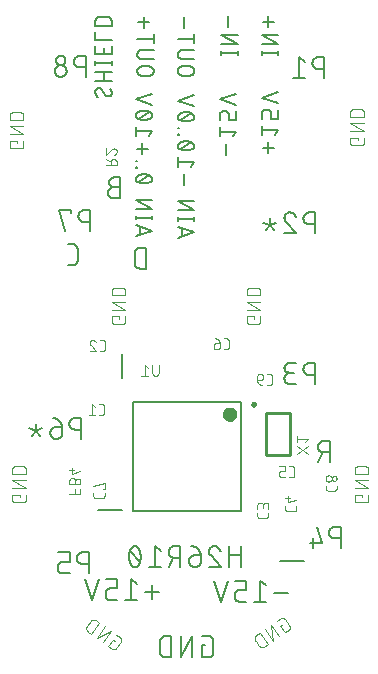
<source format=gbr>
G04 EAGLE Gerber RS-274X export*
G75*
%MOMM*%
%FSLAX34Y34*%
%LPD*%
%INSilkscreen Bottom*%
%IPPOS*%
%AMOC8*
5,1,8,0,0,1.08239X$1,22.5*%
G01*
%ADD10C,0.152400*%
%ADD11C,0.101600*%
%ADD12C,0.127000*%
%ADD13C,0.076200*%
%ADD14C,0.254000*%
%ADD15C,0.150000*%
%ADD16C,0.600000*%
%ADD17C,0.250000*%


D10*
X172776Y504070D02*
X167837Y504070D01*
X167697Y504068D01*
X167558Y504062D01*
X167418Y504052D01*
X167279Y504038D01*
X167140Y504021D01*
X167002Y503999D01*
X166865Y503973D01*
X166728Y503944D01*
X166592Y503911D01*
X166458Y503874D01*
X166324Y503833D01*
X166192Y503788D01*
X166060Y503739D01*
X165931Y503687D01*
X165803Y503632D01*
X165676Y503572D01*
X165551Y503509D01*
X165428Y503443D01*
X165307Y503373D01*
X165188Y503300D01*
X165071Y503223D01*
X164957Y503143D01*
X164844Y503060D01*
X164734Y502974D01*
X164627Y502884D01*
X164522Y502792D01*
X164420Y502697D01*
X164320Y502599D01*
X164223Y502498D01*
X164129Y502394D01*
X164039Y502288D01*
X163951Y502179D01*
X163866Y502068D01*
X163785Y501954D01*
X163706Y501839D01*
X163631Y501721D01*
X163560Y501601D01*
X163492Y501478D01*
X163427Y501355D01*
X163366Y501229D01*
X163308Y501101D01*
X163254Y500973D01*
X163204Y500842D01*
X163157Y500710D01*
X163114Y500577D01*
X163075Y500443D01*
X163040Y500308D01*
X163009Y500172D01*
X162981Y500034D01*
X162958Y499897D01*
X162938Y499758D01*
X162922Y499619D01*
X162910Y499480D01*
X162902Y499341D01*
X162898Y499201D01*
X162898Y499061D01*
X162902Y498921D01*
X162910Y498782D01*
X162922Y498643D01*
X162938Y498504D01*
X162958Y498365D01*
X162981Y498228D01*
X163009Y498090D01*
X163040Y497954D01*
X163075Y497819D01*
X163114Y497685D01*
X163157Y497552D01*
X163204Y497420D01*
X163254Y497289D01*
X163308Y497161D01*
X163366Y497033D01*
X163427Y496907D01*
X163492Y496784D01*
X163560Y496662D01*
X163631Y496541D01*
X163706Y496423D01*
X163785Y496308D01*
X163866Y496194D01*
X163951Y496083D01*
X164039Y495974D01*
X164129Y495868D01*
X164223Y495764D01*
X164320Y495663D01*
X164420Y495565D01*
X164522Y495470D01*
X164627Y495378D01*
X164734Y495288D01*
X164844Y495202D01*
X164957Y495119D01*
X165071Y495039D01*
X165188Y494962D01*
X165307Y494889D01*
X165428Y494819D01*
X165551Y494753D01*
X165676Y494690D01*
X165803Y494630D01*
X165931Y494575D01*
X166060Y494523D01*
X166192Y494474D01*
X166324Y494429D01*
X166458Y494388D01*
X166592Y494351D01*
X166728Y494318D01*
X166865Y494289D01*
X167002Y494263D01*
X167140Y494241D01*
X167279Y494224D01*
X167418Y494210D01*
X167558Y494200D01*
X167697Y494194D01*
X167837Y494192D01*
X167837Y494193D02*
X172776Y494193D01*
X172776Y511973D01*
X167837Y511973D01*
X167837Y511972D02*
X167713Y511970D01*
X167589Y511964D01*
X167465Y511954D01*
X167342Y511941D01*
X167219Y511923D01*
X167097Y511902D01*
X166975Y511877D01*
X166854Y511848D01*
X166735Y511815D01*
X166616Y511779D01*
X166499Y511738D01*
X166383Y511695D01*
X166268Y511647D01*
X166155Y511596D01*
X166043Y511541D01*
X165934Y511483D01*
X165826Y511422D01*
X165720Y511357D01*
X165616Y511289D01*
X165515Y511217D01*
X165415Y511143D01*
X165319Y511065D01*
X165224Y510985D01*
X165132Y510901D01*
X165043Y510815D01*
X164957Y510726D01*
X164873Y510634D01*
X164793Y510539D01*
X164715Y510443D01*
X164641Y510343D01*
X164569Y510242D01*
X164501Y510138D01*
X164436Y510032D01*
X164375Y509924D01*
X164317Y509815D01*
X164262Y509703D01*
X164211Y509590D01*
X164163Y509475D01*
X164120Y509359D01*
X164079Y509242D01*
X164043Y509123D01*
X164010Y509004D01*
X163981Y508883D01*
X163956Y508761D01*
X163935Y508639D01*
X163917Y508516D01*
X163904Y508393D01*
X163894Y508269D01*
X163888Y508145D01*
X163886Y508021D01*
X163888Y507897D01*
X163894Y507773D01*
X163904Y507649D01*
X163917Y507526D01*
X163935Y507403D01*
X163956Y507281D01*
X163981Y507159D01*
X164010Y507038D01*
X164043Y506919D01*
X164079Y506800D01*
X164120Y506683D01*
X164163Y506567D01*
X164211Y506452D01*
X164262Y506339D01*
X164317Y506227D01*
X164375Y506118D01*
X164436Y506010D01*
X164501Y505904D01*
X164569Y505800D01*
X164641Y505699D01*
X164715Y505599D01*
X164793Y505503D01*
X164873Y505408D01*
X164957Y505316D01*
X165043Y505227D01*
X165132Y505141D01*
X165224Y505057D01*
X165319Y504977D01*
X165415Y504899D01*
X165515Y504825D01*
X165616Y504753D01*
X165720Y504685D01*
X165826Y504620D01*
X165934Y504559D01*
X166043Y504501D01*
X166155Y504446D01*
X166268Y504395D01*
X166383Y504347D01*
X166499Y504304D01*
X166616Y504263D01*
X166735Y504227D01*
X166854Y504194D01*
X166975Y504165D01*
X167097Y504140D01*
X167219Y504119D01*
X167342Y504101D01*
X167465Y504088D01*
X167589Y504078D01*
X167713Y504072D01*
X167837Y504070D01*
X350492Y288991D02*
X350492Y271211D01*
X350492Y288991D02*
X345553Y288991D01*
X345413Y288989D01*
X345274Y288983D01*
X345134Y288973D01*
X344995Y288959D01*
X344856Y288942D01*
X344718Y288920D01*
X344581Y288894D01*
X344444Y288865D01*
X344308Y288832D01*
X344174Y288795D01*
X344040Y288754D01*
X343908Y288709D01*
X343776Y288660D01*
X343647Y288608D01*
X343519Y288553D01*
X343392Y288493D01*
X343267Y288430D01*
X343144Y288364D01*
X343023Y288294D01*
X342904Y288221D01*
X342787Y288144D01*
X342673Y288064D01*
X342560Y287981D01*
X342450Y287895D01*
X342343Y287805D01*
X342238Y287713D01*
X342136Y287618D01*
X342036Y287520D01*
X341939Y287419D01*
X341845Y287315D01*
X341755Y287209D01*
X341667Y287100D01*
X341582Y286989D01*
X341501Y286875D01*
X341422Y286760D01*
X341347Y286642D01*
X341276Y286522D01*
X341208Y286399D01*
X341143Y286276D01*
X341082Y286150D01*
X341024Y286022D01*
X340970Y285894D01*
X340920Y285763D01*
X340873Y285631D01*
X340830Y285498D01*
X340791Y285364D01*
X340756Y285229D01*
X340725Y285093D01*
X340697Y284955D01*
X340674Y284818D01*
X340654Y284679D01*
X340638Y284540D01*
X340626Y284401D01*
X340618Y284262D01*
X340614Y284122D01*
X340614Y283982D01*
X340618Y283842D01*
X340626Y283703D01*
X340638Y283564D01*
X340654Y283425D01*
X340674Y283286D01*
X340697Y283149D01*
X340725Y283011D01*
X340756Y282875D01*
X340791Y282740D01*
X340830Y282606D01*
X340873Y282473D01*
X340920Y282341D01*
X340970Y282210D01*
X341024Y282082D01*
X341082Y281954D01*
X341143Y281828D01*
X341208Y281705D01*
X341276Y281583D01*
X341347Y281462D01*
X341422Y281344D01*
X341501Y281229D01*
X341582Y281115D01*
X341667Y281004D01*
X341755Y280895D01*
X341845Y280789D01*
X341939Y280685D01*
X342036Y280584D01*
X342136Y280486D01*
X342238Y280391D01*
X342343Y280299D01*
X342450Y280209D01*
X342560Y280123D01*
X342673Y280040D01*
X342787Y279960D01*
X342904Y279883D01*
X343023Y279810D01*
X343144Y279740D01*
X343267Y279674D01*
X343392Y279611D01*
X343519Y279551D01*
X343647Y279496D01*
X343776Y279444D01*
X343908Y279395D01*
X344040Y279350D01*
X344174Y279309D01*
X344308Y279272D01*
X344444Y279239D01*
X344581Y279210D01*
X344718Y279184D01*
X344856Y279162D01*
X344995Y279145D01*
X345134Y279131D01*
X345274Y279121D01*
X345413Y279115D01*
X345553Y279113D01*
X350492Y279113D01*
X344565Y279113D02*
X340614Y271211D01*
X195290Y434835D02*
X195290Y452615D01*
X190352Y452615D01*
X190213Y452613D01*
X190075Y452607D01*
X189937Y452598D01*
X189799Y452584D01*
X189662Y452567D01*
X189525Y452545D01*
X189388Y452520D01*
X189253Y452491D01*
X189118Y452458D01*
X188985Y452422D01*
X188852Y452382D01*
X188721Y452338D01*
X188591Y452290D01*
X188462Y452239D01*
X188335Y452184D01*
X188209Y452126D01*
X188085Y452064D01*
X187963Y451999D01*
X187843Y451930D01*
X187724Y451858D01*
X187608Y451783D01*
X187494Y451704D01*
X187382Y451622D01*
X187273Y451537D01*
X187165Y451450D01*
X187061Y451359D01*
X186959Y451265D01*
X186860Y451168D01*
X186763Y451069D01*
X186669Y450967D01*
X186578Y450863D01*
X186491Y450755D01*
X186406Y450646D01*
X186324Y450534D01*
X186245Y450420D01*
X186170Y450304D01*
X186098Y450185D01*
X186029Y450065D01*
X185964Y449943D01*
X185902Y449819D01*
X185844Y449693D01*
X185789Y449566D01*
X185738Y449437D01*
X185690Y449307D01*
X185646Y449176D01*
X185606Y449043D01*
X185570Y448910D01*
X185537Y448775D01*
X185508Y448640D01*
X185483Y448503D01*
X185461Y448366D01*
X185444Y448229D01*
X185430Y448091D01*
X185421Y447953D01*
X185415Y447815D01*
X185413Y447676D01*
X185413Y439774D01*
X185415Y439635D01*
X185421Y439497D01*
X185430Y439359D01*
X185444Y439221D01*
X185461Y439084D01*
X185483Y438947D01*
X185508Y438810D01*
X185537Y438675D01*
X185570Y438540D01*
X185606Y438407D01*
X185646Y438274D01*
X185690Y438143D01*
X185738Y438013D01*
X185789Y437884D01*
X185844Y437757D01*
X185902Y437631D01*
X185964Y437507D01*
X186029Y437385D01*
X186098Y437265D01*
X186170Y437146D01*
X186245Y437030D01*
X186324Y436916D01*
X186406Y436804D01*
X186491Y436695D01*
X186578Y436587D01*
X186669Y436483D01*
X186763Y436381D01*
X186860Y436282D01*
X186959Y436185D01*
X187061Y436091D01*
X187165Y436000D01*
X187273Y435913D01*
X187382Y435828D01*
X187494Y435746D01*
X187608Y435667D01*
X187724Y435592D01*
X187843Y435520D01*
X187963Y435451D01*
X188085Y435386D01*
X188209Y435324D01*
X188335Y435266D01*
X188462Y435211D01*
X188591Y435160D01*
X188721Y435112D01*
X188852Y435068D01*
X188985Y435028D01*
X189118Y434992D01*
X189253Y434959D01*
X189388Y434930D01*
X189525Y434905D01*
X189662Y434883D01*
X189799Y434866D01*
X189937Y434852D01*
X190075Y434843D01*
X190213Y434837D01*
X190352Y434835D01*
X195290Y434835D01*
X133201Y437853D02*
X129250Y437853D01*
X133201Y437853D02*
X133325Y437855D01*
X133449Y437861D01*
X133573Y437871D01*
X133696Y437884D01*
X133819Y437902D01*
X133941Y437923D01*
X134063Y437948D01*
X134184Y437977D01*
X134303Y438010D01*
X134422Y438046D01*
X134539Y438087D01*
X134655Y438130D01*
X134770Y438178D01*
X134883Y438229D01*
X134995Y438284D01*
X135104Y438342D01*
X135212Y438403D01*
X135318Y438468D01*
X135422Y438536D01*
X135523Y438608D01*
X135623Y438682D01*
X135719Y438760D01*
X135814Y438840D01*
X135906Y438924D01*
X135995Y439010D01*
X136081Y439099D01*
X136165Y439191D01*
X136245Y439286D01*
X136323Y439382D01*
X136397Y439482D01*
X136469Y439583D01*
X136537Y439687D01*
X136602Y439793D01*
X136663Y439901D01*
X136721Y440010D01*
X136776Y440122D01*
X136827Y440235D01*
X136875Y440350D01*
X136918Y440466D01*
X136959Y440583D01*
X136995Y440702D01*
X137028Y440821D01*
X137057Y440942D01*
X137082Y441064D01*
X137103Y441186D01*
X137121Y441309D01*
X137134Y441432D01*
X137144Y441556D01*
X137150Y441680D01*
X137152Y441804D01*
X137152Y451682D01*
X137150Y451806D01*
X137144Y451930D01*
X137134Y452054D01*
X137121Y452177D01*
X137103Y452300D01*
X137082Y452422D01*
X137057Y452544D01*
X137028Y452665D01*
X136995Y452784D01*
X136959Y452903D01*
X136918Y453020D01*
X136875Y453136D01*
X136827Y453251D01*
X136776Y453364D01*
X136721Y453476D01*
X136663Y453585D01*
X136602Y453693D01*
X136537Y453799D01*
X136469Y453903D01*
X136397Y454004D01*
X136323Y454104D01*
X136245Y454200D01*
X136165Y454295D01*
X136081Y454387D01*
X135995Y454476D01*
X135906Y454562D01*
X135814Y454646D01*
X135719Y454726D01*
X135623Y454804D01*
X135523Y454878D01*
X135422Y454950D01*
X135318Y455018D01*
X135212Y455083D01*
X135104Y455144D01*
X134995Y455202D01*
X134883Y455257D01*
X134770Y455308D01*
X134656Y455356D01*
X134539Y455399D01*
X134422Y455440D01*
X134303Y455476D01*
X134184Y455509D01*
X134063Y455538D01*
X133941Y455563D01*
X133819Y455584D01*
X133696Y455602D01*
X133573Y455615D01*
X133449Y455625D01*
X133325Y455631D01*
X133201Y455633D01*
X129250Y455633D01*
D11*
X88189Y243274D02*
X88189Y241326D01*
X88189Y243274D02*
X81698Y243274D01*
X81698Y239379D01*
X81700Y239280D01*
X81706Y239180D01*
X81715Y239081D01*
X81728Y238983D01*
X81745Y238885D01*
X81766Y238787D01*
X81791Y238691D01*
X81819Y238596D01*
X81851Y238502D01*
X81886Y238409D01*
X81925Y238317D01*
X81968Y238227D01*
X82013Y238139D01*
X82063Y238052D01*
X82115Y237968D01*
X82171Y237885D01*
X82229Y237805D01*
X82291Y237727D01*
X82356Y237652D01*
X82424Y237579D01*
X82494Y237509D01*
X82567Y237441D01*
X82642Y237376D01*
X82720Y237314D01*
X82800Y237256D01*
X82883Y237200D01*
X82967Y237148D01*
X83054Y237098D01*
X83142Y237053D01*
X83232Y237010D01*
X83324Y236971D01*
X83417Y236936D01*
X83511Y236904D01*
X83606Y236876D01*
X83702Y236851D01*
X83800Y236830D01*
X83898Y236813D01*
X83996Y236800D01*
X84095Y236791D01*
X84195Y236785D01*
X84294Y236783D01*
X90786Y236783D01*
X90885Y236785D01*
X90985Y236791D01*
X91084Y236800D01*
X91182Y236813D01*
X91280Y236830D01*
X91378Y236851D01*
X91474Y236876D01*
X91569Y236904D01*
X91663Y236936D01*
X91756Y236971D01*
X91848Y237010D01*
X91938Y237053D01*
X92026Y237098D01*
X92113Y237148D01*
X92197Y237200D01*
X92280Y237256D01*
X92360Y237314D01*
X92438Y237376D01*
X92513Y237441D01*
X92586Y237509D01*
X92656Y237579D01*
X92724Y237652D01*
X92789Y237727D01*
X92851Y237805D01*
X92909Y237885D01*
X92965Y237968D01*
X93017Y238052D01*
X93067Y238139D01*
X93112Y238227D01*
X93155Y238317D01*
X93194Y238409D01*
X93229Y238501D01*
X93261Y238596D01*
X93289Y238691D01*
X93314Y238787D01*
X93335Y238885D01*
X93352Y238983D01*
X93365Y239081D01*
X93374Y239180D01*
X93380Y239280D01*
X93382Y239379D01*
X93382Y243274D01*
X93382Y248974D02*
X81698Y248974D01*
X81698Y255466D02*
X93382Y248974D01*
X93382Y255466D02*
X81698Y255466D01*
X81698Y261166D02*
X93382Y261166D01*
X93382Y264412D01*
X93380Y264525D01*
X93374Y264638D01*
X93364Y264751D01*
X93350Y264864D01*
X93333Y264976D01*
X93311Y265087D01*
X93286Y265197D01*
X93256Y265307D01*
X93223Y265415D01*
X93186Y265522D01*
X93146Y265628D01*
X93101Y265732D01*
X93053Y265835D01*
X93002Y265936D01*
X92947Y266035D01*
X92889Y266132D01*
X92827Y266227D01*
X92762Y266320D01*
X92694Y266410D01*
X92623Y266498D01*
X92548Y266584D01*
X92471Y266667D01*
X92391Y266747D01*
X92308Y266824D01*
X92222Y266899D01*
X92134Y266970D01*
X92044Y267038D01*
X91951Y267103D01*
X91856Y267165D01*
X91759Y267223D01*
X91660Y267278D01*
X91559Y267329D01*
X91456Y267377D01*
X91352Y267422D01*
X91246Y267462D01*
X91139Y267499D01*
X91031Y267532D01*
X90921Y267562D01*
X90811Y267587D01*
X90700Y267609D01*
X90588Y267626D01*
X90475Y267640D01*
X90362Y267650D01*
X90249Y267656D01*
X90136Y267658D01*
X84944Y267658D01*
X84831Y267656D01*
X84718Y267650D01*
X84605Y267640D01*
X84492Y267626D01*
X84380Y267609D01*
X84269Y267587D01*
X84159Y267562D01*
X84049Y267532D01*
X83941Y267499D01*
X83834Y267462D01*
X83728Y267422D01*
X83624Y267377D01*
X83521Y267329D01*
X83420Y267278D01*
X83321Y267223D01*
X83224Y267165D01*
X83129Y267103D01*
X83036Y267038D01*
X82946Y266970D01*
X82858Y266899D01*
X82772Y266824D01*
X82689Y266747D01*
X82609Y266667D01*
X82532Y266584D01*
X82457Y266498D01*
X82386Y266410D01*
X82318Y266320D01*
X82253Y266227D01*
X82191Y266132D01*
X82133Y266035D01*
X82078Y265936D01*
X82027Y265835D01*
X81979Y265732D01*
X81934Y265628D01*
X81894Y265522D01*
X81857Y265415D01*
X81824Y265307D01*
X81794Y265197D01*
X81769Y265087D01*
X81747Y264976D01*
X81730Y264864D01*
X81716Y264751D01*
X81706Y264638D01*
X81700Y264525D01*
X81698Y264412D01*
X81698Y261166D01*
X308916Y132183D02*
X310511Y133300D01*
X308916Y132183D02*
X312639Y126866D01*
X315830Y129100D01*
X315829Y129100D02*
X315909Y129159D01*
X315987Y129221D01*
X316063Y129285D01*
X316136Y129353D01*
X316207Y129423D01*
X316274Y129496D01*
X316339Y129571D01*
X316401Y129649D01*
X316460Y129729D01*
X316516Y129811D01*
X316569Y129896D01*
X316618Y129982D01*
X316664Y130070D01*
X316707Y130160D01*
X316746Y130251D01*
X316781Y130344D01*
X316813Y130438D01*
X316842Y130534D01*
X316866Y130630D01*
X316887Y130727D01*
X316905Y130825D01*
X316918Y130924D01*
X316928Y131023D01*
X316934Y131122D01*
X316936Y131221D01*
X316934Y131321D01*
X316929Y131420D01*
X316919Y131519D01*
X316906Y131618D01*
X316890Y131716D01*
X316869Y131813D01*
X316845Y131910D01*
X316817Y132005D01*
X316785Y132099D01*
X316750Y132192D01*
X316711Y132284D01*
X316669Y132374D01*
X316623Y132462D01*
X316574Y132549D01*
X316522Y132633D01*
X316467Y132716D01*
X312744Y138033D01*
X312685Y138113D01*
X312623Y138191D01*
X312559Y138267D01*
X312491Y138340D01*
X312421Y138411D01*
X312348Y138478D01*
X312273Y138543D01*
X312195Y138605D01*
X312115Y138664D01*
X312033Y138720D01*
X311948Y138773D01*
X311862Y138822D01*
X311774Y138868D01*
X311684Y138911D01*
X311593Y138950D01*
X311500Y138985D01*
X311406Y139017D01*
X311310Y139046D01*
X311214Y139070D01*
X311117Y139091D01*
X311019Y139109D01*
X310920Y139122D01*
X310821Y139132D01*
X310722Y139138D01*
X310623Y139140D01*
X310523Y139138D01*
X310424Y139133D01*
X310325Y139124D01*
X310226Y139110D01*
X310128Y139094D01*
X310031Y139073D01*
X309934Y139049D01*
X309839Y139021D01*
X309745Y138989D01*
X309652Y138954D01*
X309560Y138915D01*
X309470Y138873D01*
X309382Y138827D01*
X309295Y138778D01*
X309211Y138726D01*
X309128Y138671D01*
X305938Y136437D01*
X301268Y133167D02*
X307969Y123596D01*
X302652Y119873D02*
X301268Y133167D01*
X295951Y129444D02*
X302652Y119873D01*
X297982Y116603D02*
X291281Y126174D01*
X288622Y124312D01*
X288622Y124313D02*
X288531Y124246D01*
X288441Y124177D01*
X288354Y124104D01*
X288270Y124028D01*
X288189Y123949D01*
X288110Y123868D01*
X288034Y123784D01*
X287961Y123697D01*
X287892Y123608D01*
X287825Y123516D01*
X287762Y123422D01*
X287702Y123326D01*
X287645Y123228D01*
X287592Y123128D01*
X287542Y123026D01*
X287496Y122922D01*
X287454Y122817D01*
X287415Y122711D01*
X287380Y122603D01*
X287349Y122494D01*
X287321Y122384D01*
X287298Y122273D01*
X287278Y122162D01*
X287262Y122050D01*
X287250Y121937D01*
X287242Y121824D01*
X287238Y121711D01*
X287238Y121597D01*
X287242Y121484D01*
X287250Y121371D01*
X287262Y121258D01*
X287278Y121146D01*
X287298Y121035D01*
X287321Y120924D01*
X287349Y120814D01*
X287380Y120705D01*
X287415Y120597D01*
X287454Y120491D01*
X287496Y120386D01*
X287542Y120282D01*
X287592Y120180D01*
X287645Y120080D01*
X287702Y119982D01*
X287762Y119886D01*
X287825Y119792D01*
X290804Y115538D01*
X290803Y115538D02*
X290870Y115447D01*
X290939Y115357D01*
X291012Y115270D01*
X291088Y115186D01*
X291167Y115105D01*
X291248Y115026D01*
X291332Y114950D01*
X291419Y114877D01*
X291509Y114808D01*
X291600Y114741D01*
X291694Y114678D01*
X291790Y114618D01*
X291888Y114561D01*
X291988Y114508D01*
X292090Y114458D01*
X292194Y114412D01*
X292299Y114370D01*
X292405Y114331D01*
X292513Y114296D01*
X292622Y114265D01*
X292732Y114237D01*
X292843Y114214D01*
X292954Y114194D01*
X293066Y114178D01*
X293179Y114166D01*
X293292Y114158D01*
X293405Y114154D01*
X293519Y114154D01*
X293632Y114158D01*
X293745Y114166D01*
X293858Y114178D01*
X293970Y114194D01*
X294081Y114214D01*
X294192Y114237D01*
X294302Y114265D01*
X294411Y114296D01*
X294519Y114331D01*
X294625Y114370D01*
X294730Y114412D01*
X294834Y114458D01*
X294936Y114508D01*
X295036Y114561D01*
X295134Y114618D01*
X295230Y114678D01*
X295324Y114741D01*
X297982Y116603D01*
X168596Y119533D02*
X167001Y120650D01*
X163278Y115333D01*
X166468Y113099D01*
X166551Y113044D01*
X166635Y112992D01*
X166722Y112943D01*
X166810Y112897D01*
X166900Y112855D01*
X166992Y112816D01*
X167085Y112781D01*
X167179Y112749D01*
X167274Y112721D01*
X167371Y112697D01*
X167468Y112676D01*
X167566Y112660D01*
X167665Y112646D01*
X167764Y112637D01*
X167863Y112632D01*
X167963Y112630D01*
X168062Y112632D01*
X168161Y112638D01*
X168260Y112648D01*
X168359Y112661D01*
X168457Y112679D01*
X168554Y112700D01*
X168650Y112724D01*
X168746Y112753D01*
X168840Y112785D01*
X168933Y112820D01*
X169024Y112859D01*
X169114Y112902D01*
X169202Y112948D01*
X169288Y112997D01*
X169373Y113050D01*
X169455Y113106D01*
X169535Y113165D01*
X169613Y113227D01*
X169688Y113292D01*
X169761Y113359D01*
X169831Y113430D01*
X169899Y113503D01*
X169963Y113579D01*
X170025Y113657D01*
X170084Y113737D01*
X173807Y119054D01*
X173862Y119137D01*
X173914Y119221D01*
X173963Y119308D01*
X174009Y119396D01*
X174051Y119486D01*
X174090Y119578D01*
X174125Y119671D01*
X174157Y119765D01*
X174185Y119860D01*
X174209Y119957D01*
X174230Y120054D01*
X174246Y120152D01*
X174260Y120251D01*
X174269Y120350D01*
X174274Y120449D01*
X174276Y120549D01*
X174274Y120648D01*
X174268Y120747D01*
X174258Y120846D01*
X174245Y120945D01*
X174227Y121043D01*
X174206Y121140D01*
X174182Y121236D01*
X174153Y121332D01*
X174121Y121426D01*
X174086Y121519D01*
X174047Y121610D01*
X174004Y121700D01*
X173958Y121788D01*
X173909Y121874D01*
X173856Y121959D01*
X173800Y122041D01*
X173741Y122121D01*
X173679Y122199D01*
X173614Y122274D01*
X173547Y122347D01*
X173476Y122417D01*
X173403Y122485D01*
X173327Y122549D01*
X173249Y122611D01*
X173169Y122670D01*
X173170Y122670D02*
X169979Y124904D01*
X165310Y128174D02*
X158608Y118603D01*
X153291Y122326D02*
X165310Y128174D01*
X159992Y131897D02*
X153291Y122326D01*
X148621Y125596D02*
X155322Y135167D01*
X152664Y137028D01*
X152664Y137029D02*
X152570Y137092D01*
X152474Y137152D01*
X152376Y137209D01*
X152276Y137262D01*
X152174Y137312D01*
X152070Y137358D01*
X151965Y137400D01*
X151859Y137439D01*
X151751Y137474D01*
X151642Y137505D01*
X151532Y137533D01*
X151421Y137556D01*
X151310Y137576D01*
X151198Y137592D01*
X151085Y137604D01*
X150972Y137612D01*
X150859Y137616D01*
X150745Y137616D01*
X150632Y137612D01*
X150519Y137604D01*
X150406Y137592D01*
X150294Y137576D01*
X150183Y137556D01*
X150072Y137533D01*
X149962Y137505D01*
X149853Y137474D01*
X149745Y137439D01*
X149639Y137400D01*
X149534Y137358D01*
X149430Y137312D01*
X149328Y137262D01*
X149228Y137209D01*
X149130Y137152D01*
X149034Y137092D01*
X148940Y137029D01*
X148849Y136962D01*
X148759Y136893D01*
X148672Y136820D01*
X148588Y136744D01*
X148507Y136665D01*
X148428Y136584D01*
X148352Y136500D01*
X148279Y136413D01*
X148210Y136324D01*
X148143Y136232D01*
X148144Y136231D02*
X145165Y131978D01*
X145102Y131884D01*
X145042Y131788D01*
X144985Y131690D01*
X144932Y131590D01*
X144882Y131488D01*
X144836Y131384D01*
X144794Y131279D01*
X144755Y131173D01*
X144720Y131065D01*
X144689Y130956D01*
X144661Y130846D01*
X144638Y130735D01*
X144618Y130624D01*
X144602Y130512D01*
X144590Y130399D01*
X144582Y130286D01*
X144578Y130173D01*
X144578Y130059D01*
X144582Y129946D01*
X144590Y129833D01*
X144602Y129720D01*
X144618Y129608D01*
X144638Y129497D01*
X144661Y129386D01*
X144689Y129276D01*
X144720Y129167D01*
X144755Y129059D01*
X144794Y128953D01*
X144836Y128848D01*
X144882Y128744D01*
X144932Y128642D01*
X144985Y128542D01*
X145042Y128444D01*
X145102Y128348D01*
X145165Y128254D01*
X145232Y128162D01*
X145301Y128073D01*
X145374Y127986D01*
X145450Y127902D01*
X145529Y127821D01*
X145610Y127742D01*
X145694Y127666D01*
X145781Y127593D01*
X145871Y127524D01*
X145962Y127457D01*
X148621Y125596D01*
X378179Y241326D02*
X378179Y243274D01*
X371688Y243274D01*
X371688Y239379D01*
X371690Y239280D01*
X371696Y239180D01*
X371705Y239081D01*
X371718Y238983D01*
X371735Y238885D01*
X371756Y238787D01*
X371781Y238691D01*
X371809Y238596D01*
X371841Y238502D01*
X371876Y238409D01*
X371915Y238317D01*
X371958Y238227D01*
X372003Y238139D01*
X372053Y238052D01*
X372105Y237968D01*
X372161Y237885D01*
X372219Y237805D01*
X372281Y237727D01*
X372346Y237652D01*
X372414Y237579D01*
X372484Y237509D01*
X372557Y237441D01*
X372632Y237376D01*
X372710Y237314D01*
X372790Y237256D01*
X372873Y237200D01*
X372957Y237148D01*
X373044Y237098D01*
X373132Y237053D01*
X373222Y237010D01*
X373314Y236971D01*
X373407Y236936D01*
X373501Y236904D01*
X373596Y236876D01*
X373692Y236851D01*
X373790Y236830D01*
X373888Y236813D01*
X373986Y236800D01*
X374085Y236791D01*
X374185Y236785D01*
X374284Y236783D01*
X380776Y236783D01*
X380875Y236785D01*
X380975Y236791D01*
X381074Y236800D01*
X381172Y236813D01*
X381270Y236830D01*
X381368Y236851D01*
X381464Y236876D01*
X381559Y236904D01*
X381653Y236936D01*
X381746Y236971D01*
X381838Y237010D01*
X381928Y237053D01*
X382016Y237098D01*
X382103Y237148D01*
X382187Y237200D01*
X382270Y237256D01*
X382350Y237314D01*
X382428Y237376D01*
X382503Y237441D01*
X382576Y237509D01*
X382646Y237579D01*
X382714Y237652D01*
X382779Y237727D01*
X382841Y237805D01*
X382899Y237885D01*
X382955Y237968D01*
X383007Y238052D01*
X383057Y238139D01*
X383102Y238227D01*
X383145Y238317D01*
X383184Y238409D01*
X383219Y238501D01*
X383251Y238596D01*
X383279Y238691D01*
X383304Y238787D01*
X383325Y238885D01*
X383342Y238983D01*
X383355Y239081D01*
X383364Y239180D01*
X383370Y239280D01*
X383372Y239379D01*
X383372Y243274D01*
X383372Y248974D02*
X371688Y248974D01*
X371688Y255466D02*
X383372Y248974D01*
X383372Y255466D02*
X371688Y255466D01*
X371688Y261166D02*
X383372Y261166D01*
X383372Y264412D01*
X383370Y264525D01*
X383364Y264638D01*
X383354Y264751D01*
X383340Y264864D01*
X383323Y264976D01*
X383301Y265087D01*
X383276Y265197D01*
X383246Y265307D01*
X383213Y265415D01*
X383176Y265522D01*
X383136Y265628D01*
X383091Y265732D01*
X383043Y265835D01*
X382992Y265936D01*
X382937Y266035D01*
X382879Y266132D01*
X382817Y266227D01*
X382752Y266320D01*
X382684Y266410D01*
X382613Y266498D01*
X382538Y266584D01*
X382461Y266667D01*
X382381Y266747D01*
X382298Y266824D01*
X382212Y266899D01*
X382124Y266970D01*
X382034Y267038D01*
X381941Y267103D01*
X381846Y267165D01*
X381749Y267223D01*
X381650Y267278D01*
X381549Y267329D01*
X381446Y267377D01*
X381342Y267422D01*
X381236Y267462D01*
X381129Y267499D01*
X381021Y267532D01*
X380911Y267562D01*
X380801Y267587D01*
X380690Y267609D01*
X380578Y267626D01*
X380465Y267640D01*
X380352Y267650D01*
X380239Y267656D01*
X380126Y267658D01*
X374934Y267658D01*
X374821Y267656D01*
X374708Y267650D01*
X374595Y267640D01*
X374482Y267626D01*
X374370Y267609D01*
X374259Y267587D01*
X374149Y267562D01*
X374039Y267532D01*
X373931Y267499D01*
X373824Y267462D01*
X373718Y267422D01*
X373614Y267377D01*
X373511Y267329D01*
X373410Y267278D01*
X373311Y267223D01*
X373214Y267165D01*
X373119Y267103D01*
X373026Y267038D01*
X372936Y266970D01*
X372848Y266899D01*
X372762Y266824D01*
X372679Y266747D01*
X372599Y266667D01*
X372522Y266584D01*
X372447Y266498D01*
X372376Y266410D01*
X372308Y266320D01*
X372243Y266227D01*
X372181Y266132D01*
X372123Y266035D01*
X372068Y265936D01*
X372017Y265835D01*
X371969Y265732D01*
X371924Y265628D01*
X371884Y265522D01*
X371847Y265415D01*
X371814Y265307D01*
X371784Y265197D01*
X371759Y265087D01*
X371737Y264976D01*
X371720Y264864D01*
X371706Y264751D01*
X371696Y264638D01*
X371690Y264525D01*
X371688Y264412D01*
X371688Y261166D01*
D10*
X275465Y199913D02*
X275465Y182133D01*
X275465Y192011D02*
X265588Y192011D01*
X265588Y199913D02*
X265588Y182133D01*
X248279Y195468D02*
X248281Y195600D01*
X248287Y195731D01*
X248297Y195863D01*
X248310Y195994D01*
X248328Y196124D01*
X248349Y196254D01*
X248374Y196384D01*
X248403Y196512D01*
X248436Y196640D01*
X248473Y196766D01*
X248513Y196892D01*
X248557Y197016D01*
X248605Y197139D01*
X248656Y197260D01*
X248711Y197380D01*
X248769Y197498D01*
X248831Y197614D01*
X248897Y197728D01*
X248965Y197841D01*
X249037Y197951D01*
X249112Y198059D01*
X249191Y198165D01*
X249272Y198269D01*
X249357Y198370D01*
X249444Y198468D01*
X249535Y198564D01*
X249628Y198657D01*
X249724Y198748D01*
X249822Y198835D01*
X249923Y198920D01*
X250027Y199001D01*
X250133Y199080D01*
X250241Y199155D01*
X250351Y199227D01*
X250464Y199295D01*
X250578Y199361D01*
X250694Y199423D01*
X250812Y199481D01*
X250932Y199536D01*
X251053Y199587D01*
X251176Y199635D01*
X251300Y199679D01*
X251426Y199719D01*
X251552Y199756D01*
X251680Y199789D01*
X251808Y199818D01*
X251938Y199843D01*
X252068Y199864D01*
X252198Y199882D01*
X252329Y199895D01*
X252461Y199905D01*
X252592Y199911D01*
X252724Y199913D01*
X252724Y199914D02*
X252874Y199912D01*
X253023Y199906D01*
X253172Y199896D01*
X253321Y199883D01*
X253470Y199865D01*
X253618Y199844D01*
X253766Y199818D01*
X253912Y199789D01*
X254058Y199756D01*
X254203Y199719D01*
X254347Y199678D01*
X254490Y199634D01*
X254632Y199586D01*
X254772Y199534D01*
X254911Y199479D01*
X255049Y199420D01*
X255184Y199357D01*
X255319Y199291D01*
X255451Y199221D01*
X255581Y199148D01*
X255710Y199071D01*
X255837Y198991D01*
X255961Y198908D01*
X256083Y198822D01*
X256203Y198732D01*
X256320Y198639D01*
X256435Y198544D01*
X256548Y198445D01*
X256658Y198343D01*
X256765Y198239D01*
X256869Y198132D01*
X256971Y198022D01*
X257069Y197909D01*
X257165Y197794D01*
X257257Y197676D01*
X257347Y197556D01*
X257433Y197434D01*
X257516Y197310D01*
X257596Y197183D01*
X257672Y197055D01*
X257745Y196924D01*
X257815Y196791D01*
X257881Y196657D01*
X257943Y196521D01*
X258002Y196384D01*
X258058Y196245D01*
X258109Y196104D01*
X258157Y195963D01*
X249761Y192011D02*
X249665Y192104D01*
X249573Y192200D01*
X249483Y192299D01*
X249396Y192400D01*
X249312Y192503D01*
X249230Y192608D01*
X249152Y192716D01*
X249077Y192826D01*
X249004Y192938D01*
X248935Y193052D01*
X248869Y193168D01*
X248807Y193286D01*
X248748Y193405D01*
X248692Y193526D01*
X248639Y193649D01*
X248590Y193773D01*
X248545Y193898D01*
X248502Y194025D01*
X248464Y194152D01*
X248429Y194281D01*
X248398Y194410D01*
X248370Y194541D01*
X248346Y194672D01*
X248325Y194804D01*
X248309Y194936D01*
X248296Y195069D01*
X248286Y195202D01*
X248281Y195335D01*
X248279Y195468D01*
X249760Y192011D02*
X258157Y182133D01*
X248279Y182133D01*
X241406Y192011D02*
X235479Y192011D01*
X235355Y192009D01*
X235231Y192003D01*
X235107Y191993D01*
X234984Y191980D01*
X234861Y191962D01*
X234739Y191941D01*
X234617Y191916D01*
X234496Y191887D01*
X234377Y191854D01*
X234258Y191818D01*
X234141Y191777D01*
X234025Y191734D01*
X233910Y191686D01*
X233797Y191635D01*
X233685Y191580D01*
X233576Y191522D01*
X233468Y191461D01*
X233362Y191396D01*
X233258Y191328D01*
X233157Y191256D01*
X233057Y191182D01*
X232961Y191104D01*
X232866Y191024D01*
X232774Y190940D01*
X232685Y190854D01*
X232599Y190765D01*
X232515Y190673D01*
X232435Y190578D01*
X232357Y190482D01*
X232283Y190382D01*
X232211Y190281D01*
X232143Y190177D01*
X232078Y190071D01*
X232017Y189963D01*
X231959Y189854D01*
X231904Y189742D01*
X231853Y189629D01*
X231805Y189514D01*
X231762Y189398D01*
X231721Y189281D01*
X231685Y189162D01*
X231652Y189043D01*
X231623Y188922D01*
X231598Y188800D01*
X231577Y188678D01*
X231559Y188555D01*
X231546Y188432D01*
X231536Y188308D01*
X231530Y188184D01*
X231528Y188060D01*
X231528Y187072D01*
X231530Y186932D01*
X231536Y186793D01*
X231546Y186653D01*
X231560Y186514D01*
X231577Y186375D01*
X231599Y186237D01*
X231625Y186100D01*
X231654Y185963D01*
X231687Y185827D01*
X231724Y185693D01*
X231765Y185559D01*
X231810Y185427D01*
X231859Y185295D01*
X231911Y185166D01*
X231966Y185038D01*
X232026Y184911D01*
X232089Y184786D01*
X232155Y184663D01*
X232225Y184542D01*
X232298Y184423D01*
X232375Y184306D01*
X232455Y184192D01*
X232538Y184079D01*
X232624Y183969D01*
X232714Y183862D01*
X232806Y183757D01*
X232901Y183655D01*
X232999Y183555D01*
X233100Y183458D01*
X233204Y183364D01*
X233310Y183274D01*
X233419Y183186D01*
X233530Y183101D01*
X233644Y183020D01*
X233759Y182941D01*
X233877Y182866D01*
X233998Y182795D01*
X234120Y182727D01*
X234243Y182662D01*
X234369Y182601D01*
X234497Y182543D01*
X234625Y182489D01*
X234756Y182439D01*
X234888Y182392D01*
X235021Y182349D01*
X235155Y182310D01*
X235290Y182275D01*
X235426Y182244D01*
X235564Y182216D01*
X235701Y182193D01*
X235840Y182173D01*
X235979Y182157D01*
X236118Y182145D01*
X236257Y182137D01*
X236397Y182133D01*
X236537Y182133D01*
X236677Y182137D01*
X236816Y182145D01*
X236955Y182157D01*
X237094Y182173D01*
X237233Y182193D01*
X237370Y182216D01*
X237508Y182244D01*
X237644Y182275D01*
X237779Y182310D01*
X237913Y182349D01*
X238046Y182392D01*
X238178Y182439D01*
X238309Y182489D01*
X238437Y182543D01*
X238565Y182601D01*
X238691Y182662D01*
X238814Y182727D01*
X238937Y182795D01*
X239057Y182866D01*
X239175Y182941D01*
X239290Y183020D01*
X239404Y183101D01*
X239515Y183186D01*
X239624Y183274D01*
X239730Y183364D01*
X239834Y183458D01*
X239935Y183555D01*
X240033Y183655D01*
X240128Y183757D01*
X240220Y183862D01*
X240310Y183969D01*
X240396Y184079D01*
X240479Y184192D01*
X240559Y184306D01*
X240636Y184423D01*
X240709Y184542D01*
X240779Y184663D01*
X240845Y184786D01*
X240908Y184911D01*
X240968Y185038D01*
X241023Y185166D01*
X241075Y185295D01*
X241124Y185427D01*
X241169Y185559D01*
X241210Y185693D01*
X241247Y185827D01*
X241280Y185963D01*
X241309Y186100D01*
X241335Y186237D01*
X241357Y186375D01*
X241374Y186514D01*
X241388Y186653D01*
X241398Y186793D01*
X241404Y186932D01*
X241406Y187072D01*
X241406Y192011D01*
X241404Y192205D01*
X241396Y192399D01*
X241385Y192592D01*
X241368Y192786D01*
X241347Y192978D01*
X241320Y193170D01*
X241290Y193362D01*
X241254Y193553D01*
X241214Y193742D01*
X241169Y193931D01*
X241120Y194119D01*
X241066Y194305D01*
X241007Y194490D01*
X240944Y194673D01*
X240877Y194855D01*
X240805Y195035D01*
X240728Y195213D01*
X240647Y195390D01*
X240562Y195564D01*
X240473Y195736D01*
X240379Y195906D01*
X240282Y196073D01*
X240180Y196239D01*
X240074Y196401D01*
X239965Y196561D01*
X239851Y196718D01*
X239734Y196873D01*
X239612Y197024D01*
X239487Y197172D01*
X239359Y197318D01*
X239227Y197460D01*
X239092Y197599D01*
X238953Y197734D01*
X238811Y197866D01*
X238665Y197994D01*
X238517Y198119D01*
X238366Y198240D01*
X238211Y198358D01*
X238054Y198472D01*
X237894Y198581D01*
X237732Y198687D01*
X237566Y198789D01*
X237399Y198886D01*
X237229Y198980D01*
X237057Y199069D01*
X236883Y199154D01*
X236706Y199235D01*
X236528Y199311D01*
X236348Y199383D01*
X236166Y199451D01*
X235983Y199514D01*
X235798Y199573D01*
X235612Y199627D01*
X235424Y199676D01*
X235235Y199721D01*
X235046Y199761D01*
X234855Y199797D01*
X234664Y199827D01*
X234471Y199854D01*
X234279Y199875D01*
X234085Y199892D01*
X233892Y199903D01*
X233698Y199911D01*
X233504Y199913D01*
X224012Y199913D02*
X224012Y182133D01*
X224012Y199913D02*
X219073Y199913D01*
X218933Y199911D01*
X218794Y199905D01*
X218654Y199895D01*
X218515Y199881D01*
X218376Y199864D01*
X218238Y199842D01*
X218101Y199816D01*
X217964Y199787D01*
X217828Y199754D01*
X217694Y199717D01*
X217560Y199676D01*
X217428Y199631D01*
X217296Y199582D01*
X217167Y199530D01*
X217039Y199475D01*
X216912Y199415D01*
X216787Y199352D01*
X216664Y199286D01*
X216543Y199216D01*
X216424Y199143D01*
X216307Y199066D01*
X216193Y198986D01*
X216080Y198903D01*
X215970Y198817D01*
X215863Y198727D01*
X215758Y198635D01*
X215656Y198540D01*
X215556Y198442D01*
X215459Y198341D01*
X215365Y198237D01*
X215275Y198131D01*
X215187Y198022D01*
X215102Y197911D01*
X215021Y197797D01*
X214942Y197682D01*
X214867Y197564D01*
X214796Y197444D01*
X214728Y197321D01*
X214663Y197198D01*
X214602Y197072D01*
X214544Y196944D01*
X214490Y196816D01*
X214440Y196685D01*
X214393Y196553D01*
X214350Y196420D01*
X214311Y196286D01*
X214276Y196151D01*
X214245Y196015D01*
X214217Y195877D01*
X214194Y195740D01*
X214174Y195601D01*
X214158Y195462D01*
X214146Y195323D01*
X214138Y195184D01*
X214134Y195044D01*
X214134Y194904D01*
X214138Y194764D01*
X214146Y194625D01*
X214158Y194486D01*
X214174Y194347D01*
X214194Y194208D01*
X214217Y194071D01*
X214245Y193933D01*
X214276Y193797D01*
X214311Y193662D01*
X214350Y193528D01*
X214393Y193395D01*
X214440Y193263D01*
X214490Y193132D01*
X214544Y193004D01*
X214602Y192876D01*
X214663Y192750D01*
X214728Y192627D01*
X214796Y192504D01*
X214867Y192384D01*
X214942Y192266D01*
X215021Y192151D01*
X215102Y192037D01*
X215187Y191926D01*
X215275Y191817D01*
X215365Y191711D01*
X215459Y191607D01*
X215556Y191506D01*
X215656Y191408D01*
X215758Y191313D01*
X215863Y191221D01*
X215970Y191131D01*
X216080Y191045D01*
X216193Y190962D01*
X216307Y190882D01*
X216424Y190805D01*
X216543Y190732D01*
X216664Y190662D01*
X216787Y190596D01*
X216912Y190533D01*
X217039Y190473D01*
X217167Y190418D01*
X217296Y190366D01*
X217428Y190317D01*
X217560Y190272D01*
X217694Y190231D01*
X217828Y190194D01*
X217964Y190161D01*
X218101Y190132D01*
X218238Y190106D01*
X218376Y190084D01*
X218515Y190067D01*
X218654Y190053D01*
X218794Y190043D01*
X218933Y190037D01*
X219073Y190035D01*
X224012Y190035D01*
X218085Y190035D02*
X214134Y182133D01*
X207347Y195962D02*
X202408Y199913D01*
X202408Y182133D01*
X207347Y182133D02*
X197469Y182133D01*
X190596Y191023D02*
X190592Y191373D01*
X190579Y191722D01*
X190558Y192071D01*
X190529Y192420D01*
X190492Y192768D01*
X190446Y193115D01*
X190392Y193460D01*
X190330Y193804D01*
X190259Y194147D01*
X190180Y194488D01*
X190094Y194827D01*
X189999Y195163D01*
X189896Y195498D01*
X189785Y195829D01*
X189667Y196159D01*
X189540Y196485D01*
X189406Y196808D01*
X189264Y197127D01*
X189114Y197444D01*
X189115Y197444D02*
X189075Y197557D01*
X189031Y197667D01*
X188983Y197777D01*
X188932Y197884D01*
X188877Y197990D01*
X188819Y198095D01*
X188757Y198197D01*
X188692Y198297D01*
X188624Y198395D01*
X188553Y198491D01*
X188478Y198584D01*
X188401Y198675D01*
X188321Y198763D01*
X188238Y198848D01*
X188152Y198931D01*
X188063Y199011D01*
X187972Y199088D01*
X187878Y199162D01*
X187782Y199233D01*
X187684Y199301D01*
X187584Y199365D01*
X187481Y199427D01*
X187377Y199484D01*
X187271Y199539D01*
X187163Y199590D01*
X187053Y199637D01*
X186942Y199681D01*
X186830Y199721D01*
X186716Y199757D01*
X186602Y199790D01*
X186486Y199819D01*
X186369Y199844D01*
X186252Y199865D01*
X186134Y199883D01*
X186015Y199896D01*
X185896Y199906D01*
X185777Y199912D01*
X185658Y199914D01*
X185658Y199913D02*
X185539Y199911D01*
X185420Y199905D01*
X185301Y199895D01*
X185182Y199882D01*
X185064Y199864D01*
X184947Y199843D01*
X184830Y199818D01*
X184714Y199789D01*
X184600Y199756D01*
X184486Y199720D01*
X184374Y199680D01*
X184263Y199636D01*
X184153Y199589D01*
X184045Y199538D01*
X183939Y199483D01*
X183835Y199426D01*
X183732Y199364D01*
X183632Y199300D01*
X183534Y199232D01*
X183438Y199161D01*
X183344Y199087D01*
X183253Y199010D01*
X183164Y198930D01*
X183079Y198847D01*
X182995Y198762D01*
X182915Y198674D01*
X182838Y198583D01*
X182763Y198490D01*
X182692Y198394D01*
X182624Y198296D01*
X182559Y198196D01*
X182497Y198094D01*
X182439Y197989D01*
X182384Y197884D01*
X182333Y197776D01*
X182285Y197666D01*
X182241Y197556D01*
X182201Y197443D01*
X182201Y197444D02*
X182051Y197127D01*
X181909Y196808D01*
X181775Y196485D01*
X181648Y196159D01*
X181530Y195829D01*
X181419Y195498D01*
X181316Y195163D01*
X181221Y194827D01*
X181135Y194488D01*
X181056Y194147D01*
X180985Y193804D01*
X180923Y193460D01*
X180869Y193115D01*
X180823Y192768D01*
X180786Y192420D01*
X180757Y192071D01*
X180736Y191722D01*
X180723Y191373D01*
X180719Y191023D01*
X190596Y191023D02*
X190592Y190673D01*
X190579Y190324D01*
X190558Y189975D01*
X190529Y189626D01*
X190492Y189278D01*
X190446Y188931D01*
X190392Y188586D01*
X190330Y188242D01*
X190259Y187899D01*
X190180Y187558D01*
X190094Y187219D01*
X189999Y186883D01*
X189896Y186548D01*
X189785Y186217D01*
X189667Y185888D01*
X189540Y185561D01*
X189406Y185238D01*
X189264Y184919D01*
X189114Y184603D01*
X189115Y184603D02*
X189075Y184490D01*
X189031Y184380D01*
X188983Y184270D01*
X188932Y184163D01*
X188877Y184057D01*
X188819Y183952D01*
X188757Y183850D01*
X188692Y183750D01*
X188624Y183652D01*
X188553Y183556D01*
X188478Y183463D01*
X188401Y183372D01*
X188321Y183284D01*
X188238Y183199D01*
X188152Y183116D01*
X188063Y183036D01*
X187972Y182959D01*
X187878Y182885D01*
X187782Y182814D01*
X187684Y182746D01*
X187584Y182682D01*
X187481Y182620D01*
X187377Y182563D01*
X187271Y182508D01*
X187163Y182457D01*
X187053Y182410D01*
X186942Y182366D01*
X186830Y182326D01*
X186716Y182290D01*
X186602Y182257D01*
X186486Y182228D01*
X186369Y182203D01*
X186252Y182182D01*
X186134Y182164D01*
X186015Y182151D01*
X185896Y182141D01*
X185777Y182135D01*
X185658Y182133D01*
X182201Y184603D02*
X182051Y184919D01*
X181909Y185238D01*
X181775Y185561D01*
X181648Y185888D01*
X181530Y186217D01*
X181419Y186548D01*
X181316Y186883D01*
X181221Y187219D01*
X181135Y187558D01*
X181056Y187899D01*
X180985Y188242D01*
X180923Y188586D01*
X180869Y188931D01*
X180823Y189278D01*
X180786Y189626D01*
X180757Y189975D01*
X180736Y190324D01*
X180723Y190673D01*
X180719Y191023D01*
X182201Y184603D02*
X182241Y184490D01*
X182285Y184380D01*
X182333Y184270D01*
X182384Y184162D01*
X182439Y184056D01*
X182497Y183952D01*
X182559Y183850D01*
X182624Y183750D01*
X182692Y183652D01*
X182763Y183556D01*
X182838Y183463D01*
X182915Y183372D01*
X182995Y183284D01*
X183079Y183199D01*
X183164Y183116D01*
X183253Y183036D01*
X183344Y182959D01*
X183438Y182885D01*
X183534Y182814D01*
X183632Y182746D01*
X183732Y182682D01*
X183835Y182620D01*
X183939Y182562D01*
X184045Y182508D01*
X184153Y182457D01*
X184263Y182410D01*
X184374Y182366D01*
X184486Y182326D01*
X184600Y182290D01*
X184714Y182257D01*
X184830Y182228D01*
X184947Y182203D01*
X185064Y182182D01*
X185182Y182164D01*
X185301Y182151D01*
X185420Y182141D01*
X185539Y182135D01*
X185658Y182133D01*
X189609Y186084D02*
X181706Y195962D01*
D11*
X374369Y543586D02*
X374369Y545534D01*
X367878Y545534D01*
X367878Y541639D01*
X367880Y541540D01*
X367886Y541440D01*
X367895Y541341D01*
X367908Y541243D01*
X367925Y541145D01*
X367946Y541047D01*
X367971Y540951D01*
X367999Y540856D01*
X368031Y540762D01*
X368066Y540669D01*
X368105Y540577D01*
X368148Y540487D01*
X368193Y540399D01*
X368243Y540312D01*
X368295Y540228D01*
X368351Y540145D01*
X368409Y540065D01*
X368471Y539987D01*
X368536Y539912D01*
X368604Y539839D01*
X368674Y539769D01*
X368747Y539701D01*
X368822Y539636D01*
X368900Y539574D01*
X368980Y539516D01*
X369063Y539460D01*
X369147Y539408D01*
X369234Y539358D01*
X369322Y539313D01*
X369412Y539270D01*
X369504Y539231D01*
X369597Y539196D01*
X369691Y539164D01*
X369786Y539136D01*
X369882Y539111D01*
X369980Y539090D01*
X370078Y539073D01*
X370176Y539060D01*
X370275Y539051D01*
X370375Y539045D01*
X370474Y539043D01*
X376966Y539043D01*
X377065Y539045D01*
X377165Y539051D01*
X377264Y539060D01*
X377362Y539073D01*
X377460Y539090D01*
X377558Y539111D01*
X377654Y539136D01*
X377749Y539164D01*
X377843Y539196D01*
X377936Y539231D01*
X378028Y539270D01*
X378118Y539313D01*
X378206Y539358D01*
X378293Y539408D01*
X378377Y539460D01*
X378460Y539516D01*
X378540Y539574D01*
X378618Y539636D01*
X378693Y539701D01*
X378766Y539769D01*
X378836Y539839D01*
X378904Y539912D01*
X378969Y539987D01*
X379031Y540065D01*
X379089Y540145D01*
X379145Y540228D01*
X379197Y540312D01*
X379247Y540399D01*
X379292Y540487D01*
X379335Y540577D01*
X379374Y540669D01*
X379409Y540761D01*
X379441Y540856D01*
X379469Y540951D01*
X379494Y541047D01*
X379515Y541145D01*
X379532Y541243D01*
X379545Y541341D01*
X379554Y541440D01*
X379560Y541540D01*
X379562Y541639D01*
X379562Y545534D01*
X379562Y551234D02*
X367878Y551234D01*
X367878Y557726D02*
X379562Y551234D01*
X379562Y557726D02*
X367878Y557726D01*
X367878Y563426D02*
X379562Y563426D01*
X379562Y566672D01*
X379560Y566785D01*
X379554Y566898D01*
X379544Y567011D01*
X379530Y567124D01*
X379513Y567236D01*
X379491Y567347D01*
X379466Y567457D01*
X379436Y567567D01*
X379403Y567675D01*
X379366Y567782D01*
X379326Y567888D01*
X379281Y567992D01*
X379233Y568095D01*
X379182Y568196D01*
X379127Y568295D01*
X379069Y568392D01*
X379007Y568487D01*
X378942Y568580D01*
X378874Y568670D01*
X378803Y568758D01*
X378728Y568844D01*
X378651Y568927D01*
X378571Y569007D01*
X378488Y569084D01*
X378402Y569159D01*
X378314Y569230D01*
X378224Y569298D01*
X378131Y569363D01*
X378036Y569425D01*
X377939Y569483D01*
X377840Y569538D01*
X377739Y569589D01*
X377636Y569637D01*
X377532Y569682D01*
X377426Y569722D01*
X377319Y569759D01*
X377211Y569792D01*
X377101Y569822D01*
X376991Y569847D01*
X376880Y569869D01*
X376768Y569886D01*
X376655Y569900D01*
X376542Y569910D01*
X376429Y569916D01*
X376316Y569918D01*
X371124Y569918D01*
X371011Y569916D01*
X370898Y569910D01*
X370785Y569900D01*
X370672Y569886D01*
X370560Y569869D01*
X370449Y569847D01*
X370339Y569822D01*
X370229Y569792D01*
X370121Y569759D01*
X370014Y569722D01*
X369908Y569682D01*
X369804Y569637D01*
X369701Y569589D01*
X369600Y569538D01*
X369501Y569483D01*
X369404Y569425D01*
X369309Y569363D01*
X369216Y569298D01*
X369126Y569230D01*
X369038Y569159D01*
X368952Y569084D01*
X368869Y569007D01*
X368789Y568927D01*
X368712Y568844D01*
X368637Y568758D01*
X368566Y568670D01*
X368498Y568580D01*
X368433Y568487D01*
X368371Y568392D01*
X368313Y568295D01*
X368258Y568196D01*
X368207Y568095D01*
X368159Y567992D01*
X368114Y567888D01*
X368074Y567782D01*
X368037Y567675D01*
X368004Y567567D01*
X367974Y567457D01*
X367949Y567347D01*
X367927Y567236D01*
X367910Y567124D01*
X367896Y567011D01*
X367886Y566898D01*
X367880Y566785D01*
X367878Y566672D01*
X367878Y563426D01*
X86079Y542994D02*
X86079Y541046D01*
X86079Y542994D02*
X79588Y542994D01*
X79588Y539099D01*
X79590Y539000D01*
X79596Y538900D01*
X79605Y538801D01*
X79618Y538703D01*
X79635Y538605D01*
X79656Y538507D01*
X79681Y538411D01*
X79709Y538316D01*
X79741Y538222D01*
X79776Y538129D01*
X79815Y538037D01*
X79858Y537947D01*
X79903Y537859D01*
X79953Y537772D01*
X80005Y537688D01*
X80061Y537605D01*
X80119Y537525D01*
X80181Y537447D01*
X80246Y537372D01*
X80314Y537299D01*
X80384Y537229D01*
X80457Y537161D01*
X80532Y537096D01*
X80610Y537034D01*
X80690Y536976D01*
X80773Y536920D01*
X80857Y536868D01*
X80944Y536818D01*
X81032Y536773D01*
X81122Y536730D01*
X81214Y536691D01*
X81307Y536656D01*
X81401Y536624D01*
X81496Y536596D01*
X81592Y536571D01*
X81690Y536550D01*
X81788Y536533D01*
X81886Y536520D01*
X81985Y536511D01*
X82085Y536505D01*
X82184Y536503D01*
X88676Y536503D01*
X88775Y536505D01*
X88875Y536511D01*
X88974Y536520D01*
X89072Y536533D01*
X89170Y536550D01*
X89268Y536571D01*
X89364Y536596D01*
X89459Y536624D01*
X89553Y536656D01*
X89646Y536691D01*
X89738Y536730D01*
X89828Y536773D01*
X89916Y536818D01*
X90003Y536868D01*
X90087Y536920D01*
X90170Y536976D01*
X90250Y537034D01*
X90328Y537096D01*
X90403Y537161D01*
X90476Y537229D01*
X90546Y537299D01*
X90614Y537372D01*
X90679Y537447D01*
X90741Y537525D01*
X90799Y537605D01*
X90855Y537688D01*
X90907Y537772D01*
X90957Y537859D01*
X91002Y537947D01*
X91045Y538037D01*
X91084Y538129D01*
X91119Y538221D01*
X91151Y538316D01*
X91179Y538411D01*
X91204Y538507D01*
X91225Y538605D01*
X91242Y538703D01*
X91255Y538801D01*
X91264Y538900D01*
X91270Y539000D01*
X91272Y539099D01*
X91272Y542994D01*
X91272Y548694D02*
X79588Y548694D01*
X79588Y555186D02*
X91272Y548694D01*
X91272Y555186D02*
X79588Y555186D01*
X79588Y560886D02*
X91272Y560886D01*
X91272Y564132D01*
X91270Y564245D01*
X91264Y564358D01*
X91254Y564471D01*
X91240Y564584D01*
X91223Y564696D01*
X91201Y564807D01*
X91176Y564917D01*
X91146Y565027D01*
X91113Y565135D01*
X91076Y565242D01*
X91036Y565348D01*
X90991Y565452D01*
X90943Y565555D01*
X90892Y565656D01*
X90837Y565755D01*
X90779Y565852D01*
X90717Y565947D01*
X90652Y566040D01*
X90584Y566130D01*
X90513Y566218D01*
X90438Y566304D01*
X90361Y566387D01*
X90281Y566467D01*
X90198Y566544D01*
X90112Y566619D01*
X90024Y566690D01*
X89934Y566758D01*
X89841Y566823D01*
X89746Y566885D01*
X89649Y566943D01*
X89550Y566998D01*
X89449Y567049D01*
X89346Y567097D01*
X89242Y567142D01*
X89136Y567182D01*
X89029Y567219D01*
X88921Y567252D01*
X88811Y567282D01*
X88701Y567307D01*
X88590Y567329D01*
X88478Y567346D01*
X88365Y567360D01*
X88252Y567370D01*
X88139Y567376D01*
X88026Y567378D01*
X82834Y567378D01*
X82721Y567376D01*
X82608Y567370D01*
X82495Y567360D01*
X82382Y567346D01*
X82270Y567329D01*
X82159Y567307D01*
X82049Y567282D01*
X81939Y567252D01*
X81831Y567219D01*
X81724Y567182D01*
X81618Y567142D01*
X81514Y567097D01*
X81411Y567049D01*
X81310Y566998D01*
X81211Y566943D01*
X81114Y566885D01*
X81019Y566823D01*
X80926Y566758D01*
X80836Y566690D01*
X80748Y566619D01*
X80662Y566544D01*
X80579Y566467D01*
X80499Y566387D01*
X80422Y566304D01*
X80347Y566218D01*
X80276Y566130D01*
X80208Y566040D01*
X80143Y565947D01*
X80081Y565852D01*
X80023Y565755D01*
X79968Y565656D01*
X79917Y565555D01*
X79869Y565452D01*
X79824Y565348D01*
X79784Y565242D01*
X79747Y565135D01*
X79714Y565027D01*
X79684Y564917D01*
X79659Y564807D01*
X79637Y564696D01*
X79620Y564584D01*
X79606Y564471D01*
X79596Y564358D01*
X79590Y564245D01*
X79588Y564132D01*
X79588Y560886D01*
X172439Y394404D02*
X172439Y392456D01*
X172439Y394404D02*
X165948Y394404D01*
X165948Y390509D01*
X165950Y390410D01*
X165956Y390310D01*
X165965Y390211D01*
X165978Y390113D01*
X165995Y390015D01*
X166016Y389917D01*
X166041Y389821D01*
X166069Y389726D01*
X166101Y389632D01*
X166136Y389539D01*
X166175Y389447D01*
X166218Y389357D01*
X166263Y389269D01*
X166313Y389182D01*
X166365Y389098D01*
X166421Y389015D01*
X166479Y388935D01*
X166541Y388857D01*
X166606Y388782D01*
X166674Y388709D01*
X166744Y388639D01*
X166817Y388571D01*
X166892Y388506D01*
X166970Y388444D01*
X167050Y388386D01*
X167133Y388330D01*
X167217Y388278D01*
X167304Y388228D01*
X167392Y388183D01*
X167482Y388140D01*
X167574Y388101D01*
X167667Y388066D01*
X167761Y388034D01*
X167856Y388006D01*
X167952Y387981D01*
X168050Y387960D01*
X168148Y387943D01*
X168246Y387930D01*
X168345Y387921D01*
X168445Y387915D01*
X168544Y387913D01*
X175036Y387913D01*
X175135Y387915D01*
X175235Y387921D01*
X175334Y387930D01*
X175432Y387943D01*
X175530Y387960D01*
X175628Y387981D01*
X175724Y388006D01*
X175819Y388034D01*
X175913Y388066D01*
X176006Y388101D01*
X176098Y388140D01*
X176188Y388183D01*
X176276Y388228D01*
X176363Y388278D01*
X176447Y388330D01*
X176530Y388386D01*
X176610Y388444D01*
X176688Y388506D01*
X176763Y388571D01*
X176836Y388639D01*
X176906Y388709D01*
X176974Y388782D01*
X177039Y388857D01*
X177101Y388935D01*
X177159Y389015D01*
X177215Y389098D01*
X177267Y389182D01*
X177317Y389269D01*
X177362Y389357D01*
X177405Y389447D01*
X177444Y389539D01*
X177479Y389631D01*
X177511Y389726D01*
X177539Y389821D01*
X177564Y389917D01*
X177585Y390015D01*
X177602Y390113D01*
X177615Y390211D01*
X177624Y390310D01*
X177630Y390410D01*
X177632Y390509D01*
X177632Y394404D01*
X177632Y400104D02*
X165948Y400104D01*
X165948Y406596D02*
X177632Y400104D01*
X177632Y406596D02*
X165948Y406596D01*
X165948Y412296D02*
X177632Y412296D01*
X177632Y415542D01*
X177630Y415655D01*
X177624Y415768D01*
X177614Y415881D01*
X177600Y415994D01*
X177583Y416106D01*
X177561Y416217D01*
X177536Y416327D01*
X177506Y416437D01*
X177473Y416545D01*
X177436Y416652D01*
X177396Y416758D01*
X177351Y416862D01*
X177303Y416965D01*
X177252Y417066D01*
X177197Y417165D01*
X177139Y417262D01*
X177077Y417357D01*
X177012Y417450D01*
X176944Y417540D01*
X176873Y417628D01*
X176798Y417714D01*
X176721Y417797D01*
X176641Y417877D01*
X176558Y417954D01*
X176472Y418029D01*
X176384Y418100D01*
X176294Y418168D01*
X176201Y418233D01*
X176106Y418295D01*
X176009Y418353D01*
X175910Y418408D01*
X175809Y418459D01*
X175706Y418507D01*
X175602Y418552D01*
X175496Y418592D01*
X175389Y418629D01*
X175281Y418662D01*
X175171Y418692D01*
X175061Y418717D01*
X174950Y418739D01*
X174838Y418756D01*
X174725Y418770D01*
X174612Y418780D01*
X174499Y418786D01*
X174386Y418788D01*
X169194Y418788D01*
X169081Y418786D01*
X168968Y418780D01*
X168855Y418770D01*
X168742Y418756D01*
X168630Y418739D01*
X168519Y418717D01*
X168409Y418692D01*
X168299Y418662D01*
X168191Y418629D01*
X168084Y418592D01*
X167978Y418552D01*
X167874Y418507D01*
X167771Y418459D01*
X167670Y418408D01*
X167571Y418353D01*
X167474Y418295D01*
X167379Y418233D01*
X167286Y418168D01*
X167196Y418100D01*
X167108Y418029D01*
X167022Y417954D01*
X166939Y417877D01*
X166859Y417797D01*
X166782Y417714D01*
X166707Y417628D01*
X166636Y417540D01*
X166568Y417450D01*
X166503Y417357D01*
X166441Y417262D01*
X166383Y417165D01*
X166328Y417066D01*
X166277Y416965D01*
X166229Y416862D01*
X166184Y416758D01*
X166144Y416652D01*
X166107Y416545D01*
X166074Y416437D01*
X166044Y416327D01*
X166019Y416217D01*
X165997Y416106D01*
X165980Y415994D01*
X165966Y415881D01*
X165956Y415768D01*
X165950Y415655D01*
X165948Y415542D01*
X165948Y412296D01*
X286739Y394404D02*
X286739Y392456D01*
X286739Y394404D02*
X280248Y394404D01*
X280248Y390509D01*
X280250Y390410D01*
X280256Y390310D01*
X280265Y390211D01*
X280278Y390113D01*
X280295Y390015D01*
X280316Y389917D01*
X280341Y389821D01*
X280369Y389726D01*
X280401Y389632D01*
X280436Y389539D01*
X280475Y389447D01*
X280518Y389357D01*
X280563Y389269D01*
X280613Y389182D01*
X280665Y389098D01*
X280721Y389015D01*
X280779Y388935D01*
X280841Y388857D01*
X280906Y388782D01*
X280974Y388709D01*
X281044Y388639D01*
X281117Y388571D01*
X281192Y388506D01*
X281270Y388444D01*
X281350Y388386D01*
X281433Y388330D01*
X281517Y388278D01*
X281604Y388228D01*
X281692Y388183D01*
X281782Y388140D01*
X281874Y388101D01*
X281967Y388066D01*
X282061Y388034D01*
X282156Y388006D01*
X282252Y387981D01*
X282350Y387960D01*
X282448Y387943D01*
X282546Y387930D01*
X282645Y387921D01*
X282745Y387915D01*
X282844Y387913D01*
X289336Y387913D01*
X289435Y387915D01*
X289535Y387921D01*
X289634Y387930D01*
X289732Y387943D01*
X289830Y387960D01*
X289928Y387981D01*
X290024Y388006D01*
X290119Y388034D01*
X290213Y388066D01*
X290306Y388101D01*
X290398Y388140D01*
X290488Y388183D01*
X290576Y388228D01*
X290663Y388278D01*
X290747Y388330D01*
X290830Y388386D01*
X290910Y388444D01*
X290988Y388506D01*
X291063Y388571D01*
X291136Y388639D01*
X291206Y388709D01*
X291274Y388782D01*
X291339Y388857D01*
X291401Y388935D01*
X291459Y389015D01*
X291515Y389098D01*
X291567Y389182D01*
X291617Y389269D01*
X291662Y389357D01*
X291705Y389447D01*
X291744Y389539D01*
X291779Y389631D01*
X291811Y389726D01*
X291839Y389821D01*
X291864Y389917D01*
X291885Y390015D01*
X291902Y390113D01*
X291915Y390211D01*
X291924Y390310D01*
X291930Y390410D01*
X291932Y390509D01*
X291932Y394404D01*
X291932Y400104D02*
X280248Y400104D01*
X280248Y406596D02*
X291932Y400104D01*
X291932Y406596D02*
X280248Y406596D01*
X280248Y412296D02*
X291932Y412296D01*
X291932Y415542D01*
X291930Y415655D01*
X291924Y415768D01*
X291914Y415881D01*
X291900Y415994D01*
X291883Y416106D01*
X291861Y416217D01*
X291836Y416327D01*
X291806Y416437D01*
X291773Y416545D01*
X291736Y416652D01*
X291696Y416758D01*
X291651Y416862D01*
X291603Y416965D01*
X291552Y417066D01*
X291497Y417165D01*
X291439Y417262D01*
X291377Y417357D01*
X291312Y417450D01*
X291244Y417540D01*
X291173Y417628D01*
X291098Y417714D01*
X291021Y417797D01*
X290941Y417877D01*
X290858Y417954D01*
X290772Y418029D01*
X290684Y418100D01*
X290594Y418168D01*
X290501Y418233D01*
X290406Y418295D01*
X290309Y418353D01*
X290210Y418408D01*
X290109Y418459D01*
X290006Y418507D01*
X289902Y418552D01*
X289796Y418592D01*
X289689Y418629D01*
X289581Y418662D01*
X289471Y418692D01*
X289361Y418717D01*
X289250Y418739D01*
X289138Y418756D01*
X289025Y418770D01*
X288912Y418780D01*
X288799Y418786D01*
X288686Y418788D01*
X283494Y418788D01*
X283381Y418786D01*
X283268Y418780D01*
X283155Y418770D01*
X283042Y418756D01*
X282930Y418739D01*
X282819Y418717D01*
X282709Y418692D01*
X282599Y418662D01*
X282491Y418629D01*
X282384Y418592D01*
X282278Y418552D01*
X282174Y418507D01*
X282071Y418459D01*
X281970Y418408D01*
X281871Y418353D01*
X281774Y418295D01*
X281679Y418233D01*
X281586Y418168D01*
X281496Y418100D01*
X281408Y418029D01*
X281322Y417954D01*
X281239Y417877D01*
X281159Y417797D01*
X281082Y417714D01*
X281007Y417628D01*
X280936Y417540D01*
X280868Y417450D01*
X280803Y417357D01*
X280741Y417262D01*
X280683Y417165D01*
X280628Y417066D01*
X280577Y416965D01*
X280529Y416862D01*
X280484Y416758D01*
X280444Y416652D01*
X280407Y416545D01*
X280374Y416437D01*
X280344Y416327D01*
X280319Y416217D01*
X280297Y416106D01*
X280280Y415994D01*
X280266Y415881D01*
X280256Y415768D01*
X280250Y415655D01*
X280248Y415542D01*
X280248Y412296D01*
D10*
X303729Y159838D02*
X315583Y159838D01*
X296728Y166752D02*
X291789Y170703D01*
X291789Y152923D01*
X296728Y152923D02*
X286850Y152923D01*
X279977Y152923D02*
X274051Y152923D01*
X273927Y152925D01*
X273803Y152931D01*
X273679Y152941D01*
X273556Y152954D01*
X273433Y152972D01*
X273311Y152993D01*
X273189Y153018D01*
X273068Y153047D01*
X272949Y153080D01*
X272830Y153116D01*
X272713Y153157D01*
X272597Y153200D01*
X272482Y153248D01*
X272369Y153299D01*
X272257Y153354D01*
X272148Y153412D01*
X272040Y153473D01*
X271934Y153538D01*
X271830Y153606D01*
X271729Y153678D01*
X271629Y153752D01*
X271533Y153830D01*
X271438Y153910D01*
X271346Y153994D01*
X271257Y154080D01*
X271171Y154169D01*
X271087Y154261D01*
X271007Y154356D01*
X270929Y154452D01*
X270855Y154552D01*
X270783Y154653D01*
X270715Y154757D01*
X270650Y154863D01*
X270589Y154971D01*
X270531Y155080D01*
X270476Y155192D01*
X270425Y155305D01*
X270377Y155420D01*
X270334Y155536D01*
X270293Y155653D01*
X270257Y155772D01*
X270224Y155891D01*
X270195Y156012D01*
X270170Y156134D01*
X270149Y156256D01*
X270131Y156379D01*
X270118Y156502D01*
X270108Y156626D01*
X270102Y156750D01*
X270100Y156874D01*
X270100Y158850D01*
X270102Y158974D01*
X270108Y159098D01*
X270118Y159222D01*
X270131Y159345D01*
X270149Y159468D01*
X270170Y159590D01*
X270195Y159712D01*
X270224Y159833D01*
X270257Y159952D01*
X270293Y160071D01*
X270334Y160188D01*
X270377Y160304D01*
X270425Y160419D01*
X270476Y160532D01*
X270531Y160644D01*
X270589Y160753D01*
X270650Y160861D01*
X270715Y160967D01*
X270783Y161071D01*
X270855Y161172D01*
X270929Y161272D01*
X271007Y161368D01*
X271087Y161463D01*
X271171Y161555D01*
X271257Y161644D01*
X271346Y161730D01*
X271438Y161814D01*
X271533Y161894D01*
X271629Y161972D01*
X271729Y162046D01*
X271830Y162118D01*
X271934Y162186D01*
X272040Y162251D01*
X272148Y162312D01*
X272257Y162370D01*
X272369Y162425D01*
X272482Y162476D01*
X272597Y162524D01*
X272713Y162567D01*
X272830Y162608D01*
X272949Y162644D01*
X273068Y162677D01*
X273189Y162706D01*
X273311Y162731D01*
X273433Y162752D01*
X273556Y162770D01*
X273679Y162783D01*
X273803Y162793D01*
X273927Y162799D01*
X274051Y162801D01*
X279977Y162801D01*
X279977Y170703D01*
X270100Y170703D01*
X264215Y170703D02*
X258288Y152923D01*
X252361Y170703D01*
X206363Y161108D02*
X194509Y161108D01*
X200436Y167034D02*
X200436Y155181D01*
X187508Y168022D02*
X182569Y171973D01*
X182569Y154193D01*
X187508Y154193D02*
X177630Y154193D01*
X170757Y154193D02*
X164831Y154193D01*
X164707Y154195D01*
X164583Y154201D01*
X164459Y154211D01*
X164336Y154224D01*
X164213Y154242D01*
X164091Y154263D01*
X163969Y154288D01*
X163848Y154317D01*
X163729Y154350D01*
X163610Y154386D01*
X163493Y154427D01*
X163377Y154470D01*
X163262Y154518D01*
X163149Y154569D01*
X163037Y154624D01*
X162928Y154682D01*
X162820Y154743D01*
X162714Y154808D01*
X162610Y154876D01*
X162509Y154948D01*
X162409Y155022D01*
X162313Y155100D01*
X162218Y155180D01*
X162126Y155264D01*
X162037Y155350D01*
X161951Y155439D01*
X161867Y155531D01*
X161787Y155626D01*
X161709Y155722D01*
X161635Y155822D01*
X161563Y155923D01*
X161495Y156027D01*
X161430Y156133D01*
X161369Y156241D01*
X161311Y156350D01*
X161256Y156462D01*
X161205Y156575D01*
X161157Y156690D01*
X161114Y156806D01*
X161073Y156923D01*
X161037Y157042D01*
X161004Y157161D01*
X160975Y157282D01*
X160950Y157404D01*
X160929Y157526D01*
X160911Y157649D01*
X160898Y157772D01*
X160888Y157896D01*
X160882Y158020D01*
X160880Y158144D01*
X160880Y160120D01*
X160882Y160244D01*
X160888Y160368D01*
X160898Y160492D01*
X160911Y160615D01*
X160929Y160738D01*
X160950Y160860D01*
X160975Y160982D01*
X161004Y161103D01*
X161037Y161222D01*
X161073Y161341D01*
X161114Y161458D01*
X161157Y161574D01*
X161205Y161689D01*
X161256Y161802D01*
X161311Y161914D01*
X161369Y162023D01*
X161430Y162131D01*
X161495Y162237D01*
X161563Y162341D01*
X161635Y162442D01*
X161709Y162542D01*
X161787Y162638D01*
X161867Y162733D01*
X161951Y162825D01*
X162037Y162914D01*
X162126Y163000D01*
X162218Y163084D01*
X162313Y163164D01*
X162409Y163242D01*
X162509Y163316D01*
X162610Y163388D01*
X162714Y163456D01*
X162820Y163521D01*
X162928Y163582D01*
X163037Y163640D01*
X163149Y163695D01*
X163262Y163746D01*
X163377Y163794D01*
X163493Y163837D01*
X163610Y163878D01*
X163729Y163914D01*
X163848Y163947D01*
X163969Y163976D01*
X164091Y164001D01*
X164213Y164022D01*
X164336Y164040D01*
X164459Y164053D01*
X164583Y164063D01*
X164707Y164069D01*
X164831Y164071D01*
X170757Y164071D01*
X170757Y171973D01*
X160880Y171973D01*
X154995Y171973D02*
X149068Y154193D01*
X143141Y171973D01*
X242290Y115811D02*
X245254Y115811D01*
X242290Y115811D02*
X242290Y105933D01*
X248217Y105933D01*
X248341Y105935D01*
X248465Y105941D01*
X248589Y105951D01*
X248712Y105964D01*
X248835Y105982D01*
X248957Y106003D01*
X249079Y106028D01*
X249200Y106057D01*
X249319Y106090D01*
X249438Y106126D01*
X249555Y106167D01*
X249671Y106210D01*
X249786Y106258D01*
X249899Y106309D01*
X250011Y106364D01*
X250120Y106422D01*
X250228Y106483D01*
X250334Y106548D01*
X250438Y106616D01*
X250539Y106688D01*
X250639Y106762D01*
X250735Y106840D01*
X250830Y106920D01*
X250922Y107004D01*
X251011Y107090D01*
X251097Y107179D01*
X251181Y107271D01*
X251261Y107366D01*
X251339Y107462D01*
X251413Y107562D01*
X251485Y107663D01*
X251553Y107767D01*
X251618Y107873D01*
X251679Y107981D01*
X251737Y108090D01*
X251792Y108202D01*
X251843Y108315D01*
X251891Y108430D01*
X251934Y108546D01*
X251975Y108663D01*
X252011Y108782D01*
X252044Y108901D01*
X252073Y109022D01*
X252098Y109144D01*
X252119Y109266D01*
X252137Y109389D01*
X252150Y109512D01*
X252160Y109636D01*
X252166Y109760D01*
X252168Y109884D01*
X252168Y119762D01*
X252166Y119886D01*
X252160Y120010D01*
X252150Y120134D01*
X252137Y120257D01*
X252119Y120380D01*
X252098Y120502D01*
X252073Y120624D01*
X252044Y120745D01*
X252011Y120864D01*
X251975Y120983D01*
X251934Y121100D01*
X251891Y121216D01*
X251843Y121331D01*
X251792Y121444D01*
X251737Y121556D01*
X251679Y121665D01*
X251618Y121773D01*
X251553Y121879D01*
X251485Y121983D01*
X251413Y122084D01*
X251339Y122184D01*
X251261Y122280D01*
X251181Y122375D01*
X251097Y122467D01*
X251011Y122556D01*
X250922Y122642D01*
X250830Y122726D01*
X250735Y122806D01*
X250639Y122884D01*
X250539Y122958D01*
X250438Y123030D01*
X250334Y123098D01*
X250228Y123163D01*
X250120Y123224D01*
X250011Y123282D01*
X249899Y123337D01*
X249786Y123388D01*
X249672Y123436D01*
X249555Y123479D01*
X249438Y123520D01*
X249319Y123556D01*
X249200Y123589D01*
X249079Y123618D01*
X248957Y123643D01*
X248835Y123664D01*
X248712Y123682D01*
X248589Y123695D01*
X248465Y123705D01*
X248341Y123711D01*
X248217Y123713D01*
X242290Y123713D01*
X234301Y123713D02*
X234301Y105933D01*
X224423Y105933D02*
X234301Y123713D01*
X224423Y123713D02*
X224423Y105933D01*
X216434Y105933D02*
X216434Y123713D01*
X211495Y123713D01*
X211356Y123711D01*
X211218Y123705D01*
X211080Y123696D01*
X210942Y123682D01*
X210805Y123665D01*
X210668Y123643D01*
X210531Y123618D01*
X210396Y123589D01*
X210261Y123556D01*
X210128Y123520D01*
X209995Y123480D01*
X209864Y123436D01*
X209734Y123388D01*
X209605Y123337D01*
X209478Y123282D01*
X209352Y123224D01*
X209228Y123162D01*
X209106Y123097D01*
X208986Y123028D01*
X208867Y122956D01*
X208751Y122881D01*
X208637Y122802D01*
X208525Y122720D01*
X208416Y122635D01*
X208308Y122548D01*
X208204Y122457D01*
X208102Y122363D01*
X208003Y122266D01*
X207906Y122167D01*
X207812Y122065D01*
X207721Y121961D01*
X207634Y121853D01*
X207549Y121744D01*
X207467Y121632D01*
X207388Y121518D01*
X207313Y121402D01*
X207241Y121283D01*
X207172Y121163D01*
X207107Y121041D01*
X207045Y120917D01*
X206987Y120791D01*
X206932Y120664D01*
X206881Y120535D01*
X206833Y120405D01*
X206789Y120274D01*
X206749Y120141D01*
X206713Y120008D01*
X206680Y119873D01*
X206651Y119738D01*
X206626Y119601D01*
X206604Y119464D01*
X206587Y119327D01*
X206573Y119189D01*
X206564Y119051D01*
X206558Y118913D01*
X206556Y118774D01*
X206556Y110872D01*
X206558Y110733D01*
X206564Y110595D01*
X206573Y110457D01*
X206587Y110319D01*
X206604Y110182D01*
X206626Y110045D01*
X206651Y109908D01*
X206680Y109773D01*
X206713Y109638D01*
X206749Y109505D01*
X206789Y109372D01*
X206833Y109241D01*
X206881Y109111D01*
X206932Y108982D01*
X206987Y108855D01*
X207045Y108729D01*
X207107Y108605D01*
X207172Y108483D01*
X207241Y108363D01*
X207313Y108244D01*
X207388Y108128D01*
X207467Y108014D01*
X207549Y107902D01*
X207634Y107793D01*
X207721Y107685D01*
X207812Y107581D01*
X207906Y107479D01*
X208003Y107380D01*
X208102Y107283D01*
X208204Y107189D01*
X208308Y107098D01*
X208416Y107011D01*
X208525Y106926D01*
X208637Y106844D01*
X208751Y106765D01*
X208867Y106690D01*
X208986Y106618D01*
X209106Y106549D01*
X209228Y106484D01*
X209352Y106422D01*
X209478Y106364D01*
X209605Y106309D01*
X209734Y106258D01*
X209864Y106210D01*
X209995Y106166D01*
X210128Y106126D01*
X210261Y106090D01*
X210396Y106057D01*
X210531Y106028D01*
X210668Y106003D01*
X210805Y105981D01*
X210942Y105964D01*
X211080Y105950D01*
X211218Y105941D01*
X211356Y105935D01*
X211495Y105933D01*
X216434Y105933D01*
X345776Y596040D02*
X345776Y613820D01*
X340838Y613820D01*
X340698Y613818D01*
X340559Y613812D01*
X340419Y613802D01*
X340280Y613788D01*
X340141Y613771D01*
X340003Y613749D01*
X339866Y613723D01*
X339729Y613694D01*
X339593Y613661D01*
X339459Y613624D01*
X339325Y613583D01*
X339193Y613538D01*
X339061Y613489D01*
X338932Y613437D01*
X338804Y613382D01*
X338677Y613322D01*
X338552Y613259D01*
X338429Y613193D01*
X338308Y613123D01*
X338189Y613050D01*
X338072Y612973D01*
X337958Y612893D01*
X337845Y612810D01*
X337735Y612724D01*
X337628Y612634D01*
X337523Y612542D01*
X337421Y612447D01*
X337321Y612349D01*
X337224Y612248D01*
X337130Y612144D01*
X337040Y612038D01*
X336952Y611929D01*
X336867Y611818D01*
X336786Y611704D01*
X336707Y611589D01*
X336632Y611471D01*
X336561Y611351D01*
X336493Y611228D01*
X336428Y611105D01*
X336367Y610979D01*
X336309Y610851D01*
X336255Y610723D01*
X336205Y610592D01*
X336158Y610460D01*
X336115Y610327D01*
X336076Y610193D01*
X336041Y610058D01*
X336010Y609922D01*
X335982Y609784D01*
X335959Y609647D01*
X335939Y609508D01*
X335923Y609369D01*
X335911Y609230D01*
X335903Y609091D01*
X335899Y608951D01*
X335899Y608811D01*
X335903Y608671D01*
X335911Y608532D01*
X335923Y608393D01*
X335939Y608254D01*
X335959Y608115D01*
X335982Y607978D01*
X336010Y607840D01*
X336041Y607704D01*
X336076Y607569D01*
X336115Y607435D01*
X336158Y607302D01*
X336205Y607170D01*
X336255Y607039D01*
X336309Y606911D01*
X336367Y606783D01*
X336428Y606657D01*
X336493Y606534D01*
X336561Y606412D01*
X336632Y606291D01*
X336707Y606173D01*
X336786Y606058D01*
X336867Y605944D01*
X336952Y605833D01*
X337040Y605724D01*
X337130Y605618D01*
X337224Y605514D01*
X337321Y605413D01*
X337421Y605315D01*
X337523Y605220D01*
X337628Y605128D01*
X337735Y605038D01*
X337845Y604952D01*
X337958Y604869D01*
X338072Y604789D01*
X338189Y604712D01*
X338308Y604639D01*
X338429Y604569D01*
X338552Y604503D01*
X338677Y604440D01*
X338804Y604380D01*
X338932Y604325D01*
X339061Y604273D01*
X339193Y604224D01*
X339325Y604179D01*
X339459Y604138D01*
X339593Y604101D01*
X339729Y604068D01*
X339866Y604039D01*
X340003Y604013D01*
X340141Y603991D01*
X340280Y603974D01*
X340419Y603960D01*
X340559Y603950D01*
X340698Y603944D01*
X340838Y603942D01*
X345776Y603942D01*
X329781Y609869D02*
X324842Y613820D01*
X324842Y596040D01*
X319904Y596040D02*
X329781Y596040D01*
X143846Y597310D02*
X143846Y615090D01*
X138908Y615090D01*
X138768Y615088D01*
X138629Y615082D01*
X138489Y615072D01*
X138350Y615058D01*
X138211Y615041D01*
X138073Y615019D01*
X137936Y614993D01*
X137799Y614964D01*
X137663Y614931D01*
X137529Y614894D01*
X137395Y614853D01*
X137263Y614808D01*
X137131Y614759D01*
X137002Y614707D01*
X136874Y614652D01*
X136747Y614592D01*
X136622Y614529D01*
X136499Y614463D01*
X136378Y614393D01*
X136259Y614320D01*
X136142Y614243D01*
X136028Y614163D01*
X135915Y614080D01*
X135805Y613994D01*
X135698Y613904D01*
X135593Y613812D01*
X135491Y613717D01*
X135391Y613619D01*
X135294Y613518D01*
X135200Y613414D01*
X135110Y613308D01*
X135022Y613199D01*
X134937Y613088D01*
X134856Y612974D01*
X134777Y612859D01*
X134702Y612741D01*
X134631Y612621D01*
X134563Y612498D01*
X134498Y612375D01*
X134437Y612249D01*
X134379Y612121D01*
X134325Y611993D01*
X134275Y611862D01*
X134228Y611730D01*
X134185Y611597D01*
X134146Y611463D01*
X134111Y611328D01*
X134080Y611192D01*
X134052Y611054D01*
X134029Y610917D01*
X134009Y610778D01*
X133993Y610639D01*
X133981Y610500D01*
X133973Y610361D01*
X133969Y610221D01*
X133969Y610081D01*
X133973Y609941D01*
X133981Y609802D01*
X133993Y609663D01*
X134009Y609524D01*
X134029Y609385D01*
X134052Y609248D01*
X134080Y609110D01*
X134111Y608974D01*
X134146Y608839D01*
X134185Y608705D01*
X134228Y608572D01*
X134275Y608440D01*
X134325Y608309D01*
X134379Y608181D01*
X134437Y608053D01*
X134498Y607927D01*
X134563Y607804D01*
X134631Y607682D01*
X134702Y607561D01*
X134777Y607443D01*
X134856Y607328D01*
X134937Y607214D01*
X135022Y607103D01*
X135110Y606994D01*
X135200Y606888D01*
X135294Y606784D01*
X135391Y606683D01*
X135491Y606585D01*
X135593Y606490D01*
X135698Y606398D01*
X135805Y606308D01*
X135915Y606222D01*
X136028Y606139D01*
X136142Y606059D01*
X136259Y605982D01*
X136378Y605909D01*
X136499Y605839D01*
X136622Y605773D01*
X136747Y605710D01*
X136874Y605650D01*
X137002Y605595D01*
X137131Y605543D01*
X137263Y605494D01*
X137395Y605449D01*
X137529Y605408D01*
X137663Y605371D01*
X137799Y605338D01*
X137936Y605309D01*
X138073Y605283D01*
X138211Y605261D01*
X138350Y605244D01*
X138489Y605230D01*
X138629Y605220D01*
X138768Y605214D01*
X138908Y605212D01*
X143846Y605212D01*
X127851Y602249D02*
X127849Y602389D01*
X127843Y602528D01*
X127833Y602668D01*
X127819Y602807D01*
X127802Y602946D01*
X127780Y603084D01*
X127754Y603221D01*
X127725Y603358D01*
X127692Y603494D01*
X127655Y603628D01*
X127614Y603762D01*
X127569Y603894D01*
X127520Y604026D01*
X127468Y604155D01*
X127413Y604283D01*
X127353Y604410D01*
X127290Y604535D01*
X127224Y604658D01*
X127154Y604779D01*
X127081Y604898D01*
X127004Y605015D01*
X126924Y605129D01*
X126841Y605242D01*
X126755Y605352D01*
X126665Y605459D01*
X126573Y605564D01*
X126478Y605666D01*
X126380Y605766D01*
X126279Y605863D01*
X126175Y605957D01*
X126069Y606047D01*
X125960Y606135D01*
X125849Y606220D01*
X125735Y606301D01*
X125620Y606380D01*
X125502Y606455D01*
X125382Y606526D01*
X125259Y606594D01*
X125136Y606659D01*
X125010Y606720D01*
X124882Y606778D01*
X124754Y606832D01*
X124623Y606882D01*
X124491Y606929D01*
X124358Y606972D01*
X124224Y607011D01*
X124089Y607046D01*
X123953Y607077D01*
X123815Y607105D01*
X123678Y607128D01*
X123539Y607148D01*
X123400Y607164D01*
X123261Y607176D01*
X123122Y607184D01*
X122982Y607188D01*
X122842Y607188D01*
X122702Y607184D01*
X122563Y607176D01*
X122424Y607164D01*
X122285Y607148D01*
X122146Y607128D01*
X122009Y607105D01*
X121871Y607077D01*
X121735Y607046D01*
X121600Y607011D01*
X121466Y606972D01*
X121333Y606929D01*
X121201Y606882D01*
X121070Y606832D01*
X120942Y606778D01*
X120814Y606720D01*
X120688Y606659D01*
X120565Y606594D01*
X120443Y606526D01*
X120322Y606455D01*
X120204Y606380D01*
X120089Y606301D01*
X119975Y606220D01*
X119864Y606135D01*
X119755Y606047D01*
X119649Y605957D01*
X119545Y605863D01*
X119444Y605766D01*
X119346Y605666D01*
X119251Y605564D01*
X119159Y605459D01*
X119069Y605352D01*
X118983Y605242D01*
X118900Y605129D01*
X118820Y605015D01*
X118743Y604898D01*
X118670Y604779D01*
X118600Y604658D01*
X118534Y604535D01*
X118471Y604410D01*
X118411Y604283D01*
X118356Y604155D01*
X118304Y604026D01*
X118255Y603894D01*
X118210Y603762D01*
X118169Y603628D01*
X118132Y603494D01*
X118099Y603358D01*
X118070Y603221D01*
X118044Y603084D01*
X118022Y602946D01*
X118005Y602807D01*
X117991Y602668D01*
X117981Y602528D01*
X117975Y602389D01*
X117973Y602249D01*
X117975Y602109D01*
X117981Y601970D01*
X117991Y601830D01*
X118005Y601691D01*
X118022Y601552D01*
X118044Y601414D01*
X118070Y601277D01*
X118099Y601140D01*
X118132Y601004D01*
X118169Y600870D01*
X118210Y600736D01*
X118255Y600604D01*
X118304Y600472D01*
X118356Y600343D01*
X118411Y600215D01*
X118471Y600088D01*
X118534Y599963D01*
X118600Y599840D01*
X118670Y599719D01*
X118743Y599600D01*
X118820Y599483D01*
X118900Y599369D01*
X118983Y599256D01*
X119069Y599146D01*
X119159Y599039D01*
X119251Y598934D01*
X119346Y598832D01*
X119444Y598732D01*
X119545Y598635D01*
X119649Y598541D01*
X119755Y598451D01*
X119864Y598363D01*
X119975Y598278D01*
X120089Y598197D01*
X120204Y598118D01*
X120322Y598043D01*
X120443Y597972D01*
X120565Y597904D01*
X120688Y597839D01*
X120814Y597778D01*
X120942Y597720D01*
X121070Y597666D01*
X121201Y597616D01*
X121333Y597569D01*
X121466Y597526D01*
X121600Y597487D01*
X121735Y597452D01*
X121871Y597421D01*
X122009Y597393D01*
X122146Y597370D01*
X122285Y597350D01*
X122424Y597334D01*
X122563Y597322D01*
X122702Y597314D01*
X122842Y597310D01*
X122982Y597310D01*
X123122Y597314D01*
X123261Y597322D01*
X123400Y597334D01*
X123539Y597350D01*
X123678Y597370D01*
X123815Y597393D01*
X123953Y597421D01*
X124089Y597452D01*
X124224Y597487D01*
X124358Y597526D01*
X124491Y597569D01*
X124623Y597616D01*
X124754Y597666D01*
X124882Y597720D01*
X125010Y597778D01*
X125136Y597839D01*
X125259Y597904D01*
X125382Y597972D01*
X125502Y598043D01*
X125620Y598118D01*
X125735Y598197D01*
X125849Y598278D01*
X125960Y598363D01*
X126069Y598451D01*
X126175Y598541D01*
X126279Y598635D01*
X126380Y598732D01*
X126478Y598832D01*
X126573Y598934D01*
X126665Y599039D01*
X126755Y599146D01*
X126841Y599256D01*
X126924Y599369D01*
X127004Y599483D01*
X127081Y599600D01*
X127154Y599719D01*
X127224Y599840D01*
X127290Y599963D01*
X127353Y600088D01*
X127413Y600215D01*
X127468Y600343D01*
X127520Y600472D01*
X127569Y600604D01*
X127614Y600736D01*
X127655Y600870D01*
X127692Y601004D01*
X127725Y601140D01*
X127754Y601277D01*
X127780Y601414D01*
X127802Y601552D01*
X127819Y601691D01*
X127833Y601830D01*
X127843Y601970D01*
X127849Y602109D01*
X127851Y602249D01*
X126863Y611139D02*
X126861Y611263D01*
X126855Y611387D01*
X126845Y611511D01*
X126832Y611634D01*
X126814Y611757D01*
X126793Y611879D01*
X126768Y612001D01*
X126739Y612122D01*
X126706Y612241D01*
X126670Y612360D01*
X126629Y612477D01*
X126586Y612593D01*
X126538Y612708D01*
X126487Y612821D01*
X126432Y612933D01*
X126374Y613042D01*
X126313Y613150D01*
X126248Y613256D01*
X126180Y613360D01*
X126108Y613461D01*
X126034Y613561D01*
X125956Y613657D01*
X125876Y613752D01*
X125792Y613844D01*
X125706Y613933D01*
X125617Y614019D01*
X125525Y614103D01*
X125430Y614183D01*
X125334Y614261D01*
X125234Y614335D01*
X125133Y614407D01*
X125029Y614475D01*
X124923Y614540D01*
X124815Y614601D01*
X124706Y614659D01*
X124594Y614714D01*
X124481Y614765D01*
X124366Y614813D01*
X124250Y614856D01*
X124133Y614897D01*
X124014Y614933D01*
X123895Y614966D01*
X123774Y614995D01*
X123652Y615020D01*
X123530Y615041D01*
X123407Y615059D01*
X123284Y615072D01*
X123160Y615082D01*
X123036Y615088D01*
X122912Y615090D01*
X122788Y615088D01*
X122664Y615082D01*
X122540Y615072D01*
X122417Y615059D01*
X122294Y615041D01*
X122172Y615020D01*
X122050Y614995D01*
X121929Y614966D01*
X121810Y614933D01*
X121691Y614897D01*
X121574Y614856D01*
X121458Y614813D01*
X121343Y614765D01*
X121230Y614714D01*
X121118Y614659D01*
X121009Y614601D01*
X120901Y614540D01*
X120795Y614475D01*
X120691Y614407D01*
X120590Y614335D01*
X120490Y614261D01*
X120394Y614183D01*
X120299Y614103D01*
X120207Y614019D01*
X120118Y613933D01*
X120032Y613844D01*
X119948Y613752D01*
X119868Y613657D01*
X119790Y613561D01*
X119716Y613461D01*
X119644Y613360D01*
X119576Y613256D01*
X119511Y613150D01*
X119450Y613042D01*
X119392Y612933D01*
X119337Y612821D01*
X119286Y612708D01*
X119238Y612593D01*
X119195Y612477D01*
X119154Y612360D01*
X119118Y612241D01*
X119085Y612122D01*
X119056Y612001D01*
X119031Y611879D01*
X119010Y611757D01*
X118992Y611634D01*
X118979Y611511D01*
X118969Y611387D01*
X118963Y611263D01*
X118961Y611139D01*
X118963Y611015D01*
X118969Y610891D01*
X118979Y610767D01*
X118992Y610644D01*
X119010Y610521D01*
X119031Y610399D01*
X119056Y610277D01*
X119085Y610156D01*
X119118Y610037D01*
X119154Y609918D01*
X119195Y609801D01*
X119238Y609685D01*
X119286Y609570D01*
X119337Y609457D01*
X119392Y609345D01*
X119450Y609236D01*
X119511Y609128D01*
X119576Y609022D01*
X119644Y608918D01*
X119716Y608817D01*
X119790Y608717D01*
X119868Y608621D01*
X119948Y608526D01*
X120032Y608434D01*
X120118Y608345D01*
X120207Y608259D01*
X120299Y608175D01*
X120394Y608095D01*
X120490Y608017D01*
X120590Y607943D01*
X120691Y607871D01*
X120795Y607803D01*
X120901Y607738D01*
X121009Y607677D01*
X121118Y607619D01*
X121230Y607564D01*
X121343Y607513D01*
X121458Y607465D01*
X121574Y607422D01*
X121691Y607381D01*
X121810Y607345D01*
X121929Y607312D01*
X122050Y607283D01*
X122172Y607258D01*
X122294Y607237D01*
X122417Y607219D01*
X122540Y607206D01*
X122664Y607196D01*
X122788Y607190D01*
X122912Y607188D01*
X123036Y607190D01*
X123160Y607196D01*
X123284Y607206D01*
X123407Y607219D01*
X123530Y607237D01*
X123652Y607258D01*
X123774Y607283D01*
X123895Y607312D01*
X124014Y607345D01*
X124133Y607381D01*
X124250Y607422D01*
X124366Y607465D01*
X124481Y607513D01*
X124594Y607564D01*
X124706Y607619D01*
X124815Y607677D01*
X124923Y607738D01*
X125029Y607803D01*
X125133Y607871D01*
X125234Y607943D01*
X125334Y608017D01*
X125430Y608095D01*
X125525Y608175D01*
X125617Y608259D01*
X125706Y608345D01*
X125792Y608434D01*
X125876Y608526D01*
X125956Y608621D01*
X126034Y608717D01*
X126108Y608817D01*
X126180Y608918D01*
X126248Y609022D01*
X126313Y609128D01*
X126374Y609236D01*
X126432Y609345D01*
X126487Y609457D01*
X126538Y609570D01*
X126586Y609685D01*
X126629Y609801D01*
X126670Y609918D01*
X126706Y610037D01*
X126739Y610156D01*
X126768Y610277D01*
X126793Y610399D01*
X126814Y610521D01*
X126832Y610644D01*
X126845Y610767D01*
X126855Y610891D01*
X126861Y611015D01*
X126863Y611139D01*
X147656Y484280D02*
X147656Y466500D01*
X147656Y484280D02*
X142718Y484280D01*
X142578Y484278D01*
X142439Y484272D01*
X142299Y484262D01*
X142160Y484248D01*
X142021Y484231D01*
X141883Y484209D01*
X141746Y484183D01*
X141609Y484154D01*
X141473Y484121D01*
X141339Y484084D01*
X141205Y484043D01*
X141073Y483998D01*
X140941Y483949D01*
X140812Y483897D01*
X140684Y483842D01*
X140557Y483782D01*
X140432Y483719D01*
X140309Y483653D01*
X140188Y483583D01*
X140069Y483510D01*
X139952Y483433D01*
X139838Y483353D01*
X139725Y483270D01*
X139615Y483184D01*
X139508Y483094D01*
X139403Y483002D01*
X139301Y482907D01*
X139201Y482809D01*
X139104Y482708D01*
X139010Y482604D01*
X138920Y482498D01*
X138832Y482389D01*
X138747Y482278D01*
X138666Y482164D01*
X138587Y482049D01*
X138512Y481931D01*
X138441Y481811D01*
X138373Y481688D01*
X138308Y481565D01*
X138247Y481439D01*
X138189Y481311D01*
X138135Y481183D01*
X138085Y481052D01*
X138038Y480920D01*
X137995Y480787D01*
X137956Y480653D01*
X137921Y480518D01*
X137890Y480382D01*
X137862Y480244D01*
X137839Y480107D01*
X137819Y479968D01*
X137803Y479829D01*
X137791Y479690D01*
X137783Y479551D01*
X137779Y479411D01*
X137779Y479271D01*
X137783Y479131D01*
X137791Y478992D01*
X137803Y478853D01*
X137819Y478714D01*
X137839Y478575D01*
X137862Y478438D01*
X137890Y478300D01*
X137921Y478164D01*
X137956Y478029D01*
X137995Y477895D01*
X138038Y477762D01*
X138085Y477630D01*
X138135Y477499D01*
X138189Y477371D01*
X138247Y477243D01*
X138308Y477117D01*
X138373Y476994D01*
X138441Y476872D01*
X138512Y476751D01*
X138587Y476633D01*
X138666Y476518D01*
X138747Y476404D01*
X138832Y476293D01*
X138920Y476184D01*
X139010Y476078D01*
X139104Y475974D01*
X139201Y475873D01*
X139301Y475775D01*
X139403Y475680D01*
X139508Y475588D01*
X139615Y475498D01*
X139725Y475412D01*
X139838Y475329D01*
X139952Y475249D01*
X140069Y475172D01*
X140188Y475099D01*
X140309Y475029D01*
X140432Y474963D01*
X140557Y474900D01*
X140684Y474840D01*
X140812Y474785D01*
X140941Y474733D01*
X141073Y474684D01*
X141205Y474639D01*
X141339Y474598D01*
X141473Y474561D01*
X141609Y474528D01*
X141746Y474499D01*
X141883Y474473D01*
X142021Y474451D01*
X142160Y474434D01*
X142299Y474420D01*
X142439Y474410D01*
X142578Y474404D01*
X142718Y474402D01*
X147656Y474402D01*
X131661Y482304D02*
X131661Y484280D01*
X121784Y484280D01*
X126722Y466500D01*
X338168Y464660D02*
X338168Y482440D01*
X333229Y482440D01*
X333089Y482438D01*
X332950Y482432D01*
X332810Y482422D01*
X332671Y482408D01*
X332532Y482391D01*
X332394Y482369D01*
X332257Y482343D01*
X332120Y482314D01*
X331984Y482281D01*
X331850Y482244D01*
X331716Y482203D01*
X331584Y482158D01*
X331452Y482109D01*
X331323Y482057D01*
X331195Y482002D01*
X331068Y481942D01*
X330943Y481879D01*
X330820Y481813D01*
X330699Y481743D01*
X330580Y481670D01*
X330463Y481593D01*
X330349Y481513D01*
X330236Y481430D01*
X330126Y481344D01*
X330019Y481254D01*
X329914Y481162D01*
X329812Y481067D01*
X329712Y480969D01*
X329615Y480868D01*
X329521Y480764D01*
X329431Y480658D01*
X329343Y480549D01*
X329258Y480438D01*
X329177Y480324D01*
X329098Y480209D01*
X329023Y480091D01*
X328952Y479971D01*
X328884Y479848D01*
X328819Y479725D01*
X328758Y479599D01*
X328700Y479471D01*
X328646Y479343D01*
X328596Y479212D01*
X328549Y479080D01*
X328506Y478947D01*
X328467Y478813D01*
X328432Y478678D01*
X328401Y478542D01*
X328373Y478404D01*
X328350Y478267D01*
X328330Y478128D01*
X328314Y477989D01*
X328302Y477850D01*
X328294Y477711D01*
X328290Y477571D01*
X328290Y477431D01*
X328294Y477291D01*
X328302Y477152D01*
X328314Y477013D01*
X328330Y476874D01*
X328350Y476735D01*
X328373Y476598D01*
X328401Y476460D01*
X328432Y476324D01*
X328467Y476189D01*
X328506Y476055D01*
X328549Y475922D01*
X328596Y475790D01*
X328646Y475659D01*
X328700Y475531D01*
X328758Y475403D01*
X328819Y475277D01*
X328884Y475154D01*
X328952Y475032D01*
X329023Y474911D01*
X329098Y474793D01*
X329177Y474678D01*
X329258Y474564D01*
X329343Y474453D01*
X329431Y474344D01*
X329521Y474238D01*
X329615Y474134D01*
X329712Y474033D01*
X329812Y473935D01*
X329914Y473840D01*
X330019Y473748D01*
X330126Y473658D01*
X330236Y473572D01*
X330349Y473489D01*
X330463Y473409D01*
X330580Y473332D01*
X330699Y473259D01*
X330820Y473189D01*
X330943Y473123D01*
X331068Y473060D01*
X331195Y473000D01*
X331323Y472945D01*
X331452Y472893D01*
X331584Y472844D01*
X331716Y472799D01*
X331850Y472758D01*
X331984Y472721D01*
X332120Y472688D01*
X332257Y472659D01*
X332394Y472633D01*
X332532Y472611D01*
X332671Y472594D01*
X332810Y472580D01*
X332950Y472570D01*
X333089Y472564D01*
X333229Y472562D01*
X338168Y472562D01*
X316740Y482440D02*
X316608Y482438D01*
X316477Y482432D01*
X316345Y482422D01*
X316214Y482409D01*
X316084Y482391D01*
X315954Y482370D01*
X315824Y482345D01*
X315696Y482316D01*
X315568Y482283D01*
X315442Y482246D01*
X315316Y482206D01*
X315192Y482162D01*
X315069Y482114D01*
X314948Y482063D01*
X314828Y482008D01*
X314710Y481950D01*
X314594Y481888D01*
X314480Y481822D01*
X314367Y481754D01*
X314257Y481682D01*
X314149Y481607D01*
X314043Y481528D01*
X313939Y481447D01*
X313838Y481362D01*
X313740Y481275D01*
X313644Y481184D01*
X313551Y481091D01*
X313460Y480995D01*
X313373Y480897D01*
X313288Y480796D01*
X313207Y480692D01*
X313128Y480586D01*
X313053Y480478D01*
X312981Y480368D01*
X312913Y480255D01*
X312847Y480141D01*
X312785Y480025D01*
X312727Y479907D01*
X312672Y479787D01*
X312621Y479666D01*
X312573Y479543D01*
X312529Y479419D01*
X312489Y479293D01*
X312452Y479167D01*
X312419Y479039D01*
X312390Y478911D01*
X312365Y478781D01*
X312344Y478651D01*
X312326Y478521D01*
X312313Y478390D01*
X312303Y478258D01*
X312297Y478127D01*
X312295Y477995D01*
X316740Y482440D02*
X316890Y482438D01*
X317039Y482432D01*
X317188Y482422D01*
X317337Y482409D01*
X317486Y482391D01*
X317634Y482370D01*
X317782Y482344D01*
X317928Y482315D01*
X318074Y482282D01*
X318219Y482245D01*
X318363Y482204D01*
X318506Y482160D01*
X318648Y482112D01*
X318788Y482060D01*
X318927Y482005D01*
X319065Y481946D01*
X319200Y481883D01*
X319335Y481817D01*
X319467Y481747D01*
X319597Y481674D01*
X319726Y481597D01*
X319853Y481517D01*
X319977Y481434D01*
X320099Y481348D01*
X320219Y481258D01*
X320336Y481165D01*
X320451Y481070D01*
X320564Y480971D01*
X320674Y480869D01*
X320781Y480765D01*
X320885Y480658D01*
X320987Y480548D01*
X321085Y480435D01*
X321181Y480320D01*
X321273Y480202D01*
X321363Y480082D01*
X321449Y479960D01*
X321532Y479836D01*
X321612Y479709D01*
X321688Y479581D01*
X321761Y479450D01*
X321831Y479317D01*
X321897Y479183D01*
X321959Y479047D01*
X322018Y478910D01*
X322074Y478771D01*
X322125Y478630D01*
X322173Y478489D01*
X313777Y474538D02*
X313681Y474631D01*
X313589Y474727D01*
X313499Y474826D01*
X313412Y474927D01*
X313328Y475030D01*
X313246Y475135D01*
X313168Y475243D01*
X313093Y475353D01*
X313020Y475465D01*
X312951Y475579D01*
X312885Y475695D01*
X312823Y475813D01*
X312764Y475932D01*
X312708Y476053D01*
X312655Y476176D01*
X312606Y476300D01*
X312561Y476425D01*
X312518Y476552D01*
X312480Y476679D01*
X312445Y476808D01*
X312414Y476937D01*
X312386Y477068D01*
X312362Y477199D01*
X312341Y477331D01*
X312325Y477463D01*
X312312Y477596D01*
X312302Y477729D01*
X312297Y477862D01*
X312295Y477995D01*
X313777Y474538D02*
X322173Y464660D01*
X312295Y464660D01*
X299925Y471574D02*
X299925Y477501D01*
X299925Y471574D02*
X296468Y467129D01*
X299925Y471574D02*
X303382Y467129D01*
X299925Y471574D02*
X294492Y473550D01*
X299925Y471574D02*
X305358Y473550D01*
X338156Y354740D02*
X338156Y336960D01*
X338156Y354740D02*
X333218Y354740D01*
X333078Y354738D01*
X332939Y354732D01*
X332799Y354722D01*
X332660Y354708D01*
X332521Y354691D01*
X332383Y354669D01*
X332246Y354643D01*
X332109Y354614D01*
X331973Y354581D01*
X331839Y354544D01*
X331705Y354503D01*
X331573Y354458D01*
X331441Y354409D01*
X331312Y354357D01*
X331184Y354302D01*
X331057Y354242D01*
X330932Y354179D01*
X330809Y354113D01*
X330688Y354043D01*
X330569Y353970D01*
X330452Y353893D01*
X330338Y353813D01*
X330225Y353730D01*
X330115Y353644D01*
X330008Y353554D01*
X329903Y353462D01*
X329801Y353367D01*
X329701Y353269D01*
X329604Y353168D01*
X329510Y353064D01*
X329420Y352958D01*
X329332Y352849D01*
X329247Y352738D01*
X329166Y352624D01*
X329087Y352509D01*
X329012Y352391D01*
X328941Y352271D01*
X328873Y352148D01*
X328808Y352025D01*
X328747Y351899D01*
X328689Y351771D01*
X328635Y351643D01*
X328585Y351512D01*
X328538Y351380D01*
X328495Y351247D01*
X328456Y351113D01*
X328421Y350978D01*
X328390Y350842D01*
X328362Y350704D01*
X328339Y350567D01*
X328319Y350428D01*
X328303Y350289D01*
X328291Y350150D01*
X328283Y350011D01*
X328279Y349871D01*
X328279Y349731D01*
X328283Y349591D01*
X328291Y349452D01*
X328303Y349313D01*
X328319Y349174D01*
X328339Y349035D01*
X328362Y348898D01*
X328390Y348760D01*
X328421Y348624D01*
X328456Y348489D01*
X328495Y348355D01*
X328538Y348222D01*
X328585Y348090D01*
X328635Y347959D01*
X328689Y347831D01*
X328747Y347703D01*
X328808Y347577D01*
X328873Y347454D01*
X328941Y347332D01*
X329012Y347211D01*
X329087Y347093D01*
X329166Y346978D01*
X329247Y346864D01*
X329332Y346753D01*
X329420Y346644D01*
X329510Y346538D01*
X329604Y346434D01*
X329701Y346333D01*
X329801Y346235D01*
X329903Y346140D01*
X330008Y346048D01*
X330115Y345958D01*
X330225Y345872D01*
X330338Y345789D01*
X330452Y345709D01*
X330569Y345632D01*
X330688Y345559D01*
X330809Y345489D01*
X330932Y345423D01*
X331057Y345360D01*
X331184Y345300D01*
X331312Y345245D01*
X331441Y345193D01*
X331573Y345144D01*
X331705Y345099D01*
X331839Y345058D01*
X331973Y345021D01*
X332109Y344988D01*
X332246Y344959D01*
X332383Y344933D01*
X332521Y344911D01*
X332660Y344894D01*
X332799Y344880D01*
X332939Y344870D01*
X333078Y344864D01*
X333218Y344862D01*
X338156Y344862D01*
X322161Y336960D02*
X317222Y336960D01*
X317082Y336962D01*
X316943Y336968D01*
X316803Y336978D01*
X316664Y336992D01*
X316525Y337009D01*
X316387Y337031D01*
X316250Y337057D01*
X316113Y337086D01*
X315977Y337119D01*
X315843Y337156D01*
X315709Y337197D01*
X315577Y337242D01*
X315445Y337291D01*
X315316Y337343D01*
X315188Y337398D01*
X315061Y337458D01*
X314936Y337521D01*
X314813Y337587D01*
X314692Y337657D01*
X314573Y337730D01*
X314456Y337807D01*
X314342Y337887D01*
X314229Y337970D01*
X314119Y338056D01*
X314012Y338146D01*
X313907Y338238D01*
X313805Y338333D01*
X313705Y338431D01*
X313608Y338532D01*
X313514Y338636D01*
X313424Y338742D01*
X313336Y338851D01*
X313251Y338962D01*
X313170Y339076D01*
X313091Y339191D01*
X313016Y339309D01*
X312945Y339430D01*
X312877Y339552D01*
X312812Y339675D01*
X312751Y339801D01*
X312693Y339929D01*
X312639Y340057D01*
X312589Y340188D01*
X312542Y340320D01*
X312499Y340453D01*
X312460Y340587D01*
X312425Y340722D01*
X312394Y340858D01*
X312366Y340996D01*
X312343Y341133D01*
X312323Y341272D01*
X312307Y341411D01*
X312295Y341550D01*
X312287Y341689D01*
X312283Y341829D01*
X312283Y341969D01*
X312287Y342109D01*
X312295Y342248D01*
X312307Y342387D01*
X312323Y342526D01*
X312343Y342665D01*
X312366Y342802D01*
X312394Y342940D01*
X312425Y343076D01*
X312460Y343211D01*
X312499Y343345D01*
X312542Y343478D01*
X312589Y343610D01*
X312639Y343741D01*
X312693Y343869D01*
X312751Y343997D01*
X312812Y344123D01*
X312877Y344246D01*
X312945Y344369D01*
X313016Y344489D01*
X313091Y344607D01*
X313170Y344722D01*
X313251Y344836D01*
X313336Y344947D01*
X313424Y345056D01*
X313514Y345162D01*
X313608Y345266D01*
X313705Y345367D01*
X313805Y345465D01*
X313907Y345560D01*
X314012Y345652D01*
X314119Y345742D01*
X314229Y345828D01*
X314342Y345911D01*
X314456Y345991D01*
X314573Y346068D01*
X314692Y346141D01*
X314813Y346211D01*
X314936Y346277D01*
X315061Y346340D01*
X315188Y346400D01*
X315316Y346455D01*
X315445Y346507D01*
X315577Y346556D01*
X315709Y346601D01*
X315843Y346642D01*
X315977Y346679D01*
X316113Y346712D01*
X316250Y346741D01*
X316387Y346767D01*
X316525Y346789D01*
X316664Y346806D01*
X316803Y346820D01*
X316943Y346830D01*
X317082Y346836D01*
X317222Y346838D01*
X316235Y354740D02*
X322161Y354740D01*
X316235Y354740D02*
X316111Y354738D01*
X315987Y354732D01*
X315863Y354722D01*
X315740Y354709D01*
X315617Y354691D01*
X315495Y354670D01*
X315373Y354645D01*
X315252Y354616D01*
X315133Y354583D01*
X315014Y354547D01*
X314897Y354506D01*
X314781Y354463D01*
X314666Y354415D01*
X314553Y354364D01*
X314441Y354309D01*
X314332Y354251D01*
X314224Y354190D01*
X314118Y354125D01*
X314014Y354057D01*
X313913Y353985D01*
X313813Y353911D01*
X313717Y353833D01*
X313622Y353753D01*
X313530Y353669D01*
X313441Y353583D01*
X313355Y353494D01*
X313271Y353402D01*
X313191Y353307D01*
X313113Y353211D01*
X313039Y353111D01*
X312967Y353010D01*
X312899Y352906D01*
X312834Y352800D01*
X312773Y352692D01*
X312715Y352583D01*
X312660Y352471D01*
X312609Y352358D01*
X312561Y352243D01*
X312518Y352127D01*
X312477Y352010D01*
X312441Y351891D01*
X312408Y351772D01*
X312379Y351651D01*
X312354Y351529D01*
X312333Y351407D01*
X312315Y351284D01*
X312302Y351161D01*
X312292Y351037D01*
X312286Y350913D01*
X312284Y350789D01*
X312286Y350665D01*
X312292Y350541D01*
X312302Y350417D01*
X312315Y350294D01*
X312333Y350171D01*
X312354Y350049D01*
X312379Y349927D01*
X312408Y349806D01*
X312441Y349687D01*
X312477Y349568D01*
X312518Y349451D01*
X312561Y349335D01*
X312609Y349220D01*
X312660Y349107D01*
X312715Y348995D01*
X312773Y348886D01*
X312834Y348778D01*
X312899Y348672D01*
X312967Y348568D01*
X313039Y348467D01*
X313113Y348367D01*
X313191Y348271D01*
X313271Y348176D01*
X313355Y348084D01*
X313441Y347995D01*
X313530Y347909D01*
X313622Y347825D01*
X313717Y347745D01*
X313813Y347667D01*
X313913Y347593D01*
X314014Y347521D01*
X314118Y347453D01*
X314224Y347388D01*
X314332Y347327D01*
X314441Y347269D01*
X314553Y347214D01*
X314666Y347163D01*
X314781Y347115D01*
X314897Y347072D01*
X315014Y347031D01*
X315133Y346995D01*
X315252Y346962D01*
X315373Y346933D01*
X315495Y346908D01*
X315617Y346887D01*
X315740Y346869D01*
X315863Y346856D01*
X315987Y346846D01*
X316111Y346840D01*
X316235Y346838D01*
X320186Y346838D01*
X140048Y308450D02*
X140048Y290670D01*
X140048Y308450D02*
X135109Y308450D01*
X134969Y308448D01*
X134830Y308442D01*
X134690Y308432D01*
X134551Y308418D01*
X134412Y308401D01*
X134274Y308379D01*
X134137Y308353D01*
X134000Y308324D01*
X133864Y308291D01*
X133730Y308254D01*
X133596Y308213D01*
X133464Y308168D01*
X133332Y308119D01*
X133203Y308067D01*
X133075Y308012D01*
X132948Y307952D01*
X132823Y307889D01*
X132700Y307823D01*
X132579Y307753D01*
X132460Y307680D01*
X132343Y307603D01*
X132229Y307523D01*
X132116Y307440D01*
X132006Y307354D01*
X131899Y307264D01*
X131794Y307172D01*
X131692Y307077D01*
X131592Y306979D01*
X131495Y306878D01*
X131401Y306774D01*
X131311Y306668D01*
X131223Y306559D01*
X131138Y306448D01*
X131057Y306334D01*
X130978Y306219D01*
X130903Y306101D01*
X130832Y305981D01*
X130764Y305858D01*
X130699Y305735D01*
X130638Y305609D01*
X130580Y305481D01*
X130526Y305353D01*
X130476Y305222D01*
X130429Y305090D01*
X130386Y304957D01*
X130347Y304823D01*
X130312Y304688D01*
X130281Y304552D01*
X130253Y304414D01*
X130230Y304277D01*
X130210Y304138D01*
X130194Y303999D01*
X130182Y303860D01*
X130174Y303721D01*
X130170Y303581D01*
X130170Y303441D01*
X130174Y303301D01*
X130182Y303162D01*
X130194Y303023D01*
X130210Y302884D01*
X130230Y302745D01*
X130253Y302608D01*
X130281Y302470D01*
X130312Y302334D01*
X130347Y302199D01*
X130386Y302065D01*
X130429Y301932D01*
X130476Y301800D01*
X130526Y301669D01*
X130580Y301541D01*
X130638Y301413D01*
X130699Y301287D01*
X130764Y301164D01*
X130832Y301042D01*
X130903Y300921D01*
X130978Y300803D01*
X131057Y300688D01*
X131138Y300574D01*
X131223Y300463D01*
X131311Y300354D01*
X131401Y300248D01*
X131495Y300144D01*
X131592Y300043D01*
X131692Y299945D01*
X131794Y299850D01*
X131899Y299758D01*
X132006Y299668D01*
X132116Y299582D01*
X132229Y299499D01*
X132343Y299419D01*
X132460Y299342D01*
X132579Y299269D01*
X132700Y299199D01*
X132823Y299133D01*
X132948Y299070D01*
X133075Y299010D01*
X133203Y298955D01*
X133332Y298903D01*
X133464Y298854D01*
X133596Y298809D01*
X133730Y298768D01*
X133864Y298731D01*
X134000Y298698D01*
X134137Y298669D01*
X134274Y298643D01*
X134412Y298621D01*
X134551Y298604D01*
X134690Y298590D01*
X134830Y298580D01*
X134969Y298574D01*
X135109Y298572D01*
X140048Y298572D01*
X124053Y300548D02*
X118126Y300548D01*
X118002Y300546D01*
X117878Y300540D01*
X117754Y300530D01*
X117631Y300517D01*
X117508Y300499D01*
X117386Y300478D01*
X117264Y300453D01*
X117143Y300424D01*
X117024Y300391D01*
X116905Y300355D01*
X116788Y300314D01*
X116672Y300271D01*
X116557Y300223D01*
X116444Y300172D01*
X116332Y300117D01*
X116223Y300059D01*
X116115Y299998D01*
X116009Y299933D01*
X115905Y299865D01*
X115804Y299793D01*
X115704Y299719D01*
X115608Y299641D01*
X115513Y299561D01*
X115421Y299477D01*
X115332Y299391D01*
X115246Y299302D01*
X115162Y299210D01*
X115082Y299115D01*
X115004Y299019D01*
X114930Y298919D01*
X114858Y298818D01*
X114790Y298714D01*
X114725Y298608D01*
X114664Y298500D01*
X114606Y298391D01*
X114551Y298279D01*
X114500Y298166D01*
X114452Y298051D01*
X114409Y297935D01*
X114368Y297818D01*
X114332Y297699D01*
X114299Y297580D01*
X114270Y297459D01*
X114245Y297337D01*
X114224Y297215D01*
X114206Y297092D01*
X114193Y296969D01*
X114183Y296845D01*
X114177Y296721D01*
X114175Y296597D01*
X114175Y295609D01*
X114177Y295469D01*
X114183Y295330D01*
X114193Y295190D01*
X114207Y295051D01*
X114224Y294912D01*
X114246Y294774D01*
X114272Y294637D01*
X114301Y294500D01*
X114334Y294364D01*
X114371Y294230D01*
X114412Y294096D01*
X114457Y293964D01*
X114506Y293832D01*
X114558Y293703D01*
X114613Y293575D01*
X114673Y293448D01*
X114736Y293323D01*
X114802Y293200D01*
X114872Y293079D01*
X114945Y292960D01*
X115022Y292843D01*
X115102Y292729D01*
X115185Y292616D01*
X115271Y292506D01*
X115361Y292399D01*
X115453Y292294D01*
X115548Y292192D01*
X115646Y292092D01*
X115747Y291995D01*
X115851Y291901D01*
X115957Y291811D01*
X116066Y291723D01*
X116177Y291638D01*
X116291Y291557D01*
X116406Y291478D01*
X116524Y291403D01*
X116645Y291332D01*
X116767Y291264D01*
X116890Y291199D01*
X117016Y291138D01*
X117144Y291080D01*
X117272Y291026D01*
X117403Y290976D01*
X117535Y290929D01*
X117668Y290886D01*
X117802Y290847D01*
X117937Y290812D01*
X118073Y290781D01*
X118211Y290753D01*
X118348Y290730D01*
X118487Y290710D01*
X118626Y290694D01*
X118765Y290682D01*
X118904Y290674D01*
X119044Y290670D01*
X119184Y290670D01*
X119324Y290674D01*
X119463Y290682D01*
X119602Y290694D01*
X119741Y290710D01*
X119880Y290730D01*
X120017Y290753D01*
X120155Y290781D01*
X120291Y290812D01*
X120426Y290847D01*
X120560Y290886D01*
X120693Y290929D01*
X120825Y290976D01*
X120956Y291026D01*
X121084Y291080D01*
X121212Y291138D01*
X121338Y291199D01*
X121461Y291264D01*
X121584Y291332D01*
X121704Y291403D01*
X121822Y291478D01*
X121937Y291557D01*
X122051Y291638D01*
X122162Y291723D01*
X122271Y291811D01*
X122377Y291901D01*
X122481Y291995D01*
X122582Y292092D01*
X122680Y292192D01*
X122775Y292294D01*
X122867Y292399D01*
X122957Y292506D01*
X123043Y292616D01*
X123126Y292729D01*
X123206Y292843D01*
X123283Y292960D01*
X123356Y293079D01*
X123426Y293200D01*
X123492Y293323D01*
X123555Y293448D01*
X123615Y293575D01*
X123670Y293703D01*
X123722Y293832D01*
X123771Y293964D01*
X123816Y294096D01*
X123857Y294230D01*
X123894Y294364D01*
X123927Y294500D01*
X123956Y294637D01*
X123982Y294774D01*
X124004Y294912D01*
X124021Y295051D01*
X124035Y295190D01*
X124045Y295330D01*
X124051Y295469D01*
X124053Y295609D01*
X124053Y300548D01*
X124052Y300548D02*
X124050Y300742D01*
X124042Y300936D01*
X124031Y301129D01*
X124014Y301323D01*
X123993Y301515D01*
X123966Y301707D01*
X123936Y301899D01*
X123900Y302090D01*
X123860Y302279D01*
X123815Y302468D01*
X123766Y302656D01*
X123712Y302842D01*
X123653Y303027D01*
X123590Y303210D01*
X123523Y303392D01*
X123451Y303572D01*
X123374Y303750D01*
X123293Y303927D01*
X123208Y304101D01*
X123119Y304273D01*
X123025Y304443D01*
X122928Y304610D01*
X122826Y304776D01*
X122720Y304938D01*
X122611Y305098D01*
X122497Y305255D01*
X122380Y305410D01*
X122258Y305561D01*
X122133Y305709D01*
X122005Y305855D01*
X121873Y305997D01*
X121738Y306136D01*
X121599Y306271D01*
X121457Y306403D01*
X121311Y306531D01*
X121163Y306656D01*
X121012Y306777D01*
X120857Y306895D01*
X120700Y307009D01*
X120540Y307118D01*
X120378Y307224D01*
X120212Y307326D01*
X120045Y307423D01*
X119875Y307517D01*
X119703Y307606D01*
X119529Y307691D01*
X119352Y307772D01*
X119174Y307848D01*
X118994Y307920D01*
X118812Y307988D01*
X118629Y308051D01*
X118444Y308110D01*
X118258Y308164D01*
X118070Y308213D01*
X117881Y308258D01*
X117692Y308298D01*
X117501Y308334D01*
X117310Y308364D01*
X117117Y308391D01*
X116925Y308412D01*
X116731Y308429D01*
X116538Y308440D01*
X116344Y308448D01*
X116150Y308450D01*
X101805Y303511D02*
X101805Y297584D01*
X98348Y293139D01*
X101805Y297584D02*
X105262Y293139D01*
X101805Y297584D02*
X96372Y299560D01*
X101805Y297584D02*
X107238Y299560D01*
X146386Y194720D02*
X146386Y176940D01*
X146386Y194720D02*
X141448Y194720D01*
X141308Y194718D01*
X141169Y194712D01*
X141029Y194702D01*
X140890Y194688D01*
X140751Y194671D01*
X140613Y194649D01*
X140476Y194623D01*
X140339Y194594D01*
X140203Y194561D01*
X140069Y194524D01*
X139935Y194483D01*
X139803Y194438D01*
X139671Y194389D01*
X139542Y194337D01*
X139414Y194282D01*
X139287Y194222D01*
X139162Y194159D01*
X139039Y194093D01*
X138918Y194023D01*
X138799Y193950D01*
X138682Y193873D01*
X138568Y193793D01*
X138455Y193710D01*
X138345Y193624D01*
X138238Y193534D01*
X138133Y193442D01*
X138031Y193347D01*
X137931Y193249D01*
X137834Y193148D01*
X137740Y193044D01*
X137650Y192938D01*
X137562Y192829D01*
X137477Y192718D01*
X137396Y192604D01*
X137317Y192489D01*
X137242Y192371D01*
X137171Y192251D01*
X137103Y192128D01*
X137038Y192005D01*
X136977Y191879D01*
X136919Y191751D01*
X136865Y191623D01*
X136815Y191492D01*
X136768Y191360D01*
X136725Y191227D01*
X136686Y191093D01*
X136651Y190958D01*
X136620Y190822D01*
X136592Y190684D01*
X136569Y190547D01*
X136549Y190408D01*
X136533Y190269D01*
X136521Y190130D01*
X136513Y189991D01*
X136509Y189851D01*
X136509Y189711D01*
X136513Y189571D01*
X136521Y189432D01*
X136533Y189293D01*
X136549Y189154D01*
X136569Y189015D01*
X136592Y188878D01*
X136620Y188740D01*
X136651Y188604D01*
X136686Y188469D01*
X136725Y188335D01*
X136768Y188202D01*
X136815Y188070D01*
X136865Y187939D01*
X136919Y187811D01*
X136977Y187683D01*
X137038Y187557D01*
X137103Y187434D01*
X137171Y187311D01*
X137242Y187191D01*
X137317Y187073D01*
X137396Y186958D01*
X137477Y186844D01*
X137562Y186733D01*
X137650Y186624D01*
X137740Y186518D01*
X137834Y186414D01*
X137931Y186313D01*
X138031Y186215D01*
X138133Y186120D01*
X138238Y186028D01*
X138345Y185938D01*
X138455Y185852D01*
X138568Y185769D01*
X138682Y185689D01*
X138799Y185612D01*
X138918Y185539D01*
X139039Y185469D01*
X139162Y185403D01*
X139287Y185340D01*
X139414Y185280D01*
X139542Y185225D01*
X139671Y185173D01*
X139803Y185124D01*
X139935Y185079D01*
X140069Y185038D01*
X140203Y185001D01*
X140339Y184968D01*
X140476Y184939D01*
X140613Y184913D01*
X140751Y184891D01*
X140890Y184874D01*
X141029Y184860D01*
X141169Y184850D01*
X141308Y184844D01*
X141448Y184842D01*
X146386Y184842D01*
X130391Y176940D02*
X124465Y176940D01*
X124341Y176942D01*
X124217Y176948D01*
X124093Y176958D01*
X123970Y176971D01*
X123847Y176989D01*
X123725Y177010D01*
X123603Y177035D01*
X123482Y177064D01*
X123363Y177097D01*
X123244Y177133D01*
X123127Y177174D01*
X123011Y177217D01*
X122896Y177265D01*
X122783Y177316D01*
X122671Y177371D01*
X122562Y177429D01*
X122454Y177490D01*
X122348Y177555D01*
X122244Y177623D01*
X122143Y177695D01*
X122043Y177769D01*
X121947Y177847D01*
X121852Y177927D01*
X121760Y178011D01*
X121671Y178097D01*
X121585Y178186D01*
X121501Y178278D01*
X121421Y178373D01*
X121343Y178469D01*
X121269Y178569D01*
X121197Y178670D01*
X121129Y178774D01*
X121064Y178880D01*
X121003Y178988D01*
X120945Y179097D01*
X120890Y179209D01*
X120839Y179322D01*
X120791Y179437D01*
X120748Y179553D01*
X120707Y179670D01*
X120671Y179789D01*
X120638Y179908D01*
X120609Y180029D01*
X120584Y180151D01*
X120563Y180273D01*
X120545Y180396D01*
X120532Y180519D01*
X120522Y180643D01*
X120516Y180767D01*
X120514Y180891D01*
X120514Y182867D01*
X120516Y182991D01*
X120522Y183115D01*
X120532Y183239D01*
X120545Y183362D01*
X120563Y183485D01*
X120584Y183607D01*
X120609Y183729D01*
X120638Y183850D01*
X120671Y183969D01*
X120707Y184088D01*
X120748Y184205D01*
X120791Y184321D01*
X120839Y184436D01*
X120890Y184549D01*
X120945Y184661D01*
X121003Y184770D01*
X121064Y184878D01*
X121129Y184984D01*
X121197Y185088D01*
X121269Y185189D01*
X121343Y185289D01*
X121421Y185385D01*
X121501Y185480D01*
X121585Y185572D01*
X121671Y185661D01*
X121760Y185747D01*
X121852Y185831D01*
X121947Y185911D01*
X122043Y185989D01*
X122143Y186063D01*
X122244Y186135D01*
X122348Y186203D01*
X122454Y186268D01*
X122562Y186329D01*
X122671Y186387D01*
X122783Y186442D01*
X122896Y186493D01*
X123011Y186541D01*
X123127Y186584D01*
X123244Y186625D01*
X123363Y186661D01*
X123482Y186694D01*
X123603Y186723D01*
X123725Y186748D01*
X123847Y186769D01*
X123970Y186787D01*
X124093Y186800D01*
X124217Y186810D01*
X124341Y186816D01*
X124465Y186818D01*
X130391Y186818D01*
X130391Y194720D01*
X120514Y194720D01*
X359746Y198530D02*
X359746Y216310D01*
X354808Y216310D01*
X354668Y216308D01*
X354529Y216302D01*
X354389Y216292D01*
X354250Y216278D01*
X354111Y216261D01*
X353973Y216239D01*
X353836Y216213D01*
X353699Y216184D01*
X353563Y216151D01*
X353429Y216114D01*
X353295Y216073D01*
X353163Y216028D01*
X353031Y215979D01*
X352902Y215927D01*
X352774Y215872D01*
X352647Y215812D01*
X352522Y215749D01*
X352399Y215683D01*
X352278Y215613D01*
X352159Y215540D01*
X352042Y215463D01*
X351928Y215383D01*
X351815Y215300D01*
X351705Y215214D01*
X351598Y215124D01*
X351493Y215032D01*
X351391Y214937D01*
X351291Y214839D01*
X351194Y214738D01*
X351100Y214634D01*
X351010Y214528D01*
X350922Y214419D01*
X350837Y214308D01*
X350756Y214194D01*
X350677Y214079D01*
X350602Y213961D01*
X350531Y213841D01*
X350463Y213718D01*
X350398Y213595D01*
X350337Y213469D01*
X350279Y213341D01*
X350225Y213213D01*
X350175Y213082D01*
X350128Y212950D01*
X350085Y212817D01*
X350046Y212683D01*
X350011Y212548D01*
X349980Y212412D01*
X349952Y212274D01*
X349929Y212137D01*
X349909Y211998D01*
X349893Y211859D01*
X349881Y211720D01*
X349873Y211581D01*
X349869Y211441D01*
X349869Y211301D01*
X349873Y211161D01*
X349881Y211022D01*
X349893Y210883D01*
X349909Y210744D01*
X349929Y210605D01*
X349952Y210468D01*
X349980Y210330D01*
X350011Y210194D01*
X350046Y210059D01*
X350085Y209925D01*
X350128Y209792D01*
X350175Y209660D01*
X350225Y209529D01*
X350279Y209401D01*
X350337Y209273D01*
X350398Y209147D01*
X350463Y209024D01*
X350531Y208901D01*
X350602Y208781D01*
X350677Y208663D01*
X350756Y208548D01*
X350837Y208434D01*
X350922Y208323D01*
X351010Y208214D01*
X351100Y208108D01*
X351194Y208004D01*
X351291Y207903D01*
X351391Y207805D01*
X351493Y207710D01*
X351598Y207618D01*
X351705Y207528D01*
X351815Y207442D01*
X351928Y207359D01*
X352042Y207279D01*
X352159Y207202D01*
X352278Y207129D01*
X352399Y207059D01*
X352522Y206993D01*
X352647Y206930D01*
X352774Y206870D01*
X352902Y206815D01*
X353031Y206763D01*
X353163Y206714D01*
X353295Y206669D01*
X353429Y206628D01*
X353563Y206591D01*
X353699Y206558D01*
X353836Y206529D01*
X353973Y206503D01*
X354111Y206481D01*
X354250Y206464D01*
X354389Y206450D01*
X354529Y206440D01*
X354668Y206434D01*
X354808Y206432D01*
X359746Y206432D01*
X343751Y202481D02*
X339800Y216310D01*
X343751Y202481D02*
X333874Y202481D01*
X336837Y206432D02*
X336837Y198530D01*
D12*
X152105Y584831D02*
X152107Y584942D01*
X152113Y585052D01*
X152123Y585163D01*
X152137Y585273D01*
X152154Y585382D01*
X152176Y585491D01*
X152201Y585599D01*
X152231Y585705D01*
X152264Y585811D01*
X152301Y585916D01*
X152341Y586019D01*
X152386Y586120D01*
X152433Y586220D01*
X152485Y586319D01*
X152540Y586415D01*
X152598Y586509D01*
X152659Y586601D01*
X152724Y586691D01*
X152792Y586779D01*
X152863Y586864D01*
X152937Y586946D01*
X153014Y587026D01*
X153094Y587103D01*
X153176Y587177D01*
X153261Y587248D01*
X153349Y587316D01*
X153439Y587381D01*
X153531Y587442D01*
X153625Y587500D01*
X153721Y587555D01*
X153820Y587607D01*
X153920Y587654D01*
X154021Y587699D01*
X154124Y587739D01*
X154229Y587776D01*
X154335Y587809D01*
X154441Y587839D01*
X154549Y587864D01*
X154658Y587886D01*
X154767Y587903D01*
X154877Y587917D01*
X154988Y587927D01*
X155098Y587933D01*
X155209Y587935D01*
X152105Y584831D02*
X152107Y584674D01*
X152113Y584517D01*
X152122Y584361D01*
X152135Y584204D01*
X152152Y584048D01*
X152172Y583893D01*
X152197Y583738D01*
X152225Y583583D01*
X152256Y583430D01*
X152292Y583277D01*
X152331Y583125D01*
X152373Y582974D01*
X152420Y582824D01*
X152469Y582675D01*
X152523Y582528D01*
X152580Y582381D01*
X152640Y582236D01*
X152704Y582093D01*
X152771Y581951D01*
X152842Y581811D01*
X152916Y581673D01*
X152993Y581536D01*
X153073Y581402D01*
X153157Y581269D01*
X153244Y581138D01*
X153334Y581009D01*
X153426Y580883D01*
X153522Y580759D01*
X153621Y580637D01*
X153723Y580518D01*
X153828Y580401D01*
X153935Y580286D01*
X154045Y580174D01*
X162971Y580563D02*
X163079Y580565D01*
X163188Y580571D01*
X163295Y580580D01*
X163403Y580593D01*
X163510Y580610D01*
X163616Y580631D01*
X163722Y580655D01*
X163827Y580683D01*
X163930Y580715D01*
X164033Y580750D01*
X164134Y580789D01*
X164234Y580831D01*
X164332Y580877D01*
X164428Y580926D01*
X164523Y580979D01*
X164616Y581035D01*
X164707Y581094D01*
X164795Y581156D01*
X164882Y581221D01*
X164966Y581289D01*
X165048Y581360D01*
X165127Y581434D01*
X165204Y581511D01*
X165278Y581590D01*
X165349Y581672D01*
X165417Y581756D01*
X165482Y581843D01*
X165544Y581931D01*
X165603Y582022D01*
X165659Y582115D01*
X165712Y582210D01*
X165761Y582306D01*
X165807Y582405D01*
X165849Y582504D01*
X165888Y582605D01*
X165923Y582708D01*
X165955Y582811D01*
X165983Y582916D01*
X166007Y583022D01*
X166028Y583128D01*
X166045Y583235D01*
X166058Y583343D01*
X166067Y583451D01*
X166073Y583559D01*
X166075Y583667D01*
X166073Y583817D01*
X166067Y583967D01*
X166058Y584116D01*
X166044Y584265D01*
X166027Y584414D01*
X166006Y584562D01*
X165981Y584710D01*
X165952Y584857D01*
X165919Y585004D01*
X165883Y585149D01*
X165843Y585293D01*
X165800Y585437D01*
X165752Y585579D01*
X165701Y585720D01*
X165646Y585859D01*
X165588Y585997D01*
X165527Y586134D01*
X165461Y586269D01*
X165393Y586402D01*
X165321Y586533D01*
X165245Y586662D01*
X165166Y586790D01*
X165084Y586915D01*
X164999Y587039D01*
X164911Y587160D01*
X160255Y582115D02*
X160312Y582022D01*
X160372Y581931D01*
X160435Y581842D01*
X160501Y581756D01*
X160571Y581671D01*
X160643Y581590D01*
X160718Y581510D01*
X160796Y581434D01*
X160876Y581360D01*
X160959Y581289D01*
X161044Y581221D01*
X161131Y581155D01*
X161221Y581093D01*
X161313Y581034D01*
X161407Y580978D01*
X161502Y580926D01*
X161600Y580877D01*
X161699Y580831D01*
X161799Y580789D01*
X161901Y580750D01*
X162005Y580715D01*
X162109Y580683D01*
X162215Y580655D01*
X162321Y580631D01*
X162428Y580610D01*
X162536Y580593D01*
X162644Y580580D01*
X162753Y580571D01*
X162862Y580565D01*
X162971Y580563D01*
X157925Y586384D02*
X157868Y586477D01*
X157808Y586568D01*
X157745Y586657D01*
X157679Y586743D01*
X157609Y586828D01*
X157537Y586909D01*
X157462Y586989D01*
X157384Y587065D01*
X157304Y587139D01*
X157221Y587210D01*
X157136Y587279D01*
X157049Y587344D01*
X156959Y587406D01*
X156867Y587465D01*
X156773Y587521D01*
X156678Y587573D01*
X156580Y587622D01*
X156481Y587668D01*
X156381Y587710D01*
X156279Y587749D01*
X156175Y587784D01*
X156071Y587816D01*
X155965Y587844D01*
X155859Y587868D01*
X155752Y587889D01*
X155644Y587906D01*
X155536Y587919D01*
X155427Y587928D01*
X155318Y587934D01*
X155209Y587936D01*
X157926Y586384D02*
X160254Y582115D01*
X166075Y593863D02*
X152105Y593863D01*
X159866Y593863D02*
X159866Y601624D01*
X166075Y601624D02*
X152105Y601624D01*
X152105Y609151D02*
X166075Y609151D01*
X152105Y607599D02*
X152105Y610703D01*
X166075Y610703D02*
X166075Y607599D01*
X152105Y616705D02*
X152105Y622914D01*
X152105Y616705D02*
X166075Y616705D01*
X166075Y622914D01*
X159866Y621362D02*
X159866Y616705D01*
X166075Y628568D02*
X152105Y628568D01*
X152105Y634777D01*
X152105Y640404D02*
X166075Y640404D01*
X166075Y644285D01*
X166073Y644407D01*
X166067Y644529D01*
X166058Y644650D01*
X166044Y644771D01*
X166027Y644892D01*
X166006Y645012D01*
X165982Y645132D01*
X165953Y645250D01*
X165921Y645368D01*
X165885Y645484D01*
X165846Y645600D01*
X165802Y645714D01*
X165756Y645826D01*
X165706Y645937D01*
X165652Y646047D01*
X165595Y646155D01*
X165535Y646261D01*
X165471Y646365D01*
X165404Y646466D01*
X165334Y646566D01*
X165261Y646664D01*
X165184Y646759D01*
X165105Y646852D01*
X165023Y646942D01*
X164938Y647029D01*
X164851Y647114D01*
X164761Y647196D01*
X164668Y647275D01*
X164573Y647352D01*
X164475Y647425D01*
X164375Y647495D01*
X164274Y647562D01*
X164170Y647626D01*
X164064Y647686D01*
X163956Y647743D01*
X163846Y647797D01*
X163735Y647847D01*
X163623Y647893D01*
X163509Y647937D01*
X163393Y647976D01*
X163277Y648012D01*
X163159Y648044D01*
X163041Y648073D01*
X162921Y648097D01*
X162801Y648118D01*
X162680Y648135D01*
X162559Y648149D01*
X162438Y648158D01*
X162316Y648164D01*
X162194Y648166D01*
X162194Y648165D02*
X155986Y648165D01*
X155986Y648166D02*
X155864Y648164D01*
X155742Y648158D01*
X155621Y648149D01*
X155500Y648135D01*
X155379Y648118D01*
X155259Y648097D01*
X155139Y648073D01*
X155021Y648044D01*
X154903Y648012D01*
X154787Y647976D01*
X154671Y647937D01*
X154557Y647893D01*
X154445Y647847D01*
X154334Y647797D01*
X154224Y647743D01*
X154116Y647686D01*
X154010Y647626D01*
X153906Y647562D01*
X153805Y647495D01*
X153705Y647425D01*
X153607Y647352D01*
X153512Y647275D01*
X153419Y647196D01*
X153329Y647114D01*
X153242Y647029D01*
X153157Y646942D01*
X153075Y646852D01*
X152996Y646759D01*
X152919Y646664D01*
X152846Y646566D01*
X152776Y646466D01*
X152709Y646365D01*
X152645Y646261D01*
X152585Y646155D01*
X152528Y646047D01*
X152474Y645937D01*
X152424Y645826D01*
X152378Y645714D01*
X152334Y645600D01*
X152295Y645484D01*
X152259Y645368D01*
X152227Y645250D01*
X152198Y645132D01*
X152174Y645012D01*
X152153Y644892D01*
X152136Y644771D01*
X152122Y644650D01*
X152113Y644529D01*
X152107Y644407D01*
X152105Y644285D01*
X152105Y640404D01*
X191546Y598259D02*
X197754Y598259D01*
X197754Y598258D02*
X197877Y598260D01*
X198000Y598266D01*
X198123Y598276D01*
X198245Y598289D01*
X198367Y598307D01*
X198488Y598328D01*
X198609Y598353D01*
X198729Y598382D01*
X198847Y598415D01*
X198965Y598452D01*
X199081Y598492D01*
X199196Y598536D01*
X199310Y598584D01*
X199422Y598635D01*
X199532Y598689D01*
X199641Y598748D01*
X199748Y598809D01*
X199852Y598874D01*
X199955Y598942D01*
X200055Y599014D01*
X200153Y599088D01*
X200249Y599166D01*
X200342Y599247D01*
X200432Y599330D01*
X200520Y599417D01*
X200605Y599506D01*
X200687Y599597D01*
X200766Y599692D01*
X200842Y599789D01*
X200915Y599888D01*
X200985Y599989D01*
X201052Y600093D01*
X201115Y600199D01*
X201175Y600306D01*
X201231Y600416D01*
X201284Y600527D01*
X201334Y600640D01*
X201379Y600754D01*
X201422Y600870D01*
X201460Y600987D01*
X201495Y601105D01*
X201526Y601224D01*
X201553Y601344D01*
X201576Y601465D01*
X201595Y601587D01*
X201611Y601709D01*
X201623Y601831D01*
X201631Y601954D01*
X201635Y602077D01*
X201635Y602201D01*
X201631Y602324D01*
X201623Y602447D01*
X201611Y602569D01*
X201595Y602691D01*
X201576Y602813D01*
X201553Y602934D01*
X201526Y603054D01*
X201495Y603173D01*
X201460Y603291D01*
X201422Y603408D01*
X201379Y603524D01*
X201334Y603638D01*
X201284Y603751D01*
X201231Y603862D01*
X201175Y603972D01*
X201115Y604080D01*
X201052Y604185D01*
X200985Y604289D01*
X200915Y604390D01*
X200842Y604489D01*
X200766Y604586D01*
X200687Y604681D01*
X200605Y604772D01*
X200520Y604861D01*
X200432Y604948D01*
X200342Y605031D01*
X200249Y605112D01*
X200153Y605190D01*
X200055Y605264D01*
X199955Y605336D01*
X199852Y605404D01*
X199748Y605469D01*
X199641Y605530D01*
X199532Y605589D01*
X199422Y605643D01*
X199310Y605694D01*
X199196Y605742D01*
X199081Y605786D01*
X198965Y605826D01*
X198847Y605863D01*
X198729Y605896D01*
X198609Y605925D01*
X198488Y605950D01*
X198367Y605971D01*
X198245Y605989D01*
X198123Y606002D01*
X198000Y606012D01*
X197877Y606018D01*
X197754Y606020D01*
X191546Y606020D01*
X191423Y606018D01*
X191300Y606012D01*
X191177Y606002D01*
X191055Y605989D01*
X190933Y605971D01*
X190812Y605950D01*
X190691Y605925D01*
X190571Y605896D01*
X190453Y605863D01*
X190335Y605826D01*
X190219Y605786D01*
X190104Y605742D01*
X189990Y605694D01*
X189878Y605643D01*
X189768Y605589D01*
X189659Y605530D01*
X189552Y605469D01*
X189448Y605404D01*
X189345Y605336D01*
X189245Y605264D01*
X189147Y605190D01*
X189051Y605112D01*
X188958Y605031D01*
X188868Y604948D01*
X188780Y604861D01*
X188695Y604772D01*
X188613Y604681D01*
X188534Y604586D01*
X188458Y604489D01*
X188385Y604390D01*
X188315Y604289D01*
X188248Y604185D01*
X188185Y604080D01*
X188125Y603972D01*
X188069Y603862D01*
X188016Y603751D01*
X187966Y603638D01*
X187921Y603524D01*
X187878Y603408D01*
X187840Y603291D01*
X187805Y603173D01*
X187774Y603054D01*
X187747Y602934D01*
X187724Y602813D01*
X187705Y602691D01*
X187689Y602569D01*
X187677Y602447D01*
X187669Y602324D01*
X187665Y602201D01*
X187665Y602077D01*
X187669Y601954D01*
X187677Y601831D01*
X187689Y601709D01*
X187705Y601587D01*
X187724Y601465D01*
X187747Y601344D01*
X187774Y601224D01*
X187805Y601105D01*
X187840Y600987D01*
X187878Y600870D01*
X187921Y600754D01*
X187966Y600640D01*
X188016Y600527D01*
X188069Y600416D01*
X188125Y600306D01*
X188185Y600199D01*
X188248Y600093D01*
X188315Y599989D01*
X188385Y599888D01*
X188458Y599789D01*
X188534Y599692D01*
X188613Y599597D01*
X188695Y599506D01*
X188780Y599417D01*
X188868Y599330D01*
X188958Y599247D01*
X189051Y599166D01*
X189147Y599088D01*
X189245Y599014D01*
X189345Y598942D01*
X189448Y598874D01*
X189552Y598809D01*
X189659Y598748D01*
X189768Y598689D01*
X189878Y598635D01*
X189990Y598584D01*
X190104Y598536D01*
X190219Y598492D01*
X190335Y598452D01*
X190453Y598415D01*
X190571Y598382D01*
X190691Y598353D01*
X190812Y598328D01*
X190933Y598307D01*
X191055Y598289D01*
X191177Y598276D01*
X191300Y598266D01*
X191423Y598260D01*
X191546Y598258D01*
X191546Y612403D02*
X201635Y612403D01*
X191546Y612403D02*
X191423Y612405D01*
X191300Y612411D01*
X191177Y612421D01*
X191055Y612434D01*
X190933Y612452D01*
X190812Y612473D01*
X190691Y612498D01*
X190571Y612527D01*
X190453Y612560D01*
X190335Y612597D01*
X190219Y612637D01*
X190104Y612681D01*
X189990Y612729D01*
X189878Y612780D01*
X189768Y612834D01*
X189659Y612893D01*
X189552Y612954D01*
X189448Y613019D01*
X189345Y613087D01*
X189245Y613159D01*
X189147Y613233D01*
X189051Y613311D01*
X188958Y613392D01*
X188868Y613475D01*
X188780Y613562D01*
X188695Y613651D01*
X188613Y613742D01*
X188534Y613837D01*
X188458Y613934D01*
X188385Y614033D01*
X188315Y614134D01*
X188248Y614238D01*
X188185Y614344D01*
X188125Y614451D01*
X188069Y614561D01*
X188016Y614672D01*
X187966Y614785D01*
X187921Y614899D01*
X187878Y615015D01*
X187840Y615132D01*
X187805Y615250D01*
X187774Y615369D01*
X187747Y615489D01*
X187724Y615610D01*
X187705Y615732D01*
X187689Y615854D01*
X187677Y615976D01*
X187669Y616099D01*
X187665Y616222D01*
X187665Y616346D01*
X187669Y616469D01*
X187677Y616592D01*
X187689Y616714D01*
X187705Y616836D01*
X187724Y616958D01*
X187747Y617079D01*
X187774Y617199D01*
X187805Y617318D01*
X187840Y617436D01*
X187878Y617553D01*
X187921Y617669D01*
X187966Y617783D01*
X188016Y617896D01*
X188069Y618007D01*
X188125Y618117D01*
X188185Y618225D01*
X188248Y618330D01*
X188315Y618434D01*
X188385Y618535D01*
X188458Y618634D01*
X188534Y618731D01*
X188613Y618826D01*
X188695Y618917D01*
X188780Y619006D01*
X188868Y619093D01*
X188958Y619176D01*
X189051Y619257D01*
X189147Y619335D01*
X189245Y619409D01*
X189345Y619481D01*
X189448Y619549D01*
X189552Y619614D01*
X189659Y619675D01*
X189768Y619734D01*
X189878Y619788D01*
X189990Y619839D01*
X190104Y619887D01*
X190219Y619931D01*
X190335Y619971D01*
X190453Y620008D01*
X190571Y620041D01*
X190691Y620070D01*
X190812Y620095D01*
X190933Y620116D01*
X191055Y620134D01*
X191177Y620147D01*
X191300Y620157D01*
X191423Y620163D01*
X191546Y620165D01*
X201635Y620165D01*
X201635Y629516D02*
X187665Y629516D01*
X201635Y625636D02*
X201635Y633397D01*
X193098Y638548D02*
X193098Y647861D01*
X197754Y643205D02*
X188441Y643205D01*
X225836Y598259D02*
X232044Y598259D01*
X232044Y598258D02*
X232167Y598260D01*
X232290Y598266D01*
X232413Y598276D01*
X232535Y598289D01*
X232657Y598307D01*
X232778Y598328D01*
X232899Y598353D01*
X233019Y598382D01*
X233137Y598415D01*
X233255Y598452D01*
X233371Y598492D01*
X233486Y598536D01*
X233600Y598584D01*
X233712Y598635D01*
X233822Y598689D01*
X233931Y598748D01*
X234038Y598809D01*
X234142Y598874D01*
X234245Y598942D01*
X234345Y599014D01*
X234443Y599088D01*
X234539Y599166D01*
X234632Y599247D01*
X234722Y599330D01*
X234810Y599417D01*
X234895Y599506D01*
X234977Y599597D01*
X235056Y599692D01*
X235132Y599789D01*
X235205Y599888D01*
X235275Y599989D01*
X235342Y600093D01*
X235405Y600199D01*
X235465Y600306D01*
X235521Y600416D01*
X235574Y600527D01*
X235624Y600640D01*
X235669Y600754D01*
X235712Y600870D01*
X235750Y600987D01*
X235785Y601105D01*
X235816Y601224D01*
X235843Y601344D01*
X235866Y601465D01*
X235885Y601587D01*
X235901Y601709D01*
X235913Y601831D01*
X235921Y601954D01*
X235925Y602077D01*
X235925Y602201D01*
X235921Y602324D01*
X235913Y602447D01*
X235901Y602569D01*
X235885Y602691D01*
X235866Y602813D01*
X235843Y602934D01*
X235816Y603054D01*
X235785Y603173D01*
X235750Y603291D01*
X235712Y603408D01*
X235669Y603524D01*
X235624Y603638D01*
X235574Y603751D01*
X235521Y603862D01*
X235465Y603972D01*
X235405Y604080D01*
X235342Y604185D01*
X235275Y604289D01*
X235205Y604390D01*
X235132Y604489D01*
X235056Y604586D01*
X234977Y604681D01*
X234895Y604772D01*
X234810Y604861D01*
X234722Y604948D01*
X234632Y605031D01*
X234539Y605112D01*
X234443Y605190D01*
X234345Y605264D01*
X234245Y605336D01*
X234142Y605404D01*
X234038Y605469D01*
X233931Y605530D01*
X233822Y605589D01*
X233712Y605643D01*
X233600Y605694D01*
X233486Y605742D01*
X233371Y605786D01*
X233255Y605826D01*
X233137Y605863D01*
X233019Y605896D01*
X232899Y605925D01*
X232778Y605950D01*
X232657Y605971D01*
X232535Y605989D01*
X232413Y606002D01*
X232290Y606012D01*
X232167Y606018D01*
X232044Y606020D01*
X225836Y606020D01*
X225713Y606018D01*
X225590Y606012D01*
X225467Y606002D01*
X225345Y605989D01*
X225223Y605971D01*
X225102Y605950D01*
X224981Y605925D01*
X224861Y605896D01*
X224743Y605863D01*
X224625Y605826D01*
X224509Y605786D01*
X224394Y605742D01*
X224280Y605694D01*
X224168Y605643D01*
X224058Y605589D01*
X223949Y605530D01*
X223842Y605469D01*
X223738Y605404D01*
X223635Y605336D01*
X223535Y605264D01*
X223437Y605190D01*
X223341Y605112D01*
X223248Y605031D01*
X223158Y604948D01*
X223070Y604861D01*
X222985Y604772D01*
X222903Y604681D01*
X222824Y604586D01*
X222748Y604489D01*
X222675Y604390D01*
X222605Y604289D01*
X222538Y604185D01*
X222475Y604080D01*
X222415Y603972D01*
X222359Y603862D01*
X222306Y603751D01*
X222256Y603638D01*
X222211Y603524D01*
X222168Y603408D01*
X222130Y603291D01*
X222095Y603173D01*
X222064Y603054D01*
X222037Y602934D01*
X222014Y602813D01*
X221995Y602691D01*
X221979Y602569D01*
X221967Y602447D01*
X221959Y602324D01*
X221955Y602201D01*
X221955Y602077D01*
X221959Y601954D01*
X221967Y601831D01*
X221979Y601709D01*
X221995Y601587D01*
X222014Y601465D01*
X222037Y601344D01*
X222064Y601224D01*
X222095Y601105D01*
X222130Y600987D01*
X222168Y600870D01*
X222211Y600754D01*
X222256Y600640D01*
X222306Y600527D01*
X222359Y600416D01*
X222415Y600306D01*
X222475Y600199D01*
X222538Y600093D01*
X222605Y599989D01*
X222675Y599888D01*
X222748Y599789D01*
X222824Y599692D01*
X222903Y599597D01*
X222985Y599506D01*
X223070Y599417D01*
X223158Y599330D01*
X223248Y599247D01*
X223341Y599166D01*
X223437Y599088D01*
X223535Y599014D01*
X223635Y598942D01*
X223738Y598874D01*
X223842Y598809D01*
X223949Y598748D01*
X224058Y598689D01*
X224168Y598635D01*
X224280Y598584D01*
X224394Y598536D01*
X224509Y598492D01*
X224625Y598452D01*
X224743Y598415D01*
X224861Y598382D01*
X224981Y598353D01*
X225102Y598328D01*
X225223Y598307D01*
X225345Y598289D01*
X225467Y598276D01*
X225590Y598266D01*
X225713Y598260D01*
X225836Y598258D01*
X225836Y612403D02*
X235925Y612403D01*
X225836Y612403D02*
X225713Y612405D01*
X225590Y612411D01*
X225467Y612421D01*
X225345Y612434D01*
X225223Y612452D01*
X225102Y612473D01*
X224981Y612498D01*
X224861Y612527D01*
X224743Y612560D01*
X224625Y612597D01*
X224509Y612637D01*
X224394Y612681D01*
X224280Y612729D01*
X224168Y612780D01*
X224058Y612834D01*
X223949Y612893D01*
X223842Y612954D01*
X223738Y613019D01*
X223635Y613087D01*
X223535Y613159D01*
X223437Y613233D01*
X223341Y613311D01*
X223248Y613392D01*
X223158Y613475D01*
X223070Y613562D01*
X222985Y613651D01*
X222903Y613742D01*
X222824Y613837D01*
X222748Y613934D01*
X222675Y614033D01*
X222605Y614134D01*
X222538Y614238D01*
X222475Y614344D01*
X222415Y614451D01*
X222359Y614561D01*
X222306Y614672D01*
X222256Y614785D01*
X222211Y614899D01*
X222168Y615015D01*
X222130Y615132D01*
X222095Y615250D01*
X222064Y615369D01*
X222037Y615489D01*
X222014Y615610D01*
X221995Y615732D01*
X221979Y615854D01*
X221967Y615976D01*
X221959Y616099D01*
X221955Y616222D01*
X221955Y616346D01*
X221959Y616469D01*
X221967Y616592D01*
X221979Y616714D01*
X221995Y616836D01*
X222014Y616958D01*
X222037Y617079D01*
X222064Y617199D01*
X222095Y617318D01*
X222130Y617436D01*
X222168Y617553D01*
X222211Y617669D01*
X222256Y617783D01*
X222306Y617896D01*
X222359Y618007D01*
X222415Y618117D01*
X222475Y618225D01*
X222538Y618330D01*
X222605Y618434D01*
X222675Y618535D01*
X222748Y618634D01*
X222824Y618731D01*
X222903Y618826D01*
X222985Y618917D01*
X223070Y619006D01*
X223158Y619093D01*
X223248Y619176D01*
X223341Y619257D01*
X223437Y619335D01*
X223535Y619409D01*
X223635Y619481D01*
X223738Y619549D01*
X223842Y619614D01*
X223949Y619675D01*
X224058Y619734D01*
X224168Y619788D01*
X224280Y619839D01*
X224394Y619887D01*
X224509Y619931D01*
X224625Y619971D01*
X224743Y620008D01*
X224861Y620041D01*
X224981Y620070D01*
X225102Y620095D01*
X225223Y620116D01*
X225345Y620134D01*
X225467Y620147D01*
X225590Y620157D01*
X225713Y620163D01*
X225836Y620165D01*
X235925Y620165D01*
X235925Y629516D02*
X221955Y629516D01*
X235925Y625636D02*
X235925Y633397D01*
X227388Y638548D02*
X227388Y647861D01*
X262948Y540688D02*
X262948Y531374D01*
X268381Y546752D02*
X271485Y550632D01*
X257515Y550632D01*
X257515Y546752D02*
X257515Y554513D01*
X257515Y560440D02*
X257515Y565097D01*
X257517Y565208D01*
X257523Y565318D01*
X257533Y565429D01*
X257547Y565539D01*
X257564Y565648D01*
X257586Y565757D01*
X257611Y565865D01*
X257641Y565971D01*
X257674Y566077D01*
X257711Y566182D01*
X257751Y566285D01*
X257796Y566386D01*
X257843Y566486D01*
X257895Y566585D01*
X257950Y566681D01*
X258008Y566775D01*
X258069Y566867D01*
X258134Y566957D01*
X258202Y567045D01*
X258273Y567130D01*
X258347Y567212D01*
X258424Y567292D01*
X258504Y567369D01*
X258586Y567443D01*
X258671Y567514D01*
X258759Y567582D01*
X258849Y567647D01*
X258941Y567708D01*
X259035Y567766D01*
X259131Y567821D01*
X259230Y567873D01*
X259330Y567920D01*
X259431Y567965D01*
X259534Y568005D01*
X259639Y568042D01*
X259745Y568075D01*
X259851Y568105D01*
X259959Y568130D01*
X260068Y568152D01*
X260177Y568169D01*
X260287Y568183D01*
X260398Y568193D01*
X260508Y568199D01*
X260619Y568201D01*
X262172Y568201D01*
X262283Y568199D01*
X262393Y568193D01*
X262504Y568183D01*
X262614Y568169D01*
X262723Y568152D01*
X262832Y568130D01*
X262940Y568105D01*
X263046Y568075D01*
X263152Y568042D01*
X263257Y568005D01*
X263360Y567965D01*
X263461Y567920D01*
X263561Y567873D01*
X263660Y567821D01*
X263756Y567766D01*
X263850Y567708D01*
X263942Y567647D01*
X264032Y567582D01*
X264120Y567514D01*
X264205Y567443D01*
X264287Y567369D01*
X264367Y567292D01*
X264444Y567212D01*
X264518Y567130D01*
X264589Y567045D01*
X264657Y566957D01*
X264722Y566867D01*
X264783Y566775D01*
X264841Y566681D01*
X264896Y566585D01*
X264948Y566486D01*
X264995Y566386D01*
X265040Y566285D01*
X265080Y566182D01*
X265117Y566077D01*
X265150Y565971D01*
X265180Y565865D01*
X265205Y565757D01*
X265227Y565648D01*
X265244Y565539D01*
X265258Y565429D01*
X265268Y565318D01*
X265274Y565208D01*
X265276Y565097D01*
X265276Y560440D01*
X271485Y560440D01*
X271485Y568201D01*
X271485Y573352D02*
X257515Y578009D01*
X271485Y582666D01*
X293075Y617166D02*
X307045Y617166D01*
X293075Y618718D02*
X293075Y615613D01*
X307045Y615613D02*
X307045Y618718D01*
X307045Y624692D02*
X293075Y624692D01*
X293075Y632453D02*
X307045Y624692D01*
X307045Y632453D02*
X293075Y632453D01*
X298508Y638973D02*
X298508Y648287D01*
X293851Y643630D02*
X303164Y643630D01*
X235925Y465793D02*
X221955Y461137D01*
X221955Y470450D02*
X235925Y465793D01*
X225448Y469286D02*
X225448Y462301D01*
X221955Y476744D02*
X235925Y476744D01*
X221955Y475192D02*
X221955Y478296D01*
X235925Y478296D02*
X235925Y475192D01*
X235925Y484271D02*
X221955Y484271D01*
X221955Y492032D02*
X235925Y484271D01*
X235925Y492032D02*
X221955Y492032D01*
X227388Y505853D02*
X227388Y515166D01*
X232821Y521230D02*
X235925Y525110D01*
X221955Y525110D01*
X221955Y521230D02*
X221955Y528991D01*
X228940Y534919D02*
X229215Y534922D01*
X229489Y534932D01*
X229764Y534949D01*
X230038Y534971D01*
X230311Y535001D01*
X230583Y535037D01*
X230855Y535079D01*
X231125Y535128D01*
X231395Y535184D01*
X231662Y535246D01*
X231929Y535314D01*
X232193Y535388D01*
X232456Y535469D01*
X232716Y535556D01*
X232975Y535649D01*
X233231Y535749D01*
X233485Y535854D01*
X233736Y535966D01*
X233985Y536083D01*
X233984Y536082D02*
X234083Y536118D01*
X234180Y536157D01*
X234276Y536200D01*
X234370Y536247D01*
X234462Y536296D01*
X234552Y536349D01*
X234641Y536406D01*
X234727Y536465D01*
X234811Y536528D01*
X234893Y536593D01*
X234972Y536662D01*
X235048Y536733D01*
X235122Y536808D01*
X235194Y536884D01*
X235262Y536964D01*
X235328Y537046D01*
X235390Y537130D01*
X235449Y537216D01*
X235506Y537305D01*
X235558Y537395D01*
X235608Y537487D01*
X235654Y537581D01*
X235697Y537677D01*
X235736Y537774D01*
X235772Y537873D01*
X235804Y537973D01*
X235832Y538073D01*
X235856Y538175D01*
X235877Y538278D01*
X235894Y538381D01*
X235908Y538485D01*
X235917Y538590D01*
X235923Y538694D01*
X235925Y538799D01*
X235923Y538904D01*
X235917Y539008D01*
X235908Y539113D01*
X235894Y539217D01*
X235877Y539320D01*
X235856Y539423D01*
X235832Y539525D01*
X235804Y539625D01*
X235772Y539725D01*
X235736Y539824D01*
X235697Y539921D01*
X235654Y540017D01*
X235608Y540111D01*
X235558Y540203D01*
X235506Y540293D01*
X235449Y540382D01*
X235390Y540468D01*
X235328Y540552D01*
X235262Y540634D01*
X235194Y540714D01*
X235122Y540790D01*
X235048Y540865D01*
X234972Y540936D01*
X234893Y541005D01*
X234811Y541070D01*
X234727Y541133D01*
X234641Y541192D01*
X234552Y541249D01*
X234462Y541302D01*
X234370Y541351D01*
X234276Y541398D01*
X234180Y541441D01*
X234083Y541480D01*
X233984Y541516D01*
X233985Y541515D02*
X233736Y541632D01*
X233485Y541744D01*
X233231Y541849D01*
X232975Y541949D01*
X232716Y542042D01*
X232456Y542129D01*
X232193Y542210D01*
X231929Y542284D01*
X231662Y542352D01*
X231394Y542414D01*
X231125Y542470D01*
X230855Y542519D01*
X230583Y542561D01*
X230311Y542597D01*
X230038Y542627D01*
X229764Y542649D01*
X229489Y542666D01*
X229215Y542676D01*
X228940Y542679D01*
X228940Y534918D02*
X228665Y534921D01*
X228391Y534931D01*
X228116Y534948D01*
X227842Y534970D01*
X227569Y535000D01*
X227297Y535036D01*
X227025Y535078D01*
X226755Y535127D01*
X226485Y535183D01*
X226218Y535245D01*
X225951Y535313D01*
X225687Y535387D01*
X225424Y535468D01*
X225163Y535555D01*
X224905Y535648D01*
X224649Y535748D01*
X224395Y535853D01*
X224144Y535965D01*
X223895Y536082D01*
X223896Y536082D02*
X223797Y536118D01*
X223700Y536157D01*
X223604Y536200D01*
X223510Y536247D01*
X223418Y536296D01*
X223328Y536349D01*
X223239Y536406D01*
X223153Y536465D01*
X223069Y536528D01*
X222987Y536593D01*
X222908Y536662D01*
X222832Y536733D01*
X222758Y536808D01*
X222686Y536884D01*
X222618Y536964D01*
X222552Y537046D01*
X222490Y537130D01*
X222431Y537216D01*
X222374Y537305D01*
X222322Y537395D01*
X222272Y537487D01*
X222226Y537581D01*
X222183Y537677D01*
X222144Y537774D01*
X222108Y537873D01*
X222076Y537973D01*
X222048Y538073D01*
X222024Y538175D01*
X222003Y538278D01*
X221986Y538381D01*
X221972Y538485D01*
X221963Y538590D01*
X221957Y538694D01*
X221955Y538799D01*
X223895Y541516D02*
X224144Y541633D01*
X224395Y541745D01*
X224649Y541850D01*
X224905Y541950D01*
X225163Y542043D01*
X225424Y542130D01*
X225687Y542211D01*
X225951Y542285D01*
X226218Y542353D01*
X226485Y542415D01*
X226755Y542471D01*
X227025Y542520D01*
X227297Y542562D01*
X227569Y542598D01*
X227842Y542628D01*
X228116Y542650D01*
X228391Y542667D01*
X228665Y542677D01*
X228940Y542680D01*
X223896Y541516D02*
X223797Y541480D01*
X223700Y541441D01*
X223604Y541398D01*
X223510Y541351D01*
X223418Y541302D01*
X223328Y541249D01*
X223239Y541192D01*
X223153Y541133D01*
X223069Y541070D01*
X222987Y541005D01*
X222908Y540936D01*
X222832Y540865D01*
X222758Y540790D01*
X222686Y540714D01*
X222618Y540634D01*
X222552Y540552D01*
X222490Y540468D01*
X222431Y540382D01*
X222374Y540293D01*
X222322Y540203D01*
X222272Y540111D01*
X222226Y540017D01*
X222183Y539921D01*
X222144Y539824D01*
X222108Y539725D01*
X222076Y539625D01*
X222048Y539525D01*
X222024Y539423D01*
X222003Y539320D01*
X221986Y539217D01*
X221972Y539113D01*
X221963Y539008D01*
X221957Y538904D01*
X221955Y538799D01*
X225059Y535694D02*
X232821Y541903D01*
X222731Y547993D02*
X221955Y547993D01*
X222731Y547993D02*
X222731Y548769D01*
X221955Y548769D01*
X221955Y547993D01*
X221955Y553468D02*
X222731Y553468D01*
X222731Y554244D01*
X221955Y554244D01*
X221955Y553468D01*
X228940Y559558D02*
X229215Y559561D01*
X229489Y559571D01*
X229764Y559588D01*
X230038Y559610D01*
X230311Y559640D01*
X230583Y559676D01*
X230855Y559718D01*
X231125Y559767D01*
X231395Y559823D01*
X231662Y559885D01*
X231929Y559953D01*
X232193Y560027D01*
X232456Y560108D01*
X232716Y560195D01*
X232975Y560288D01*
X233231Y560388D01*
X233485Y560493D01*
X233736Y560605D01*
X233985Y560722D01*
X233984Y560721D02*
X234083Y560757D01*
X234180Y560796D01*
X234276Y560839D01*
X234370Y560886D01*
X234462Y560935D01*
X234552Y560988D01*
X234641Y561045D01*
X234727Y561104D01*
X234811Y561167D01*
X234893Y561232D01*
X234972Y561301D01*
X235048Y561372D01*
X235122Y561447D01*
X235194Y561523D01*
X235262Y561603D01*
X235328Y561685D01*
X235390Y561769D01*
X235449Y561855D01*
X235506Y561944D01*
X235558Y562034D01*
X235608Y562126D01*
X235654Y562220D01*
X235697Y562316D01*
X235736Y562413D01*
X235772Y562512D01*
X235804Y562612D01*
X235832Y562712D01*
X235856Y562814D01*
X235877Y562917D01*
X235894Y563020D01*
X235908Y563124D01*
X235917Y563229D01*
X235923Y563333D01*
X235925Y563438D01*
X235923Y563543D01*
X235917Y563647D01*
X235908Y563752D01*
X235894Y563856D01*
X235877Y563959D01*
X235856Y564062D01*
X235832Y564164D01*
X235804Y564264D01*
X235772Y564364D01*
X235736Y564463D01*
X235697Y564560D01*
X235654Y564656D01*
X235608Y564750D01*
X235558Y564842D01*
X235506Y564932D01*
X235449Y565021D01*
X235390Y565107D01*
X235328Y565191D01*
X235262Y565273D01*
X235194Y565353D01*
X235122Y565429D01*
X235048Y565504D01*
X234972Y565575D01*
X234893Y565644D01*
X234811Y565709D01*
X234727Y565772D01*
X234641Y565831D01*
X234552Y565888D01*
X234462Y565941D01*
X234370Y565990D01*
X234276Y566037D01*
X234180Y566080D01*
X234083Y566119D01*
X233984Y566155D01*
X233985Y566154D02*
X233736Y566271D01*
X233485Y566383D01*
X233231Y566488D01*
X232975Y566588D01*
X232716Y566681D01*
X232456Y566768D01*
X232193Y566849D01*
X231929Y566923D01*
X231662Y566991D01*
X231394Y567053D01*
X231125Y567109D01*
X230855Y567158D01*
X230583Y567200D01*
X230311Y567236D01*
X230038Y567266D01*
X229764Y567288D01*
X229489Y567305D01*
X229215Y567315D01*
X228940Y567318D01*
X228940Y559557D02*
X228665Y559560D01*
X228391Y559570D01*
X228116Y559587D01*
X227842Y559609D01*
X227569Y559639D01*
X227297Y559675D01*
X227025Y559717D01*
X226755Y559766D01*
X226485Y559822D01*
X226218Y559884D01*
X225951Y559952D01*
X225687Y560026D01*
X225424Y560107D01*
X225163Y560194D01*
X224905Y560287D01*
X224649Y560387D01*
X224395Y560492D01*
X224144Y560604D01*
X223895Y560721D01*
X223896Y560721D02*
X223797Y560757D01*
X223700Y560796D01*
X223604Y560839D01*
X223510Y560886D01*
X223418Y560935D01*
X223328Y560988D01*
X223239Y561045D01*
X223153Y561104D01*
X223069Y561167D01*
X222987Y561232D01*
X222908Y561301D01*
X222832Y561372D01*
X222758Y561447D01*
X222686Y561523D01*
X222618Y561603D01*
X222552Y561685D01*
X222490Y561769D01*
X222431Y561855D01*
X222374Y561944D01*
X222322Y562034D01*
X222272Y562126D01*
X222226Y562220D01*
X222183Y562316D01*
X222144Y562413D01*
X222108Y562512D01*
X222076Y562612D01*
X222048Y562712D01*
X222024Y562814D01*
X222003Y562917D01*
X221986Y563020D01*
X221972Y563124D01*
X221963Y563229D01*
X221957Y563333D01*
X221955Y563438D01*
X223895Y566155D02*
X224144Y566272D01*
X224395Y566384D01*
X224649Y566489D01*
X224905Y566589D01*
X225163Y566682D01*
X225424Y566769D01*
X225687Y566850D01*
X225951Y566924D01*
X226218Y566992D01*
X226485Y567054D01*
X226755Y567110D01*
X227025Y567159D01*
X227297Y567201D01*
X227569Y567237D01*
X227842Y567267D01*
X228116Y567289D01*
X228391Y567306D01*
X228665Y567316D01*
X228940Y567319D01*
X223896Y566155D02*
X223797Y566119D01*
X223700Y566080D01*
X223604Y566037D01*
X223510Y565990D01*
X223418Y565941D01*
X223328Y565888D01*
X223239Y565831D01*
X223153Y565772D01*
X223069Y565709D01*
X222987Y565644D01*
X222908Y565575D01*
X222832Y565504D01*
X222758Y565429D01*
X222686Y565353D01*
X222618Y565273D01*
X222552Y565191D01*
X222490Y565107D01*
X222431Y565021D01*
X222374Y564932D01*
X222322Y564842D01*
X222272Y564750D01*
X222226Y564656D01*
X222183Y564560D01*
X222144Y564463D01*
X222108Y564364D01*
X222076Y564264D01*
X222048Y564164D01*
X222024Y564062D01*
X222003Y563959D01*
X221986Y563856D01*
X221972Y563752D01*
X221963Y563647D01*
X221957Y563543D01*
X221955Y563438D01*
X225059Y560334D02*
X232821Y566543D01*
X235925Y572470D02*
X221955Y577127D01*
X235925Y581783D01*
X200365Y467063D02*
X186395Y462407D01*
X186395Y471720D02*
X200365Y467063D01*
X189888Y470556D02*
X189888Y463571D01*
X186395Y478014D02*
X200365Y478014D01*
X186395Y476462D02*
X186395Y479566D01*
X200365Y479566D02*
X200365Y476462D01*
X200365Y485541D02*
X186395Y485541D01*
X186395Y493302D02*
X200365Y485541D01*
X200365Y493302D02*
X186395Y493302D01*
X193380Y506986D02*
X193655Y506989D01*
X193929Y506999D01*
X194204Y507016D01*
X194478Y507038D01*
X194751Y507068D01*
X195023Y507104D01*
X195295Y507146D01*
X195565Y507195D01*
X195835Y507251D01*
X196102Y507313D01*
X196369Y507381D01*
X196633Y507455D01*
X196896Y507536D01*
X197156Y507623D01*
X197415Y507716D01*
X197671Y507816D01*
X197925Y507921D01*
X198176Y508033D01*
X198425Y508150D01*
X198424Y508150D02*
X198523Y508186D01*
X198620Y508225D01*
X198716Y508268D01*
X198810Y508315D01*
X198902Y508364D01*
X198992Y508417D01*
X199081Y508474D01*
X199167Y508533D01*
X199251Y508596D01*
X199333Y508661D01*
X199412Y508730D01*
X199488Y508801D01*
X199562Y508876D01*
X199634Y508952D01*
X199702Y509032D01*
X199768Y509114D01*
X199830Y509198D01*
X199889Y509284D01*
X199946Y509373D01*
X199998Y509463D01*
X200048Y509555D01*
X200094Y509649D01*
X200137Y509745D01*
X200176Y509842D01*
X200212Y509941D01*
X200244Y510041D01*
X200272Y510141D01*
X200296Y510243D01*
X200317Y510346D01*
X200334Y510449D01*
X200348Y510553D01*
X200357Y510658D01*
X200363Y510762D01*
X200365Y510867D01*
X200363Y510972D01*
X200357Y511076D01*
X200348Y511181D01*
X200334Y511285D01*
X200317Y511388D01*
X200296Y511491D01*
X200272Y511593D01*
X200244Y511693D01*
X200212Y511793D01*
X200176Y511892D01*
X200137Y511989D01*
X200094Y512085D01*
X200048Y512179D01*
X199998Y512271D01*
X199946Y512361D01*
X199889Y512450D01*
X199830Y512536D01*
X199768Y512620D01*
X199702Y512702D01*
X199634Y512782D01*
X199562Y512858D01*
X199488Y512933D01*
X199412Y513004D01*
X199333Y513073D01*
X199251Y513138D01*
X199167Y513201D01*
X199081Y513260D01*
X198992Y513317D01*
X198902Y513370D01*
X198810Y513419D01*
X198716Y513466D01*
X198620Y513509D01*
X198523Y513548D01*
X198424Y513584D01*
X198425Y513583D02*
X198176Y513700D01*
X197925Y513812D01*
X197671Y513917D01*
X197415Y514017D01*
X197156Y514110D01*
X196896Y514197D01*
X196633Y514278D01*
X196369Y514352D01*
X196102Y514420D01*
X195834Y514482D01*
X195565Y514538D01*
X195295Y514587D01*
X195023Y514629D01*
X194751Y514665D01*
X194478Y514695D01*
X194204Y514717D01*
X193929Y514734D01*
X193655Y514744D01*
X193380Y514747D01*
X193380Y506986D02*
X193105Y506989D01*
X192831Y506999D01*
X192556Y507016D01*
X192282Y507038D01*
X192009Y507068D01*
X191737Y507104D01*
X191465Y507146D01*
X191195Y507195D01*
X190925Y507251D01*
X190658Y507313D01*
X190391Y507381D01*
X190127Y507455D01*
X189864Y507536D01*
X189603Y507623D01*
X189345Y507716D01*
X189089Y507816D01*
X188835Y507921D01*
X188584Y508033D01*
X188335Y508150D01*
X188336Y508150D02*
X188237Y508186D01*
X188140Y508225D01*
X188044Y508268D01*
X187950Y508315D01*
X187858Y508364D01*
X187768Y508417D01*
X187679Y508474D01*
X187593Y508533D01*
X187509Y508596D01*
X187427Y508661D01*
X187348Y508730D01*
X187272Y508801D01*
X187198Y508876D01*
X187126Y508952D01*
X187058Y509032D01*
X186992Y509114D01*
X186930Y509198D01*
X186871Y509284D01*
X186814Y509373D01*
X186762Y509463D01*
X186712Y509555D01*
X186666Y509649D01*
X186623Y509745D01*
X186584Y509842D01*
X186548Y509941D01*
X186516Y510041D01*
X186488Y510141D01*
X186464Y510243D01*
X186443Y510346D01*
X186426Y510449D01*
X186412Y510553D01*
X186403Y510658D01*
X186397Y510762D01*
X186395Y510867D01*
X188335Y513584D02*
X188584Y513701D01*
X188835Y513813D01*
X189089Y513918D01*
X189345Y514018D01*
X189603Y514111D01*
X189864Y514198D01*
X190127Y514279D01*
X190391Y514353D01*
X190658Y514421D01*
X190925Y514483D01*
X191195Y514539D01*
X191465Y514588D01*
X191737Y514630D01*
X192009Y514666D01*
X192282Y514696D01*
X192556Y514718D01*
X192831Y514735D01*
X193105Y514745D01*
X193380Y514748D01*
X188336Y513584D02*
X188237Y513548D01*
X188140Y513509D01*
X188044Y513466D01*
X187950Y513419D01*
X187858Y513370D01*
X187768Y513317D01*
X187679Y513260D01*
X187593Y513201D01*
X187509Y513138D01*
X187427Y513073D01*
X187348Y513004D01*
X187272Y512933D01*
X187198Y512858D01*
X187126Y512782D01*
X187058Y512702D01*
X186992Y512620D01*
X186930Y512536D01*
X186871Y512450D01*
X186814Y512361D01*
X186762Y512271D01*
X186712Y512179D01*
X186666Y512085D01*
X186623Y511989D01*
X186584Y511892D01*
X186548Y511793D01*
X186516Y511693D01*
X186488Y511593D01*
X186464Y511491D01*
X186443Y511388D01*
X186426Y511285D01*
X186412Y511181D01*
X186403Y511076D01*
X186397Y510972D01*
X186395Y510867D01*
X189499Y507762D02*
X197261Y513971D01*
X187171Y520061D02*
X186395Y520061D01*
X187171Y520061D02*
X187171Y520837D01*
X186395Y520837D01*
X186395Y520061D01*
X186395Y525536D02*
X187171Y525536D01*
X187171Y526312D01*
X186395Y526312D01*
X186395Y525536D01*
X191828Y531762D02*
X191828Y541075D01*
X196484Y536419D02*
X187171Y536419D01*
X197261Y547139D02*
X200365Y551020D01*
X186395Y551020D01*
X186395Y554900D02*
X186395Y547139D01*
X193380Y560828D02*
X193655Y560831D01*
X193929Y560841D01*
X194204Y560858D01*
X194478Y560880D01*
X194751Y560910D01*
X195023Y560946D01*
X195295Y560988D01*
X195565Y561037D01*
X195835Y561093D01*
X196102Y561155D01*
X196369Y561223D01*
X196633Y561297D01*
X196896Y561378D01*
X197156Y561465D01*
X197415Y561558D01*
X197671Y561658D01*
X197925Y561763D01*
X198176Y561875D01*
X198425Y561992D01*
X198424Y561991D02*
X198523Y562027D01*
X198620Y562066D01*
X198716Y562109D01*
X198810Y562156D01*
X198902Y562205D01*
X198992Y562258D01*
X199081Y562315D01*
X199167Y562374D01*
X199251Y562437D01*
X199333Y562502D01*
X199412Y562571D01*
X199488Y562642D01*
X199562Y562717D01*
X199634Y562793D01*
X199702Y562873D01*
X199768Y562955D01*
X199830Y563039D01*
X199889Y563125D01*
X199946Y563214D01*
X199998Y563304D01*
X200048Y563396D01*
X200094Y563490D01*
X200137Y563586D01*
X200176Y563683D01*
X200212Y563782D01*
X200244Y563882D01*
X200272Y563982D01*
X200296Y564084D01*
X200317Y564187D01*
X200334Y564290D01*
X200348Y564394D01*
X200357Y564499D01*
X200363Y564603D01*
X200365Y564708D01*
X200363Y564813D01*
X200357Y564917D01*
X200348Y565022D01*
X200334Y565126D01*
X200317Y565229D01*
X200296Y565332D01*
X200272Y565434D01*
X200244Y565534D01*
X200212Y565634D01*
X200176Y565733D01*
X200137Y565830D01*
X200094Y565926D01*
X200048Y566020D01*
X199998Y566112D01*
X199946Y566202D01*
X199889Y566291D01*
X199830Y566377D01*
X199768Y566461D01*
X199702Y566543D01*
X199634Y566623D01*
X199562Y566699D01*
X199488Y566774D01*
X199412Y566845D01*
X199333Y566914D01*
X199251Y566979D01*
X199167Y567042D01*
X199081Y567101D01*
X198992Y567158D01*
X198902Y567211D01*
X198810Y567260D01*
X198716Y567307D01*
X198620Y567350D01*
X198523Y567389D01*
X198424Y567425D01*
X198425Y567424D02*
X198176Y567541D01*
X197925Y567653D01*
X197671Y567758D01*
X197415Y567858D01*
X197156Y567951D01*
X196896Y568038D01*
X196633Y568119D01*
X196369Y568193D01*
X196102Y568261D01*
X195834Y568323D01*
X195565Y568379D01*
X195295Y568428D01*
X195023Y568470D01*
X194751Y568506D01*
X194478Y568536D01*
X194204Y568558D01*
X193929Y568575D01*
X193655Y568585D01*
X193380Y568588D01*
X193380Y560827D02*
X193105Y560830D01*
X192831Y560840D01*
X192556Y560857D01*
X192282Y560879D01*
X192009Y560909D01*
X191737Y560945D01*
X191465Y560987D01*
X191195Y561036D01*
X190925Y561092D01*
X190658Y561154D01*
X190391Y561222D01*
X190127Y561296D01*
X189864Y561377D01*
X189603Y561464D01*
X189345Y561557D01*
X189089Y561657D01*
X188835Y561762D01*
X188584Y561874D01*
X188335Y561991D01*
X188336Y561991D02*
X188237Y562027D01*
X188140Y562066D01*
X188044Y562109D01*
X187950Y562156D01*
X187858Y562205D01*
X187768Y562258D01*
X187679Y562315D01*
X187593Y562374D01*
X187509Y562437D01*
X187427Y562502D01*
X187348Y562571D01*
X187272Y562642D01*
X187198Y562717D01*
X187126Y562793D01*
X187058Y562873D01*
X186992Y562955D01*
X186930Y563039D01*
X186871Y563125D01*
X186814Y563214D01*
X186762Y563304D01*
X186712Y563396D01*
X186666Y563490D01*
X186623Y563586D01*
X186584Y563683D01*
X186548Y563782D01*
X186516Y563882D01*
X186488Y563982D01*
X186464Y564084D01*
X186443Y564187D01*
X186426Y564290D01*
X186412Y564394D01*
X186403Y564499D01*
X186397Y564603D01*
X186395Y564708D01*
X188335Y567425D02*
X188584Y567542D01*
X188835Y567654D01*
X189089Y567759D01*
X189345Y567859D01*
X189603Y567952D01*
X189864Y568039D01*
X190127Y568120D01*
X190391Y568194D01*
X190658Y568262D01*
X190925Y568324D01*
X191195Y568380D01*
X191465Y568429D01*
X191737Y568471D01*
X192009Y568507D01*
X192282Y568537D01*
X192556Y568559D01*
X192831Y568576D01*
X193105Y568586D01*
X193380Y568589D01*
X188336Y567425D02*
X188237Y567389D01*
X188140Y567350D01*
X188044Y567307D01*
X187950Y567260D01*
X187858Y567211D01*
X187768Y567158D01*
X187679Y567101D01*
X187593Y567042D01*
X187509Y566979D01*
X187427Y566914D01*
X187348Y566845D01*
X187272Y566774D01*
X187198Y566699D01*
X187126Y566623D01*
X187058Y566543D01*
X186992Y566461D01*
X186930Y566377D01*
X186871Y566291D01*
X186814Y566202D01*
X186762Y566112D01*
X186712Y566020D01*
X186666Y565926D01*
X186623Y565830D01*
X186584Y565733D01*
X186548Y565634D01*
X186516Y565534D01*
X186488Y565434D01*
X186464Y565332D01*
X186443Y565229D01*
X186426Y565126D01*
X186412Y565022D01*
X186403Y564917D01*
X186397Y564813D01*
X186395Y564708D01*
X189499Y561604D02*
X197261Y567813D01*
X200365Y573740D02*
X186395Y578397D01*
X200365Y583053D01*
X298508Y541958D02*
X298508Y532644D01*
X293851Y537301D02*
X303164Y537301D01*
X303941Y548022D02*
X307045Y551902D01*
X293075Y551902D01*
X293075Y548022D02*
X293075Y555783D01*
X293075Y561710D02*
X293075Y566367D01*
X293077Y566478D01*
X293083Y566588D01*
X293093Y566699D01*
X293107Y566809D01*
X293124Y566918D01*
X293146Y567027D01*
X293171Y567135D01*
X293201Y567241D01*
X293234Y567347D01*
X293271Y567452D01*
X293311Y567555D01*
X293356Y567656D01*
X293403Y567756D01*
X293455Y567855D01*
X293510Y567951D01*
X293568Y568045D01*
X293629Y568137D01*
X293694Y568227D01*
X293762Y568315D01*
X293833Y568400D01*
X293907Y568482D01*
X293984Y568562D01*
X294064Y568639D01*
X294146Y568713D01*
X294231Y568784D01*
X294319Y568852D01*
X294409Y568917D01*
X294501Y568978D01*
X294595Y569036D01*
X294691Y569091D01*
X294790Y569143D01*
X294890Y569190D01*
X294991Y569235D01*
X295094Y569275D01*
X295199Y569312D01*
X295305Y569345D01*
X295411Y569375D01*
X295519Y569400D01*
X295628Y569422D01*
X295737Y569439D01*
X295847Y569453D01*
X295958Y569463D01*
X296068Y569469D01*
X296179Y569471D01*
X297732Y569471D01*
X297843Y569469D01*
X297953Y569463D01*
X298064Y569453D01*
X298174Y569439D01*
X298283Y569422D01*
X298392Y569400D01*
X298500Y569375D01*
X298606Y569345D01*
X298712Y569312D01*
X298817Y569275D01*
X298920Y569235D01*
X299021Y569190D01*
X299121Y569143D01*
X299220Y569091D01*
X299316Y569036D01*
X299410Y568978D01*
X299502Y568917D01*
X299592Y568852D01*
X299680Y568784D01*
X299765Y568713D01*
X299847Y568639D01*
X299927Y568562D01*
X300004Y568482D01*
X300078Y568400D01*
X300149Y568315D01*
X300217Y568227D01*
X300282Y568137D01*
X300343Y568045D01*
X300401Y567951D01*
X300456Y567855D01*
X300508Y567756D01*
X300555Y567656D01*
X300600Y567555D01*
X300640Y567452D01*
X300677Y567347D01*
X300710Y567241D01*
X300740Y567135D01*
X300765Y567027D01*
X300787Y566918D01*
X300804Y566809D01*
X300818Y566699D01*
X300828Y566588D01*
X300834Y566478D01*
X300836Y566367D01*
X300836Y561710D01*
X307045Y561710D01*
X307045Y569471D01*
X307045Y574622D02*
X293075Y579279D01*
X307045Y583936D01*
X272755Y617166D02*
X258785Y617166D01*
X258785Y618718D02*
X258785Y615613D01*
X272755Y615613D02*
X272755Y618718D01*
X272755Y624692D02*
X258785Y624692D01*
X258785Y632453D02*
X272755Y624692D01*
X272755Y632453D02*
X258785Y632453D01*
X264218Y638973D02*
X264218Y648287D01*
D13*
X347069Y251065D02*
X347069Y248976D01*
X347071Y248887D01*
X347077Y248799D01*
X347086Y248711D01*
X347099Y248623D01*
X347116Y248536D01*
X347136Y248450D01*
X347161Y248365D01*
X347188Y248280D01*
X347220Y248197D01*
X347254Y248116D01*
X347293Y248036D01*
X347334Y247958D01*
X347379Y247881D01*
X347427Y247807D01*
X347478Y247734D01*
X347532Y247664D01*
X347590Y247597D01*
X347650Y247531D01*
X347712Y247469D01*
X347778Y247409D01*
X347845Y247351D01*
X347915Y247297D01*
X347988Y247246D01*
X348062Y247198D01*
X348139Y247153D01*
X348217Y247112D01*
X348297Y247073D01*
X348378Y247039D01*
X348461Y247007D01*
X348546Y246980D01*
X348631Y246955D01*
X348717Y246935D01*
X348804Y246918D01*
X348892Y246905D01*
X348980Y246896D01*
X349068Y246890D01*
X349157Y246888D01*
X354378Y246888D01*
X354469Y246890D01*
X354560Y246896D01*
X354651Y246906D01*
X354741Y246920D01*
X354830Y246937D01*
X354918Y246959D01*
X355006Y246985D01*
X355092Y247014D01*
X355177Y247047D01*
X355260Y247084D01*
X355342Y247124D01*
X355422Y247168D01*
X355500Y247215D01*
X355576Y247266D01*
X355649Y247319D01*
X355720Y247376D01*
X355789Y247437D01*
X355854Y247500D01*
X355917Y247565D01*
X355977Y247634D01*
X356035Y247705D01*
X356088Y247778D01*
X356139Y247854D01*
X356186Y247932D01*
X356230Y248012D01*
X356270Y248094D01*
X356307Y248177D01*
X356340Y248262D01*
X356369Y248348D01*
X356395Y248436D01*
X356417Y248524D01*
X356434Y248613D01*
X356448Y248703D01*
X356458Y248794D01*
X356464Y248885D01*
X356466Y248976D01*
X356467Y248976D02*
X356467Y251065D01*
X349679Y254533D02*
X349780Y254535D01*
X349881Y254541D01*
X349982Y254551D01*
X350082Y254564D01*
X350182Y254582D01*
X350281Y254603D01*
X350379Y254629D01*
X350476Y254658D01*
X350572Y254690D01*
X350666Y254727D01*
X350759Y254767D01*
X350851Y254811D01*
X350940Y254858D01*
X351028Y254909D01*
X351114Y254963D01*
X351197Y255020D01*
X351279Y255080D01*
X351357Y255144D01*
X351434Y255210D01*
X351507Y255280D01*
X351578Y255352D01*
X351646Y255427D01*
X351711Y255505D01*
X351773Y255585D01*
X351832Y255667D01*
X351888Y255752D01*
X351940Y255838D01*
X351989Y255927D01*
X352035Y256018D01*
X352076Y256110D01*
X352115Y256204D01*
X352149Y256299D01*
X352180Y256395D01*
X352207Y256493D01*
X352231Y256591D01*
X352250Y256691D01*
X352266Y256791D01*
X352278Y256891D01*
X352286Y256992D01*
X352290Y257093D01*
X352290Y257195D01*
X352286Y257296D01*
X352278Y257397D01*
X352266Y257497D01*
X352250Y257597D01*
X352231Y257697D01*
X352207Y257795D01*
X352180Y257893D01*
X352149Y257989D01*
X352115Y258084D01*
X352076Y258178D01*
X352035Y258270D01*
X351989Y258361D01*
X351940Y258449D01*
X351888Y258536D01*
X351832Y258621D01*
X351773Y258703D01*
X351711Y258783D01*
X351646Y258861D01*
X351578Y258936D01*
X351507Y259008D01*
X351434Y259078D01*
X351357Y259144D01*
X351279Y259208D01*
X351197Y259268D01*
X351114Y259325D01*
X351028Y259379D01*
X350940Y259430D01*
X350851Y259477D01*
X350759Y259521D01*
X350666Y259561D01*
X350572Y259598D01*
X350476Y259630D01*
X350379Y259659D01*
X350281Y259685D01*
X350182Y259706D01*
X350082Y259724D01*
X349982Y259737D01*
X349881Y259747D01*
X349780Y259753D01*
X349679Y259755D01*
X349578Y259753D01*
X349477Y259747D01*
X349376Y259737D01*
X349276Y259724D01*
X349176Y259706D01*
X349077Y259685D01*
X348979Y259659D01*
X348882Y259630D01*
X348786Y259598D01*
X348692Y259561D01*
X348599Y259521D01*
X348507Y259477D01*
X348418Y259430D01*
X348330Y259379D01*
X348244Y259325D01*
X348161Y259268D01*
X348079Y259208D01*
X348001Y259144D01*
X347924Y259078D01*
X347851Y259008D01*
X347780Y258936D01*
X347712Y258861D01*
X347647Y258783D01*
X347585Y258703D01*
X347526Y258621D01*
X347470Y258536D01*
X347418Y258450D01*
X347369Y258361D01*
X347323Y258270D01*
X347282Y258178D01*
X347243Y258084D01*
X347209Y257989D01*
X347178Y257893D01*
X347151Y257795D01*
X347127Y257697D01*
X347108Y257597D01*
X347092Y257497D01*
X347080Y257397D01*
X347072Y257296D01*
X347068Y257195D01*
X347068Y257093D01*
X347072Y256992D01*
X347080Y256891D01*
X347092Y256791D01*
X347108Y256691D01*
X347127Y256591D01*
X347151Y256493D01*
X347178Y256395D01*
X347209Y256299D01*
X347243Y256204D01*
X347282Y256110D01*
X347323Y256018D01*
X347369Y255927D01*
X347418Y255839D01*
X347470Y255752D01*
X347526Y255667D01*
X347585Y255585D01*
X347647Y255505D01*
X347712Y255427D01*
X347780Y255352D01*
X347851Y255280D01*
X347924Y255210D01*
X348001Y255144D01*
X348079Y255080D01*
X348161Y255020D01*
X348244Y254963D01*
X348330Y254909D01*
X348418Y254858D01*
X348507Y254811D01*
X348599Y254767D01*
X348692Y254727D01*
X348786Y254690D01*
X348882Y254658D01*
X348979Y254629D01*
X349077Y254603D01*
X349176Y254582D01*
X349276Y254564D01*
X349376Y254551D01*
X349477Y254541D01*
X349578Y254535D01*
X349679Y254533D01*
X354378Y255056D02*
X354468Y255058D01*
X354557Y255064D01*
X354647Y255073D01*
X354736Y255087D01*
X354824Y255104D01*
X354911Y255125D01*
X354998Y255150D01*
X355083Y255179D01*
X355167Y255211D01*
X355249Y255246D01*
X355330Y255286D01*
X355409Y255328D01*
X355486Y255374D01*
X355561Y255424D01*
X355634Y255476D01*
X355705Y255532D01*
X355773Y255590D01*
X355838Y255652D01*
X355901Y255716D01*
X355961Y255783D01*
X356018Y255852D01*
X356072Y255924D01*
X356123Y255998D01*
X356171Y256074D01*
X356215Y256152D01*
X356256Y256232D01*
X356294Y256314D01*
X356328Y256397D01*
X356358Y256482D01*
X356385Y256568D01*
X356408Y256654D01*
X356427Y256742D01*
X356442Y256831D01*
X356454Y256920D01*
X356462Y257009D01*
X356466Y257099D01*
X356466Y257189D01*
X356462Y257279D01*
X356454Y257368D01*
X356442Y257457D01*
X356427Y257546D01*
X356408Y257634D01*
X356385Y257720D01*
X356358Y257806D01*
X356328Y257891D01*
X356294Y257974D01*
X356256Y258056D01*
X356215Y258136D01*
X356171Y258214D01*
X356123Y258290D01*
X356072Y258364D01*
X356018Y258436D01*
X355961Y258505D01*
X355901Y258572D01*
X355838Y258636D01*
X355773Y258698D01*
X355705Y258756D01*
X355634Y258812D01*
X355561Y258864D01*
X355486Y258914D01*
X355409Y258960D01*
X355330Y259002D01*
X355249Y259042D01*
X355167Y259077D01*
X355083Y259109D01*
X354998Y259138D01*
X354911Y259163D01*
X354824Y259184D01*
X354736Y259201D01*
X354647Y259215D01*
X354557Y259224D01*
X354468Y259230D01*
X354378Y259232D01*
X354288Y259230D01*
X354199Y259224D01*
X354109Y259215D01*
X354020Y259201D01*
X353932Y259184D01*
X353845Y259163D01*
X353758Y259138D01*
X353673Y259109D01*
X353589Y259077D01*
X353507Y259042D01*
X353426Y259002D01*
X353347Y258960D01*
X353270Y258914D01*
X353195Y258864D01*
X353122Y258812D01*
X353051Y258756D01*
X352983Y258698D01*
X352918Y258636D01*
X352855Y258572D01*
X352795Y258505D01*
X352738Y258436D01*
X352684Y258364D01*
X352633Y258290D01*
X352585Y258214D01*
X352541Y258136D01*
X352500Y258056D01*
X352462Y257974D01*
X352428Y257891D01*
X352398Y257806D01*
X352371Y257720D01*
X352348Y257634D01*
X352329Y257546D01*
X352314Y257457D01*
X352302Y257368D01*
X352294Y257279D01*
X352290Y257189D01*
X352290Y257099D01*
X352294Y257009D01*
X352302Y256920D01*
X352314Y256831D01*
X352329Y256742D01*
X352348Y256654D01*
X352371Y256568D01*
X352398Y256482D01*
X352428Y256397D01*
X352462Y256314D01*
X352500Y256232D01*
X352541Y256152D01*
X352585Y256074D01*
X352633Y255998D01*
X352684Y255924D01*
X352738Y255852D01*
X352795Y255783D01*
X352855Y255716D01*
X352918Y255652D01*
X352983Y255590D01*
X353051Y255532D01*
X353122Y255476D01*
X353195Y255424D01*
X353270Y255374D01*
X353347Y255328D01*
X353426Y255286D01*
X353507Y255246D01*
X353589Y255211D01*
X353673Y255179D01*
X353758Y255150D01*
X353845Y255125D01*
X353932Y255104D01*
X354020Y255087D01*
X354109Y255073D01*
X354199Y255064D01*
X354288Y255058D01*
X354378Y255056D01*
D10*
X174497Y342135D02*
X174497Y362264D01*
D13*
X158285Y364953D02*
X156196Y364953D01*
X158285Y364953D02*
X158374Y364955D01*
X158462Y364961D01*
X158550Y364970D01*
X158638Y364983D01*
X158725Y365000D01*
X158811Y365020D01*
X158896Y365045D01*
X158981Y365072D01*
X159064Y365104D01*
X159145Y365138D01*
X159225Y365177D01*
X159303Y365218D01*
X159380Y365263D01*
X159454Y365311D01*
X159527Y365362D01*
X159597Y365416D01*
X159664Y365474D01*
X159730Y365534D01*
X159792Y365596D01*
X159852Y365662D01*
X159910Y365729D01*
X159964Y365799D01*
X160015Y365872D01*
X160063Y365946D01*
X160108Y366023D01*
X160149Y366101D01*
X160188Y366181D01*
X160222Y366262D01*
X160254Y366345D01*
X160281Y366430D01*
X160306Y366515D01*
X160326Y366601D01*
X160343Y366688D01*
X160356Y366776D01*
X160365Y366864D01*
X160371Y366952D01*
X160373Y367041D01*
X160373Y372263D01*
X160371Y372352D01*
X160365Y372440D01*
X160356Y372528D01*
X160343Y372616D01*
X160326Y372703D01*
X160306Y372789D01*
X160281Y372874D01*
X160254Y372959D01*
X160222Y373042D01*
X160188Y373123D01*
X160149Y373203D01*
X160108Y373281D01*
X160063Y373358D01*
X160015Y373432D01*
X159964Y373505D01*
X159910Y373575D01*
X159852Y373642D01*
X159792Y373708D01*
X159730Y373770D01*
X159664Y373830D01*
X159597Y373888D01*
X159527Y373942D01*
X159454Y373993D01*
X159380Y374041D01*
X159303Y374086D01*
X159225Y374127D01*
X159145Y374166D01*
X159064Y374200D01*
X158981Y374232D01*
X158896Y374259D01*
X158811Y374284D01*
X158725Y374304D01*
X158638Y374321D01*
X158550Y374334D01*
X158462Y374343D01*
X158374Y374349D01*
X158285Y374351D01*
X156196Y374351D01*
X149856Y374352D02*
X149761Y374350D01*
X149667Y374344D01*
X149573Y374335D01*
X149479Y374322D01*
X149386Y374305D01*
X149294Y374284D01*
X149202Y374259D01*
X149112Y374231D01*
X149023Y374199D01*
X148935Y374164D01*
X148849Y374125D01*
X148764Y374083D01*
X148681Y374037D01*
X148600Y373988D01*
X148521Y373936D01*
X148444Y373881D01*
X148370Y373822D01*
X148298Y373761D01*
X148228Y373697D01*
X148161Y373630D01*
X148097Y373560D01*
X148036Y373488D01*
X147977Y373414D01*
X147922Y373337D01*
X147870Y373258D01*
X147821Y373177D01*
X147775Y373094D01*
X147733Y373009D01*
X147694Y372923D01*
X147659Y372835D01*
X147627Y372746D01*
X147599Y372656D01*
X147574Y372564D01*
X147553Y372472D01*
X147536Y372379D01*
X147523Y372285D01*
X147514Y372191D01*
X147508Y372097D01*
X147506Y372002D01*
X149856Y374351D02*
X149964Y374349D01*
X150073Y374343D01*
X150181Y374333D01*
X150288Y374320D01*
X150395Y374302D01*
X150502Y374281D01*
X150607Y374256D01*
X150712Y374227D01*
X150815Y374195D01*
X150917Y374158D01*
X151018Y374118D01*
X151117Y374075D01*
X151215Y374028D01*
X151311Y373977D01*
X151405Y373923D01*
X151497Y373866D01*
X151587Y373805D01*
X151675Y373741D01*
X151760Y373675D01*
X151843Y373605D01*
X151923Y373532D01*
X152001Y373456D01*
X152076Y373378D01*
X152148Y373297D01*
X152217Y373213D01*
X152283Y373127D01*
X152346Y373039D01*
X152405Y372948D01*
X152462Y372856D01*
X152515Y372761D01*
X152564Y372664D01*
X152610Y372566D01*
X152653Y372467D01*
X152692Y372365D01*
X152727Y372263D01*
X148289Y370174D02*
X148220Y370243D01*
X148154Y370314D01*
X148090Y370387D01*
X148029Y370463D01*
X147971Y370542D01*
X147917Y370622D01*
X147865Y370705D01*
X147817Y370789D01*
X147771Y370875D01*
X147730Y370963D01*
X147691Y371053D01*
X147656Y371144D01*
X147625Y371236D01*
X147597Y371329D01*
X147573Y371423D01*
X147553Y371518D01*
X147536Y371614D01*
X147523Y371711D01*
X147514Y371808D01*
X147508Y371905D01*
X147506Y372002D01*
X148290Y370174D02*
X152728Y364953D01*
X147506Y364953D01*
D14*
X296385Y312910D02*
X296385Y277350D01*
X316705Y277350D01*
X316705Y312910D01*
X296385Y312910D01*
D13*
X322562Y278140D02*
X331960Y284405D01*
X331960Y278140D02*
X322562Y284405D01*
X329872Y287806D02*
X331960Y290416D01*
X322562Y290416D01*
X322562Y287806D02*
X322562Y293027D01*
X170277Y522201D02*
X160879Y522201D01*
X170277Y522201D02*
X170277Y524812D01*
X170275Y524913D01*
X170269Y525014D01*
X170259Y525115D01*
X170246Y525215D01*
X170228Y525315D01*
X170207Y525414D01*
X170181Y525512D01*
X170152Y525609D01*
X170120Y525705D01*
X170083Y525799D01*
X170043Y525892D01*
X169999Y525984D01*
X169952Y526073D01*
X169901Y526161D01*
X169847Y526247D01*
X169790Y526330D01*
X169730Y526412D01*
X169666Y526490D01*
X169600Y526567D01*
X169530Y526640D01*
X169458Y526711D01*
X169383Y526779D01*
X169305Y526844D01*
X169225Y526906D01*
X169143Y526965D01*
X169058Y527021D01*
X168972Y527073D01*
X168883Y527122D01*
X168792Y527168D01*
X168700Y527209D01*
X168606Y527248D01*
X168511Y527282D01*
X168415Y527313D01*
X168317Y527340D01*
X168219Y527364D01*
X168119Y527383D01*
X168019Y527399D01*
X167919Y527411D01*
X167818Y527419D01*
X167717Y527423D01*
X167615Y527423D01*
X167514Y527419D01*
X167413Y527411D01*
X167313Y527399D01*
X167213Y527383D01*
X167113Y527364D01*
X167015Y527340D01*
X166917Y527313D01*
X166821Y527282D01*
X166726Y527248D01*
X166632Y527209D01*
X166540Y527168D01*
X166449Y527122D01*
X166361Y527073D01*
X166274Y527021D01*
X166189Y526965D01*
X166107Y526906D01*
X166027Y526844D01*
X165949Y526779D01*
X165874Y526711D01*
X165802Y526640D01*
X165732Y526567D01*
X165666Y526490D01*
X165602Y526412D01*
X165542Y526330D01*
X165485Y526247D01*
X165431Y526161D01*
X165380Y526073D01*
X165333Y525984D01*
X165289Y525892D01*
X165249Y525799D01*
X165212Y525705D01*
X165180Y525609D01*
X165151Y525512D01*
X165125Y525414D01*
X165104Y525315D01*
X165086Y525215D01*
X165073Y525115D01*
X165063Y525014D01*
X165057Y524913D01*
X165055Y524812D01*
X165055Y522201D01*
X165055Y525334D02*
X160879Y527422D01*
X167927Y536510D02*
X168022Y536508D01*
X168116Y536502D01*
X168210Y536493D01*
X168304Y536480D01*
X168397Y536463D01*
X168489Y536442D01*
X168581Y536417D01*
X168671Y536389D01*
X168760Y536357D01*
X168848Y536322D01*
X168934Y536283D01*
X169019Y536241D01*
X169102Y536195D01*
X169183Y536146D01*
X169262Y536094D01*
X169339Y536039D01*
X169413Y535980D01*
X169485Y535919D01*
X169555Y535855D01*
X169622Y535788D01*
X169686Y535718D01*
X169747Y535646D01*
X169806Y535572D01*
X169861Y535495D01*
X169913Y535416D01*
X169962Y535335D01*
X170008Y535252D01*
X170050Y535167D01*
X170089Y535081D01*
X170124Y534993D01*
X170156Y534904D01*
X170184Y534814D01*
X170209Y534722D01*
X170230Y534630D01*
X170247Y534537D01*
X170260Y534443D01*
X170269Y534349D01*
X170275Y534255D01*
X170277Y534160D01*
X170276Y534160D02*
X170274Y534052D01*
X170268Y533943D01*
X170258Y533835D01*
X170245Y533728D01*
X170227Y533621D01*
X170206Y533514D01*
X170181Y533409D01*
X170152Y533304D01*
X170120Y533201D01*
X170083Y533099D01*
X170043Y532998D01*
X170000Y532899D01*
X169953Y532801D01*
X169902Y532705D01*
X169848Y532611D01*
X169791Y532519D01*
X169730Y532429D01*
X169666Y532341D01*
X169600Y532256D01*
X169530Y532173D01*
X169457Y532093D01*
X169381Y532015D01*
X169303Y531940D01*
X169222Y531868D01*
X169138Y531799D01*
X169052Y531733D01*
X168964Y531670D01*
X168873Y531611D01*
X168781Y531554D01*
X168686Y531501D01*
X168590Y531452D01*
X168491Y531406D01*
X168392Y531363D01*
X168290Y531324D01*
X168188Y531289D01*
X166099Y535726D02*
X166168Y535795D01*
X166239Y535861D01*
X166312Y535925D01*
X166388Y535986D01*
X166467Y536044D01*
X166547Y536098D01*
X166630Y536150D01*
X166714Y536198D01*
X166800Y536244D01*
X166888Y536285D01*
X166978Y536324D01*
X167069Y536359D01*
X167161Y536390D01*
X167254Y536418D01*
X167348Y536442D01*
X167443Y536462D01*
X167539Y536479D01*
X167636Y536492D01*
X167733Y536501D01*
X167830Y536507D01*
X167927Y536509D01*
X166100Y535726D02*
X160879Y531288D01*
X160879Y536509D01*
D10*
X308785Y186992D02*
X328915Y186992D01*
D13*
X312857Y231406D02*
X312857Y233494D01*
X312857Y231406D02*
X312859Y231317D01*
X312865Y231229D01*
X312874Y231141D01*
X312887Y231053D01*
X312904Y230966D01*
X312924Y230880D01*
X312949Y230795D01*
X312976Y230710D01*
X313008Y230627D01*
X313042Y230546D01*
X313081Y230466D01*
X313122Y230388D01*
X313167Y230311D01*
X313215Y230237D01*
X313266Y230164D01*
X313320Y230094D01*
X313378Y230027D01*
X313438Y229961D01*
X313500Y229899D01*
X313566Y229839D01*
X313633Y229781D01*
X313703Y229727D01*
X313776Y229676D01*
X313850Y229628D01*
X313927Y229583D01*
X314005Y229542D01*
X314085Y229503D01*
X314166Y229469D01*
X314249Y229437D01*
X314334Y229410D01*
X314419Y229385D01*
X314505Y229365D01*
X314592Y229348D01*
X314680Y229335D01*
X314768Y229326D01*
X314856Y229320D01*
X314945Y229318D01*
X314945Y229317D02*
X320166Y229317D01*
X320166Y229318D02*
X320257Y229320D01*
X320348Y229326D01*
X320439Y229336D01*
X320529Y229350D01*
X320618Y229367D01*
X320706Y229389D01*
X320794Y229415D01*
X320880Y229444D01*
X320965Y229477D01*
X321048Y229514D01*
X321130Y229554D01*
X321210Y229598D01*
X321288Y229645D01*
X321364Y229696D01*
X321437Y229749D01*
X321508Y229806D01*
X321577Y229867D01*
X321642Y229930D01*
X321705Y229995D01*
X321765Y230064D01*
X321823Y230135D01*
X321876Y230208D01*
X321927Y230284D01*
X321974Y230362D01*
X322018Y230442D01*
X322058Y230524D01*
X322095Y230607D01*
X322128Y230692D01*
X322157Y230778D01*
X322183Y230866D01*
X322205Y230954D01*
X322222Y231043D01*
X322236Y231133D01*
X322246Y231224D01*
X322252Y231315D01*
X322254Y231406D01*
X322255Y231406D02*
X322255Y233494D01*
X322255Y239051D02*
X314945Y236963D01*
X314945Y242184D01*
X317034Y240618D02*
X312857Y240618D01*
D10*
X174450Y230096D02*
X154320Y230096D01*
D13*
X150558Y242372D02*
X150558Y244461D01*
X150559Y242372D02*
X150561Y242283D01*
X150567Y242195D01*
X150576Y242107D01*
X150589Y242019D01*
X150606Y241932D01*
X150626Y241846D01*
X150651Y241761D01*
X150678Y241676D01*
X150710Y241593D01*
X150744Y241512D01*
X150783Y241432D01*
X150824Y241354D01*
X150869Y241277D01*
X150917Y241203D01*
X150968Y241130D01*
X151022Y241060D01*
X151080Y240993D01*
X151140Y240927D01*
X151202Y240865D01*
X151268Y240805D01*
X151335Y240747D01*
X151405Y240693D01*
X151478Y240642D01*
X151552Y240594D01*
X151629Y240549D01*
X151707Y240508D01*
X151787Y240469D01*
X151868Y240435D01*
X151951Y240403D01*
X152036Y240376D01*
X152121Y240351D01*
X152207Y240331D01*
X152294Y240314D01*
X152382Y240301D01*
X152470Y240292D01*
X152558Y240286D01*
X152647Y240284D01*
X157868Y240284D01*
X157959Y240286D01*
X158050Y240292D01*
X158141Y240302D01*
X158231Y240316D01*
X158320Y240333D01*
X158408Y240355D01*
X158496Y240381D01*
X158582Y240410D01*
X158667Y240443D01*
X158750Y240480D01*
X158832Y240520D01*
X158912Y240564D01*
X158990Y240611D01*
X159066Y240662D01*
X159139Y240715D01*
X159210Y240772D01*
X159279Y240833D01*
X159344Y240896D01*
X159407Y240961D01*
X159467Y241030D01*
X159525Y241101D01*
X159578Y241174D01*
X159629Y241250D01*
X159676Y241328D01*
X159720Y241408D01*
X159760Y241490D01*
X159797Y241573D01*
X159830Y241658D01*
X159859Y241744D01*
X159885Y241832D01*
X159907Y241920D01*
X159924Y242009D01*
X159938Y242099D01*
X159948Y242190D01*
X159954Y242281D01*
X159956Y242372D01*
X159956Y244461D01*
X159956Y247929D02*
X158912Y247929D01*
X159956Y247929D02*
X159956Y253150D01*
X150558Y250540D01*
X155496Y310731D02*
X157584Y310731D01*
X157673Y310733D01*
X157761Y310739D01*
X157849Y310748D01*
X157937Y310761D01*
X158024Y310778D01*
X158110Y310798D01*
X158195Y310823D01*
X158280Y310850D01*
X158363Y310882D01*
X158444Y310916D01*
X158524Y310955D01*
X158602Y310996D01*
X158679Y311041D01*
X158753Y311089D01*
X158826Y311140D01*
X158896Y311194D01*
X158963Y311252D01*
X159029Y311312D01*
X159091Y311374D01*
X159151Y311440D01*
X159209Y311507D01*
X159263Y311577D01*
X159314Y311650D01*
X159362Y311724D01*
X159407Y311801D01*
X159448Y311879D01*
X159487Y311959D01*
X159521Y312040D01*
X159553Y312123D01*
X159580Y312208D01*
X159605Y312293D01*
X159625Y312379D01*
X159642Y312466D01*
X159655Y312554D01*
X159664Y312642D01*
X159670Y312730D01*
X159672Y312819D01*
X159673Y312819D02*
X159673Y318040D01*
X159672Y318040D02*
X159670Y318129D01*
X159664Y318217D01*
X159655Y318305D01*
X159642Y318393D01*
X159625Y318480D01*
X159605Y318566D01*
X159580Y318651D01*
X159553Y318736D01*
X159521Y318819D01*
X159487Y318900D01*
X159448Y318980D01*
X159407Y319058D01*
X159362Y319135D01*
X159314Y319209D01*
X159263Y319282D01*
X159209Y319352D01*
X159151Y319419D01*
X159091Y319485D01*
X159029Y319547D01*
X158963Y319607D01*
X158896Y319665D01*
X158826Y319719D01*
X158753Y319770D01*
X158679Y319818D01*
X158602Y319863D01*
X158524Y319904D01*
X158444Y319943D01*
X158363Y319977D01*
X158280Y320009D01*
X158195Y320036D01*
X158110Y320061D01*
X158024Y320081D01*
X157937Y320098D01*
X157849Y320111D01*
X157761Y320120D01*
X157673Y320126D01*
X157584Y320128D01*
X157584Y320129D02*
X155496Y320129D01*
X152027Y318040D02*
X149416Y320129D01*
X149416Y310731D01*
X146806Y310731D02*
X152027Y310731D01*
X289245Y227964D02*
X289245Y225876D01*
X289247Y225787D01*
X289253Y225699D01*
X289262Y225611D01*
X289275Y225523D01*
X289292Y225436D01*
X289312Y225350D01*
X289337Y225265D01*
X289364Y225180D01*
X289396Y225097D01*
X289430Y225016D01*
X289469Y224936D01*
X289510Y224858D01*
X289555Y224781D01*
X289603Y224707D01*
X289654Y224634D01*
X289708Y224564D01*
X289766Y224497D01*
X289826Y224431D01*
X289888Y224369D01*
X289954Y224309D01*
X290021Y224251D01*
X290091Y224197D01*
X290164Y224146D01*
X290238Y224098D01*
X290315Y224053D01*
X290393Y224012D01*
X290473Y223973D01*
X290554Y223939D01*
X290637Y223907D01*
X290722Y223880D01*
X290807Y223855D01*
X290893Y223835D01*
X290980Y223818D01*
X291068Y223805D01*
X291156Y223796D01*
X291244Y223790D01*
X291333Y223788D01*
X296555Y223788D01*
X296646Y223790D01*
X296737Y223796D01*
X296828Y223806D01*
X296918Y223820D01*
X297007Y223837D01*
X297095Y223859D01*
X297183Y223885D01*
X297269Y223914D01*
X297354Y223947D01*
X297437Y223984D01*
X297519Y224024D01*
X297599Y224068D01*
X297677Y224115D01*
X297753Y224166D01*
X297826Y224219D01*
X297897Y224276D01*
X297966Y224337D01*
X298031Y224400D01*
X298094Y224465D01*
X298154Y224534D01*
X298212Y224605D01*
X298265Y224678D01*
X298316Y224754D01*
X298363Y224832D01*
X298407Y224912D01*
X298447Y224994D01*
X298484Y225077D01*
X298517Y225162D01*
X298546Y225248D01*
X298572Y225336D01*
X298594Y225424D01*
X298611Y225513D01*
X298625Y225603D01*
X298635Y225694D01*
X298641Y225785D01*
X298643Y225876D01*
X298643Y227964D01*
X289245Y231433D02*
X289245Y234044D01*
X289247Y234145D01*
X289253Y234246D01*
X289263Y234347D01*
X289276Y234447D01*
X289294Y234547D01*
X289315Y234646D01*
X289341Y234744D01*
X289370Y234841D01*
X289402Y234937D01*
X289439Y235031D01*
X289479Y235124D01*
X289523Y235216D01*
X289570Y235305D01*
X289621Y235393D01*
X289675Y235479D01*
X289732Y235562D01*
X289792Y235644D01*
X289856Y235722D01*
X289922Y235799D01*
X289992Y235872D01*
X290064Y235943D01*
X290139Y236011D01*
X290217Y236076D01*
X290297Y236138D01*
X290379Y236197D01*
X290464Y236253D01*
X290551Y236305D01*
X290639Y236354D01*
X290730Y236400D01*
X290822Y236441D01*
X290916Y236480D01*
X291011Y236514D01*
X291107Y236545D01*
X291205Y236572D01*
X291303Y236596D01*
X291403Y236615D01*
X291503Y236631D01*
X291603Y236643D01*
X291704Y236651D01*
X291805Y236655D01*
X291907Y236655D01*
X292008Y236651D01*
X292109Y236643D01*
X292209Y236631D01*
X292309Y236615D01*
X292409Y236596D01*
X292507Y236572D01*
X292605Y236545D01*
X292701Y236514D01*
X292796Y236480D01*
X292890Y236441D01*
X292982Y236400D01*
X293073Y236354D01*
X293162Y236305D01*
X293248Y236253D01*
X293333Y236197D01*
X293415Y236138D01*
X293495Y236076D01*
X293573Y236011D01*
X293648Y235943D01*
X293720Y235872D01*
X293790Y235799D01*
X293856Y235722D01*
X293920Y235644D01*
X293980Y235562D01*
X294037Y235479D01*
X294091Y235393D01*
X294142Y235305D01*
X294189Y235216D01*
X294233Y235124D01*
X294273Y235031D01*
X294310Y234937D01*
X294342Y234841D01*
X294371Y234744D01*
X294397Y234646D01*
X294418Y234547D01*
X294436Y234447D01*
X294449Y234347D01*
X294459Y234246D01*
X294465Y234145D01*
X294467Y234044D01*
X298643Y234566D02*
X298643Y231433D01*
X298643Y234566D02*
X298641Y234656D01*
X298635Y234745D01*
X298626Y234835D01*
X298612Y234924D01*
X298595Y235012D01*
X298574Y235099D01*
X298549Y235186D01*
X298520Y235271D01*
X298488Y235355D01*
X298453Y235437D01*
X298413Y235518D01*
X298371Y235597D01*
X298325Y235674D01*
X298275Y235749D01*
X298223Y235822D01*
X298167Y235893D01*
X298109Y235961D01*
X298047Y236026D01*
X297983Y236089D01*
X297916Y236149D01*
X297847Y236206D01*
X297775Y236260D01*
X297701Y236311D01*
X297625Y236359D01*
X297547Y236403D01*
X297467Y236444D01*
X297385Y236482D01*
X297302Y236516D01*
X297217Y236546D01*
X297131Y236573D01*
X297045Y236596D01*
X296957Y236615D01*
X296868Y236630D01*
X296779Y236642D01*
X296690Y236650D01*
X296600Y236654D01*
X296510Y236654D01*
X296420Y236650D01*
X296331Y236642D01*
X296242Y236630D01*
X296153Y236615D01*
X296065Y236596D01*
X295979Y236573D01*
X295893Y236546D01*
X295808Y236516D01*
X295725Y236482D01*
X295643Y236444D01*
X295563Y236403D01*
X295485Y236359D01*
X295409Y236311D01*
X295335Y236260D01*
X295263Y236206D01*
X295194Y236149D01*
X295127Y236089D01*
X295063Y236026D01*
X295001Y235961D01*
X294943Y235893D01*
X294887Y235822D01*
X294835Y235749D01*
X294785Y235674D01*
X294739Y235597D01*
X294697Y235518D01*
X294657Y235437D01*
X294622Y235355D01*
X294590Y235271D01*
X294561Y235186D01*
X294536Y235099D01*
X294515Y235012D01*
X294498Y234924D01*
X294484Y234835D01*
X294475Y234745D01*
X294469Y234656D01*
X294467Y234566D01*
X294466Y234566D02*
X294466Y232477D01*
X316487Y258193D02*
X318576Y258193D01*
X318576Y258194D02*
X318665Y258196D01*
X318753Y258202D01*
X318841Y258211D01*
X318929Y258224D01*
X319016Y258241D01*
X319102Y258261D01*
X319187Y258286D01*
X319272Y258313D01*
X319355Y258345D01*
X319436Y258379D01*
X319516Y258418D01*
X319594Y258459D01*
X319671Y258504D01*
X319745Y258552D01*
X319818Y258603D01*
X319888Y258657D01*
X319955Y258715D01*
X320021Y258775D01*
X320083Y258837D01*
X320143Y258903D01*
X320201Y258970D01*
X320255Y259040D01*
X320306Y259113D01*
X320354Y259187D01*
X320399Y259264D01*
X320440Y259342D01*
X320479Y259422D01*
X320513Y259503D01*
X320545Y259586D01*
X320572Y259671D01*
X320597Y259756D01*
X320617Y259842D01*
X320634Y259929D01*
X320647Y260017D01*
X320656Y260105D01*
X320662Y260193D01*
X320664Y260282D01*
X320664Y265503D01*
X320662Y265592D01*
X320656Y265680D01*
X320647Y265768D01*
X320634Y265856D01*
X320617Y265943D01*
X320597Y266029D01*
X320572Y266114D01*
X320545Y266199D01*
X320513Y266282D01*
X320479Y266363D01*
X320440Y266443D01*
X320399Y266521D01*
X320354Y266598D01*
X320306Y266672D01*
X320255Y266745D01*
X320201Y266815D01*
X320143Y266882D01*
X320083Y266948D01*
X320021Y267010D01*
X319955Y267070D01*
X319888Y267128D01*
X319818Y267182D01*
X319745Y267233D01*
X319671Y267281D01*
X319594Y267326D01*
X319516Y267367D01*
X319436Y267406D01*
X319355Y267440D01*
X319272Y267472D01*
X319187Y267499D01*
X319102Y267524D01*
X319016Y267544D01*
X318929Y267561D01*
X318841Y267574D01*
X318753Y267583D01*
X318665Y267589D01*
X318576Y267591D01*
X316487Y267591D01*
X313018Y258193D02*
X309886Y258193D01*
X309886Y258194D02*
X309797Y258196D01*
X309709Y258202D01*
X309621Y258211D01*
X309533Y258224D01*
X309446Y258241D01*
X309360Y258261D01*
X309275Y258286D01*
X309190Y258313D01*
X309107Y258345D01*
X309026Y258379D01*
X308946Y258418D01*
X308868Y258459D01*
X308791Y258504D01*
X308717Y258552D01*
X308644Y258603D01*
X308574Y258657D01*
X308507Y258715D01*
X308441Y258775D01*
X308379Y258837D01*
X308319Y258903D01*
X308261Y258970D01*
X308207Y259040D01*
X308156Y259113D01*
X308108Y259187D01*
X308063Y259264D01*
X308022Y259342D01*
X307983Y259422D01*
X307949Y259503D01*
X307917Y259586D01*
X307890Y259671D01*
X307865Y259756D01*
X307845Y259842D01*
X307828Y259929D01*
X307815Y260017D01*
X307806Y260105D01*
X307800Y260193D01*
X307798Y260282D01*
X307797Y260282D02*
X307797Y261326D01*
X307798Y261326D02*
X307800Y261415D01*
X307806Y261503D01*
X307815Y261591D01*
X307828Y261679D01*
X307845Y261766D01*
X307865Y261852D01*
X307890Y261937D01*
X307917Y262022D01*
X307949Y262105D01*
X307983Y262186D01*
X308022Y262266D01*
X308063Y262344D01*
X308108Y262421D01*
X308156Y262495D01*
X308207Y262568D01*
X308261Y262638D01*
X308319Y262705D01*
X308379Y262771D01*
X308441Y262833D01*
X308507Y262893D01*
X308574Y262951D01*
X308644Y263005D01*
X308717Y263056D01*
X308791Y263104D01*
X308868Y263149D01*
X308946Y263190D01*
X309026Y263229D01*
X309107Y263263D01*
X309190Y263295D01*
X309275Y263322D01*
X309360Y263347D01*
X309446Y263367D01*
X309533Y263384D01*
X309621Y263397D01*
X309709Y263406D01*
X309797Y263412D01*
X309886Y263414D01*
X309886Y263415D02*
X313018Y263415D01*
X313018Y267591D01*
X307797Y267591D01*
X263093Y366373D02*
X261005Y366373D01*
X263093Y366373D02*
X263182Y366375D01*
X263270Y366381D01*
X263358Y366390D01*
X263446Y366403D01*
X263533Y366420D01*
X263619Y366440D01*
X263704Y366465D01*
X263789Y366492D01*
X263872Y366524D01*
X263953Y366558D01*
X264033Y366597D01*
X264111Y366638D01*
X264188Y366683D01*
X264262Y366731D01*
X264335Y366782D01*
X264405Y366836D01*
X264472Y366894D01*
X264538Y366954D01*
X264600Y367016D01*
X264660Y367082D01*
X264718Y367149D01*
X264772Y367219D01*
X264823Y367292D01*
X264871Y367366D01*
X264916Y367443D01*
X264957Y367521D01*
X264996Y367601D01*
X265030Y367682D01*
X265062Y367765D01*
X265089Y367850D01*
X265114Y367935D01*
X265134Y368021D01*
X265151Y368108D01*
X265164Y368196D01*
X265173Y368284D01*
X265179Y368372D01*
X265181Y368461D01*
X265182Y368461D02*
X265182Y373682D01*
X265181Y373682D02*
X265179Y373771D01*
X265173Y373859D01*
X265164Y373947D01*
X265151Y374035D01*
X265134Y374122D01*
X265114Y374208D01*
X265089Y374293D01*
X265062Y374378D01*
X265030Y374461D01*
X264996Y374542D01*
X264957Y374622D01*
X264916Y374700D01*
X264871Y374777D01*
X264823Y374851D01*
X264772Y374924D01*
X264718Y374994D01*
X264660Y375061D01*
X264600Y375127D01*
X264538Y375189D01*
X264472Y375249D01*
X264405Y375307D01*
X264335Y375361D01*
X264262Y375412D01*
X264188Y375460D01*
X264111Y375505D01*
X264033Y375546D01*
X263953Y375585D01*
X263872Y375619D01*
X263789Y375651D01*
X263704Y375678D01*
X263619Y375703D01*
X263533Y375723D01*
X263446Y375740D01*
X263358Y375753D01*
X263270Y375762D01*
X263182Y375768D01*
X263093Y375770D01*
X263093Y375771D02*
X261005Y375771D01*
X257536Y371594D02*
X254403Y371594D01*
X254403Y371593D02*
X254314Y371591D01*
X254226Y371585D01*
X254138Y371576D01*
X254050Y371563D01*
X253963Y371546D01*
X253877Y371526D01*
X253792Y371501D01*
X253707Y371474D01*
X253624Y371442D01*
X253543Y371408D01*
X253463Y371369D01*
X253385Y371328D01*
X253308Y371283D01*
X253234Y371235D01*
X253161Y371184D01*
X253091Y371130D01*
X253024Y371072D01*
X252958Y371012D01*
X252896Y370950D01*
X252836Y370884D01*
X252778Y370817D01*
X252724Y370747D01*
X252673Y370674D01*
X252625Y370600D01*
X252580Y370523D01*
X252539Y370445D01*
X252500Y370365D01*
X252466Y370284D01*
X252434Y370201D01*
X252407Y370116D01*
X252382Y370031D01*
X252362Y369945D01*
X252345Y369858D01*
X252332Y369770D01*
X252323Y369682D01*
X252317Y369594D01*
X252315Y369505D01*
X252315Y368983D01*
X252314Y368983D02*
X252316Y368882D01*
X252322Y368781D01*
X252332Y368680D01*
X252345Y368580D01*
X252363Y368480D01*
X252384Y368381D01*
X252410Y368283D01*
X252439Y368186D01*
X252471Y368090D01*
X252508Y367996D01*
X252548Y367903D01*
X252592Y367811D01*
X252639Y367722D01*
X252690Y367634D01*
X252744Y367548D01*
X252801Y367465D01*
X252861Y367383D01*
X252925Y367305D01*
X252991Y367228D01*
X253061Y367155D01*
X253133Y367084D01*
X253208Y367016D01*
X253286Y366951D01*
X253366Y366889D01*
X253448Y366830D01*
X253533Y366774D01*
X253620Y366722D01*
X253708Y366673D01*
X253799Y366627D01*
X253891Y366586D01*
X253985Y366547D01*
X254080Y366513D01*
X254176Y366482D01*
X254274Y366455D01*
X254372Y366431D01*
X254472Y366412D01*
X254572Y366396D01*
X254672Y366384D01*
X254773Y366376D01*
X254874Y366372D01*
X254976Y366372D01*
X255077Y366376D01*
X255178Y366384D01*
X255278Y366396D01*
X255378Y366412D01*
X255478Y366431D01*
X255576Y366455D01*
X255674Y366482D01*
X255770Y366513D01*
X255865Y366547D01*
X255959Y366586D01*
X256051Y366627D01*
X256142Y366673D01*
X256230Y366722D01*
X256317Y366774D01*
X256402Y366830D01*
X256484Y366889D01*
X256564Y366951D01*
X256642Y367016D01*
X256717Y367084D01*
X256789Y367155D01*
X256859Y367228D01*
X256925Y367305D01*
X256989Y367383D01*
X257049Y367465D01*
X257106Y367548D01*
X257160Y367634D01*
X257211Y367722D01*
X257258Y367811D01*
X257302Y367903D01*
X257342Y367996D01*
X257379Y368090D01*
X257411Y368186D01*
X257440Y368283D01*
X257466Y368381D01*
X257487Y368480D01*
X257505Y368580D01*
X257518Y368680D01*
X257528Y368781D01*
X257534Y368882D01*
X257536Y368983D01*
X257536Y371594D01*
X257534Y371720D01*
X257528Y371846D01*
X257519Y371972D01*
X257506Y372097D01*
X257488Y372222D01*
X257468Y372347D01*
X257443Y372471D01*
X257415Y372594D01*
X257383Y372716D01*
X257347Y372837D01*
X257308Y372957D01*
X257265Y373075D01*
X257218Y373192D01*
X257168Y373308D01*
X257114Y373423D01*
X257058Y373535D01*
X256997Y373646D01*
X256934Y373755D01*
X256867Y373862D01*
X256797Y373967D01*
X256723Y374070D01*
X256647Y374170D01*
X256568Y374268D01*
X256486Y374364D01*
X256400Y374457D01*
X256313Y374548D01*
X256222Y374635D01*
X256129Y374721D01*
X256033Y374803D01*
X255935Y374882D01*
X255835Y374958D01*
X255732Y375032D01*
X255627Y375102D01*
X255520Y375169D01*
X255411Y375232D01*
X255300Y375293D01*
X255188Y375349D01*
X255073Y375403D01*
X254957Y375453D01*
X254840Y375500D01*
X254722Y375543D01*
X254602Y375582D01*
X254481Y375618D01*
X254359Y375650D01*
X254236Y375678D01*
X254112Y375703D01*
X253987Y375723D01*
X253862Y375741D01*
X253737Y375754D01*
X253611Y375763D01*
X253485Y375769D01*
X253359Y375771D01*
X297808Y336220D02*
X299896Y336220D01*
X299985Y336222D01*
X300073Y336228D01*
X300161Y336237D01*
X300249Y336250D01*
X300336Y336267D01*
X300422Y336287D01*
X300507Y336312D01*
X300592Y336339D01*
X300675Y336371D01*
X300756Y336405D01*
X300836Y336444D01*
X300914Y336485D01*
X300991Y336530D01*
X301065Y336578D01*
X301138Y336629D01*
X301208Y336683D01*
X301275Y336741D01*
X301341Y336801D01*
X301403Y336863D01*
X301463Y336929D01*
X301521Y336996D01*
X301575Y337066D01*
X301626Y337139D01*
X301674Y337213D01*
X301719Y337290D01*
X301760Y337368D01*
X301799Y337448D01*
X301833Y337529D01*
X301865Y337612D01*
X301892Y337697D01*
X301917Y337782D01*
X301937Y337868D01*
X301954Y337955D01*
X301967Y338043D01*
X301976Y338131D01*
X301982Y338219D01*
X301984Y338308D01*
X301985Y338308D02*
X301985Y343529D01*
X301984Y343529D02*
X301982Y343618D01*
X301976Y343706D01*
X301967Y343794D01*
X301954Y343882D01*
X301937Y343969D01*
X301917Y344055D01*
X301892Y344140D01*
X301865Y344225D01*
X301833Y344308D01*
X301799Y344389D01*
X301760Y344469D01*
X301719Y344547D01*
X301674Y344624D01*
X301626Y344698D01*
X301575Y344771D01*
X301521Y344841D01*
X301463Y344908D01*
X301403Y344974D01*
X301341Y345036D01*
X301275Y345096D01*
X301208Y345154D01*
X301138Y345208D01*
X301065Y345259D01*
X300991Y345307D01*
X300914Y345352D01*
X300836Y345393D01*
X300756Y345432D01*
X300675Y345466D01*
X300592Y345498D01*
X300507Y345525D01*
X300422Y345550D01*
X300336Y345570D01*
X300249Y345587D01*
X300161Y345600D01*
X300073Y345609D01*
X299985Y345615D01*
X299896Y345617D01*
X299896Y345618D02*
X297808Y345618D01*
X292251Y340397D02*
X289118Y340397D01*
X292251Y340397D02*
X292340Y340399D01*
X292428Y340405D01*
X292516Y340414D01*
X292604Y340427D01*
X292691Y340444D01*
X292777Y340464D01*
X292862Y340489D01*
X292947Y340516D01*
X293030Y340548D01*
X293111Y340582D01*
X293191Y340621D01*
X293269Y340662D01*
X293346Y340707D01*
X293420Y340755D01*
X293493Y340806D01*
X293563Y340860D01*
X293630Y340918D01*
X293696Y340978D01*
X293758Y341040D01*
X293818Y341106D01*
X293876Y341173D01*
X293930Y341243D01*
X293981Y341316D01*
X294029Y341390D01*
X294074Y341467D01*
X294115Y341545D01*
X294154Y341625D01*
X294188Y341706D01*
X294220Y341789D01*
X294247Y341874D01*
X294272Y341959D01*
X294292Y342045D01*
X294309Y342132D01*
X294322Y342220D01*
X294331Y342308D01*
X294337Y342396D01*
X294339Y342485D01*
X294339Y343007D01*
X294340Y343007D02*
X294338Y343108D01*
X294332Y343209D01*
X294322Y343310D01*
X294309Y343410D01*
X294291Y343510D01*
X294270Y343609D01*
X294244Y343707D01*
X294215Y343804D01*
X294183Y343900D01*
X294146Y343994D01*
X294106Y344087D01*
X294062Y344179D01*
X294015Y344268D01*
X293964Y344356D01*
X293910Y344442D01*
X293853Y344525D01*
X293793Y344607D01*
X293729Y344685D01*
X293663Y344762D01*
X293593Y344835D01*
X293521Y344906D01*
X293446Y344974D01*
X293368Y345039D01*
X293288Y345101D01*
X293206Y345160D01*
X293121Y345216D01*
X293035Y345268D01*
X292946Y345317D01*
X292855Y345363D01*
X292763Y345404D01*
X292669Y345443D01*
X292574Y345477D01*
X292478Y345508D01*
X292380Y345535D01*
X292282Y345559D01*
X292182Y345578D01*
X292082Y345594D01*
X291982Y345606D01*
X291881Y345614D01*
X291780Y345618D01*
X291678Y345618D01*
X291577Y345614D01*
X291476Y345606D01*
X291376Y345594D01*
X291276Y345578D01*
X291176Y345559D01*
X291078Y345535D01*
X290980Y345508D01*
X290884Y345477D01*
X290789Y345443D01*
X290695Y345404D01*
X290603Y345363D01*
X290512Y345317D01*
X290424Y345268D01*
X290337Y345216D01*
X290252Y345160D01*
X290170Y345101D01*
X290090Y345039D01*
X290012Y344974D01*
X289937Y344906D01*
X289865Y344835D01*
X289795Y344762D01*
X289729Y344685D01*
X289665Y344607D01*
X289605Y344525D01*
X289548Y344442D01*
X289494Y344356D01*
X289443Y344268D01*
X289396Y344179D01*
X289352Y344087D01*
X289312Y343994D01*
X289275Y343900D01*
X289243Y343804D01*
X289214Y343707D01*
X289188Y343609D01*
X289167Y343510D01*
X289149Y343410D01*
X289136Y343310D01*
X289126Y343209D01*
X289120Y343108D01*
X289118Y343007D01*
X289118Y340397D01*
X289120Y340271D01*
X289126Y340145D01*
X289135Y340019D01*
X289148Y339894D01*
X289166Y339769D01*
X289186Y339644D01*
X289211Y339520D01*
X289239Y339397D01*
X289271Y339275D01*
X289307Y339154D01*
X289346Y339034D01*
X289389Y338916D01*
X289436Y338799D01*
X289486Y338683D01*
X289540Y338568D01*
X289596Y338456D01*
X289657Y338345D01*
X289720Y338236D01*
X289787Y338129D01*
X289857Y338024D01*
X289931Y337921D01*
X290007Y337821D01*
X290086Y337723D01*
X290168Y337627D01*
X290254Y337534D01*
X290341Y337443D01*
X290432Y337356D01*
X290525Y337270D01*
X290621Y337188D01*
X290719Y337109D01*
X290819Y337033D01*
X290922Y336959D01*
X291027Y336889D01*
X291134Y336822D01*
X291243Y336759D01*
X291354Y336698D01*
X291466Y336642D01*
X291581Y336588D01*
X291697Y336538D01*
X291814Y336491D01*
X291932Y336448D01*
X292052Y336409D01*
X292173Y336373D01*
X292295Y336341D01*
X292418Y336313D01*
X292542Y336288D01*
X292667Y336268D01*
X292792Y336250D01*
X292917Y336237D01*
X293043Y336228D01*
X293169Y336222D01*
X293295Y336220D01*
X139319Y244221D02*
X129921Y244221D01*
X139319Y244221D02*
X139319Y248398D01*
X135142Y248398D02*
X135142Y244221D01*
X135142Y252260D02*
X135142Y254870D01*
X135143Y254870D02*
X135141Y254971D01*
X135135Y255072D01*
X135125Y255173D01*
X135112Y255273D01*
X135094Y255373D01*
X135073Y255472D01*
X135047Y255570D01*
X135018Y255667D01*
X134986Y255763D01*
X134949Y255857D01*
X134909Y255950D01*
X134865Y256042D01*
X134818Y256131D01*
X134767Y256219D01*
X134713Y256305D01*
X134656Y256388D01*
X134596Y256470D01*
X134532Y256548D01*
X134466Y256625D01*
X134396Y256698D01*
X134324Y256769D01*
X134249Y256837D01*
X134171Y256902D01*
X134091Y256964D01*
X134009Y257023D01*
X133924Y257079D01*
X133838Y257131D01*
X133749Y257180D01*
X133658Y257226D01*
X133566Y257267D01*
X133472Y257306D01*
X133377Y257340D01*
X133281Y257371D01*
X133183Y257398D01*
X133085Y257422D01*
X132985Y257441D01*
X132885Y257457D01*
X132785Y257469D01*
X132684Y257477D01*
X132583Y257481D01*
X132481Y257481D01*
X132380Y257477D01*
X132279Y257469D01*
X132179Y257457D01*
X132079Y257441D01*
X131979Y257422D01*
X131881Y257398D01*
X131783Y257371D01*
X131687Y257340D01*
X131592Y257306D01*
X131498Y257267D01*
X131406Y257226D01*
X131315Y257180D01*
X131227Y257131D01*
X131140Y257079D01*
X131055Y257023D01*
X130973Y256964D01*
X130893Y256902D01*
X130815Y256837D01*
X130740Y256769D01*
X130668Y256698D01*
X130598Y256625D01*
X130532Y256548D01*
X130468Y256470D01*
X130408Y256388D01*
X130351Y256305D01*
X130297Y256219D01*
X130246Y256131D01*
X130199Y256042D01*
X130155Y255950D01*
X130115Y255857D01*
X130078Y255763D01*
X130046Y255667D01*
X130017Y255570D01*
X129991Y255472D01*
X129970Y255373D01*
X129952Y255273D01*
X129939Y255173D01*
X129929Y255072D01*
X129923Y254971D01*
X129921Y254870D01*
X129921Y252260D01*
X139319Y252260D01*
X139319Y254870D01*
X139317Y254960D01*
X139311Y255049D01*
X139302Y255139D01*
X139288Y255228D01*
X139271Y255316D01*
X139250Y255403D01*
X139225Y255490D01*
X139196Y255575D01*
X139164Y255659D01*
X139129Y255741D01*
X139089Y255822D01*
X139047Y255901D01*
X139001Y255978D01*
X138951Y256053D01*
X138899Y256126D01*
X138843Y256197D01*
X138785Y256265D01*
X138723Y256330D01*
X138659Y256393D01*
X138592Y256453D01*
X138523Y256510D01*
X138451Y256564D01*
X138377Y256615D01*
X138301Y256663D01*
X138223Y256707D01*
X138143Y256748D01*
X138061Y256786D01*
X137978Y256820D01*
X137893Y256850D01*
X137807Y256877D01*
X137721Y256900D01*
X137633Y256919D01*
X137544Y256934D01*
X137455Y256946D01*
X137366Y256954D01*
X137276Y256958D01*
X137186Y256958D01*
X137096Y256954D01*
X137007Y256946D01*
X136918Y256934D01*
X136829Y256919D01*
X136741Y256900D01*
X136655Y256877D01*
X136569Y256850D01*
X136484Y256820D01*
X136401Y256786D01*
X136319Y256748D01*
X136239Y256707D01*
X136161Y256663D01*
X136085Y256615D01*
X136011Y256564D01*
X135939Y256510D01*
X135870Y256453D01*
X135803Y256393D01*
X135739Y256330D01*
X135677Y256265D01*
X135619Y256197D01*
X135563Y256126D01*
X135511Y256053D01*
X135461Y255978D01*
X135415Y255901D01*
X135373Y255822D01*
X135333Y255741D01*
X135298Y255659D01*
X135266Y255575D01*
X135237Y255490D01*
X135212Y255403D01*
X135191Y255316D01*
X135174Y255228D01*
X135160Y255139D01*
X135151Y255049D01*
X135145Y254960D01*
X135143Y254870D01*
X132009Y260967D02*
X139319Y263056D01*
X132009Y260967D02*
X132009Y266189D01*
X129921Y264622D02*
X134098Y264622D01*
D15*
X183870Y229590D02*
X275870Y229590D01*
X275870Y321590D02*
X183870Y321590D01*
X183870Y229590D01*
X275870Y229590D02*
X275870Y321590D01*
D16*
X262870Y311590D02*
X262872Y311699D01*
X262878Y311808D01*
X262888Y311916D01*
X262902Y312024D01*
X262919Y312132D01*
X262941Y312239D01*
X262966Y312345D01*
X262996Y312449D01*
X263029Y312553D01*
X263066Y312656D01*
X263106Y312757D01*
X263150Y312856D01*
X263198Y312954D01*
X263250Y313051D01*
X263304Y313145D01*
X263362Y313237D01*
X263424Y313327D01*
X263489Y313414D01*
X263556Y313500D01*
X263627Y313583D01*
X263701Y313663D01*
X263778Y313740D01*
X263857Y313815D01*
X263939Y313886D01*
X264024Y313955D01*
X264111Y314020D01*
X264200Y314083D01*
X264292Y314141D01*
X264386Y314197D01*
X264481Y314249D01*
X264579Y314298D01*
X264678Y314343D01*
X264779Y314385D01*
X264881Y314422D01*
X264984Y314456D01*
X265089Y314487D01*
X265195Y314513D01*
X265301Y314536D01*
X265409Y314554D01*
X265517Y314569D01*
X265625Y314580D01*
X265734Y314587D01*
X265843Y314590D01*
X265952Y314589D01*
X266061Y314584D01*
X266169Y314575D01*
X266277Y314562D01*
X266385Y314545D01*
X266492Y314525D01*
X266598Y314500D01*
X266703Y314472D01*
X266807Y314440D01*
X266910Y314404D01*
X267012Y314364D01*
X267112Y314321D01*
X267210Y314274D01*
X267307Y314224D01*
X267401Y314170D01*
X267494Y314112D01*
X267585Y314052D01*
X267673Y313988D01*
X267759Y313921D01*
X267842Y313851D01*
X267923Y313778D01*
X268001Y313702D01*
X268076Y313623D01*
X268149Y313541D01*
X268218Y313457D01*
X268284Y313371D01*
X268347Y313282D01*
X268407Y313191D01*
X268464Y313098D01*
X268517Y313003D01*
X268566Y312906D01*
X268612Y312807D01*
X268654Y312707D01*
X268693Y312605D01*
X268728Y312501D01*
X268759Y312397D01*
X268787Y312292D01*
X268810Y312185D01*
X268830Y312078D01*
X268846Y311970D01*
X268858Y311862D01*
X268866Y311753D01*
X268870Y311644D01*
X268870Y311536D01*
X268866Y311427D01*
X268858Y311318D01*
X268846Y311210D01*
X268830Y311102D01*
X268810Y310995D01*
X268787Y310888D01*
X268759Y310783D01*
X268728Y310679D01*
X268693Y310575D01*
X268654Y310473D01*
X268612Y310373D01*
X268566Y310274D01*
X268517Y310177D01*
X268464Y310082D01*
X268407Y309989D01*
X268347Y309898D01*
X268284Y309809D01*
X268218Y309723D01*
X268149Y309639D01*
X268076Y309557D01*
X268001Y309478D01*
X267923Y309402D01*
X267842Y309329D01*
X267759Y309259D01*
X267673Y309192D01*
X267585Y309128D01*
X267494Y309068D01*
X267401Y309010D01*
X267307Y308956D01*
X267210Y308906D01*
X267112Y308859D01*
X267012Y308816D01*
X266910Y308776D01*
X266807Y308740D01*
X266703Y308708D01*
X266598Y308680D01*
X266492Y308655D01*
X266385Y308635D01*
X266277Y308618D01*
X266169Y308605D01*
X266061Y308596D01*
X265952Y308591D01*
X265843Y308590D01*
X265734Y308593D01*
X265625Y308600D01*
X265517Y308611D01*
X265409Y308626D01*
X265301Y308644D01*
X265195Y308667D01*
X265089Y308693D01*
X264984Y308724D01*
X264881Y308758D01*
X264779Y308795D01*
X264678Y308837D01*
X264579Y308882D01*
X264481Y308931D01*
X264386Y308983D01*
X264292Y309039D01*
X264200Y309097D01*
X264111Y309160D01*
X264024Y309225D01*
X263939Y309294D01*
X263857Y309365D01*
X263778Y309440D01*
X263701Y309517D01*
X263627Y309597D01*
X263556Y309680D01*
X263489Y309766D01*
X263424Y309853D01*
X263362Y309943D01*
X263304Y310035D01*
X263250Y310129D01*
X263198Y310226D01*
X263150Y310324D01*
X263106Y310423D01*
X263066Y310524D01*
X263029Y310627D01*
X262996Y310731D01*
X262966Y310835D01*
X262941Y310941D01*
X262919Y311048D01*
X262902Y311156D01*
X262888Y311264D01*
X262878Y311372D01*
X262872Y311481D01*
X262870Y311590D01*
D17*
X285120Y320090D02*
X285122Y320160D01*
X285128Y320230D01*
X285138Y320299D01*
X285151Y320368D01*
X285169Y320436D01*
X285190Y320503D01*
X285215Y320568D01*
X285244Y320632D01*
X285276Y320695D01*
X285312Y320755D01*
X285351Y320813D01*
X285393Y320869D01*
X285438Y320923D01*
X285486Y320974D01*
X285537Y321022D01*
X285591Y321067D01*
X285647Y321109D01*
X285705Y321148D01*
X285765Y321184D01*
X285828Y321216D01*
X285892Y321245D01*
X285957Y321270D01*
X286024Y321291D01*
X286092Y321309D01*
X286161Y321322D01*
X286230Y321332D01*
X286300Y321338D01*
X286370Y321340D01*
X286440Y321338D01*
X286510Y321332D01*
X286579Y321322D01*
X286648Y321309D01*
X286716Y321291D01*
X286783Y321270D01*
X286848Y321245D01*
X286912Y321216D01*
X286975Y321184D01*
X287035Y321148D01*
X287093Y321109D01*
X287149Y321067D01*
X287203Y321022D01*
X287254Y320974D01*
X287302Y320923D01*
X287347Y320869D01*
X287389Y320813D01*
X287428Y320755D01*
X287464Y320695D01*
X287496Y320632D01*
X287525Y320568D01*
X287550Y320503D01*
X287571Y320436D01*
X287589Y320368D01*
X287602Y320299D01*
X287612Y320230D01*
X287618Y320160D01*
X287620Y320090D01*
X287618Y320020D01*
X287612Y319950D01*
X287602Y319881D01*
X287589Y319812D01*
X287571Y319744D01*
X287550Y319677D01*
X287525Y319612D01*
X287496Y319548D01*
X287464Y319485D01*
X287428Y319425D01*
X287389Y319367D01*
X287347Y319311D01*
X287302Y319257D01*
X287254Y319206D01*
X287203Y319158D01*
X287149Y319113D01*
X287093Y319071D01*
X287035Y319032D01*
X286975Y318996D01*
X286912Y318964D01*
X286848Y318935D01*
X286783Y318910D01*
X286716Y318889D01*
X286648Y318871D01*
X286579Y318858D01*
X286510Y318848D01*
X286440Y318842D01*
X286370Y318840D01*
X286300Y318842D01*
X286230Y318848D01*
X286161Y318858D01*
X286092Y318871D01*
X286024Y318889D01*
X285957Y318910D01*
X285892Y318935D01*
X285828Y318964D01*
X285765Y318996D01*
X285705Y319032D01*
X285647Y319071D01*
X285591Y319113D01*
X285537Y319158D01*
X285486Y319206D01*
X285438Y319257D01*
X285393Y319311D01*
X285351Y319367D01*
X285312Y319425D01*
X285276Y319485D01*
X285244Y319548D01*
X285215Y319612D01*
X285190Y319677D01*
X285169Y319744D01*
X285151Y319812D01*
X285138Y319881D01*
X285128Y319950D01*
X285122Y320020D01*
X285120Y320090D01*
D13*
X205679Y346327D02*
X205679Y352999D01*
X205679Y346327D02*
X205677Y346228D01*
X205671Y346128D01*
X205662Y346029D01*
X205648Y345931D01*
X205631Y345833D01*
X205610Y345735D01*
X205585Y345639D01*
X205556Y345544D01*
X205524Y345449D01*
X205488Y345357D01*
X205449Y345265D01*
X205406Y345175D01*
X205360Y345087D01*
X205310Y345001D01*
X205257Y344917D01*
X205201Y344835D01*
X205141Y344755D01*
X205079Y344678D01*
X205013Y344603D01*
X204945Y344530D01*
X204874Y344461D01*
X204800Y344394D01*
X204724Y344330D01*
X204645Y344269D01*
X204564Y344211D01*
X204481Y344156D01*
X204396Y344105D01*
X204309Y344057D01*
X204220Y344012D01*
X204129Y343971D01*
X204037Y343933D01*
X203944Y343899D01*
X203849Y343869D01*
X203753Y343842D01*
X203656Y343819D01*
X203559Y343800D01*
X203460Y343785D01*
X203361Y343773D01*
X203262Y343765D01*
X203163Y343761D01*
X203063Y343761D01*
X202964Y343765D01*
X202865Y343773D01*
X202766Y343785D01*
X202667Y343800D01*
X202570Y343819D01*
X202473Y343842D01*
X202377Y343869D01*
X202282Y343899D01*
X202189Y343933D01*
X202097Y343971D01*
X202006Y344012D01*
X201917Y344057D01*
X201830Y344105D01*
X201745Y344156D01*
X201662Y344211D01*
X201581Y344269D01*
X201502Y344330D01*
X201426Y344394D01*
X201352Y344461D01*
X201281Y344530D01*
X201213Y344603D01*
X201147Y344678D01*
X201085Y344755D01*
X201025Y344835D01*
X200969Y344917D01*
X200916Y345001D01*
X200866Y345087D01*
X200820Y345175D01*
X200777Y345265D01*
X200738Y345357D01*
X200702Y345449D01*
X200670Y345544D01*
X200641Y345639D01*
X200616Y345735D01*
X200595Y345833D01*
X200578Y345931D01*
X200564Y346029D01*
X200555Y346128D01*
X200549Y346228D01*
X200547Y346327D01*
X200547Y352999D01*
X196379Y350946D02*
X193813Y352999D01*
X193813Y343761D01*
X196379Y343761D02*
X191247Y343761D01*
M02*

</source>
